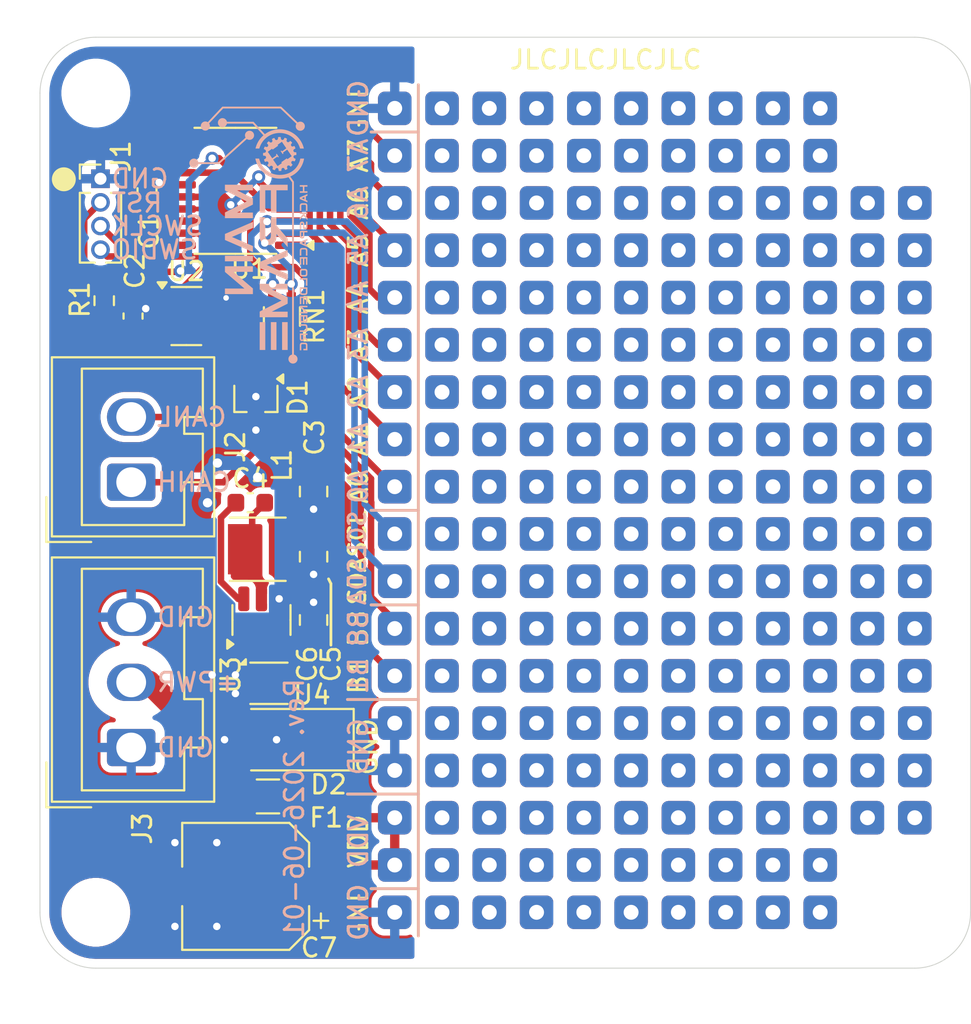
<source format=kicad_pcb>
(kicad_pcb (version 20241229) (generator "pcbnew") (generator_version "9.0")
  (title_block (title "CAN protoboard") (date "2024-06-12") (rev "1"))
  (layers (0 "F.Cu" signal) (2 "B.Cu" signal) (13 "F.Paste" user) (15 "B.Paste" user) (5 "F.SilkS" user "F.Silkscreen") (7 "B.SilkS" user "B.Silkscreen") (1 "F.Mask" user) (3 "B.Mask" user) (25 "Edge.Cuts" user))
  (net 0 "")
  (net 1 "VDD")
  (net 2 "/BST")
  (net 3 "/SW")
  (net 4 "/CAN-")
  (net 5 "/CAN+")
  (net 6 "/SWCLK")
  (net 7 "/~{RST}")
  (net 8 "/SWDIO")
  (net 9 "/CAN_TX")
  (net 10 "/CAN_RX")
  (net 11 "/SDA")
  (net 12 "/SCL")
  (net 13 "VIN_Fused")
  (net 204 "/PA7")
  (net 205 "/PA2")
  (net 206 "/PA4")
  (net 207 "/PA3")
  (net 208 "/PA5")
  (net 209 "/PB1")
  (net 210 "/PA0")
  (net 211 "/PA1")
  (net 212 "/PB8")
  (net 213 "/PA6")
  (net 214 "GND")
  (net 215 "/VIN")
  (footprint "PTH_Hole:PTH_Hole_0.8mm" (layer "F.Cu") (at 146.84 68.9)
    (property "Reference" "TP28" (hide yes))
    (property "Value" "TestPoint_Small" (hide yes))
  )
  (footprint "PTH_Hole:PTH_Hole_0.8mm" (layer "F.Cu") (at 151.92 84.14)
    (property "Reference" "TP102" (hide yes))
    (property "Value" "TestPoint_Small" (hide yes))
  )
  (footprint "PTH_Hole:PTH_Hole_0.8mm" (layer "F.Cu") (at 139.22 89.22)
    (property "Reference" "TP121" (hide yes))
    (property "Value" "TestPoint_Small" (hide yes))
  )
  (footprint "PTH_Hole:PTH_Hole_0.8mm" (layer "F.Cu") (at 149.38 86.68)
    (property "Reference" "TP113" (hide yes))
    (property "Value" "TestPoint_Small" (hide yes))
  )
  (footprint "PTH_Hole:PTH_Hole_0.8mm" (layer "F.Cu") (at 146.84 96.84)
    (property "Reference" "TP160" (hide yes))
    (property "Value" "TestPoint_Small" (hide yes))
  )
  (footprint "PTH_Hole:PTH_Hole_0.8mm" (layer "F.Cu") (at 154.46 91.76)
    (property "Reference" "TP139" (hide yes))
    (property "Value" "TestPoint_Small" (hide yes))
  )
  (footprint "PTH_Hole:PTH_Hole_0.8mm" (layer "F.Cu") (at 131.6 99.38)
    (property "Reference" "TP166" (hide yes))
    (property "Value" "TestPoint_Small" (hide yes))
  )
  (footprint "PTH_Hole:PTH_Hole_0.8mm" (layer "F.Cu") (at 129.06 73.98)
    (property "Reference" "TP45" (hide yes))
    (property "Value" "TestPoint_Small" (hide yes))
  )
  (footprint "PTH_Hole:PTH_Hole_0.8mm" (layer "F.Cu") (at 134.14 68.9)
    (property "Reference" "TP23" (hide yes))
    (property "Value" "TestPoint_Small" (hide yes))
  )
  (footprint "PTH_Hole:PTH_Hole_0.8mm" (layer "F.Cu") (at 139.22 104.46)
    (property "Reference" "TP193" (hide yes))
    (property "Value" "TestPoint_Small" (hide yes))
  )
  (footprint "PTH_Hole:PTH_Hole_0.8mm" (layer "F.Cu") (at 144.3 91.76)
    (property "Reference" "TP135" (hide yes))
    (property "Value" "TestPoint_Small" (hide yes))
  )
  (footprint "PTH_Hole:PTH_Hole_0.8mm" (layer "F.Cu") (at 134.14 89.22)
    (property "Reference" "TP119" (hide yes))
    (property "Value" "TestPoint_Small" (hide yes))
  )
  (footprint "PTH_Hole:PTH_Hole_0.8mm" (layer "F.Cu") (at 134.14 91.76)
    (property "Reference" "TP131" (hide yes))
    (property "Value" "TestPoint_Small" (hide yes))
  )
  (footprint "PTH_Hole:PTH_Hole_0.8mm" (layer "F.Cu") (at 134.14 76.52)
    (property "Reference" "TP59" (hide yes))
    (property "Value" "TestPoint_Small" (hide yes))
  )
  (footprint "PTH_Hole:PTH_Hole_0.8mm" (layer "F.Cu") (at 131.6 66.36)
    (property "Reference" "TP12" (hide yes))
    (property "Value" "TestPoint_Small" (hide yes))
  )
  (footprint "PTH_Hole:PTH_Hole_0.8mm" (layer "F.Cu") (at 134.14 63.82)
    (property "Reference" "TP3" (hide yes))
    (property "Value" "TestPoint_Small" (hide yes))
  )
  (footprint "PTH_Hole:PTH_Hole_0.8mm" (layer "F.Cu") (at 139.22 79.06)
    (property "Reference" "TP73" (hide yes))
    (property "Value" "TestPoint_Small" (hide yes))
  )
  (footprint "PTH_Hole:PTH_Hole_0.8mm" (layer "F.Cu") (at 136.68 101.92)
    (property "Reference" "TP180" (hide yes))
    (property "Value" "TestPoint_Small" (hide yes))
  )
  (footprint "Resistor_SMD:R_0603_1608Metric" (layer "F.Cu") (at 113.45 74.15 90)
    (property "Reference" "R1")
    (property "Value" "10k")
  )
  (footprint "PTH_Hole:PTH_Hole_0.8mm" (layer "F.Cu") (at 154.46 73.98)
    (property "Reference" "TP55" (hide yes))
    (property "Value" "TestPoint_Small" (hide yes))
  )
  (footprint "PTH_Hole:PTH_Hole_0.8mm" (layer "F.Cu") (at 134.14 86.68)
    (property "Reference" "TP107" (hide yes))
    (property "Value" "TestPoint_Small" (hide yes))
  )
  (footprint "PTH_Hole:PTH_Hole_0.8mm" (layer "F.Cu") (at 141.76 63.82)
    (property "Reference" "TP6" (hide yes))
    (property "Value" "TestPoint_Small" (hide yes))
  )
  (footprint "PTH_Hole:PTH_Hole_0.8mm" (layer "F.Cu") (at 131.6 96.84)
    (property "Reference" "TP154" (hide yes))
    (property "Value" "TestPoint_Small" (hide yes))
  )
  (footprint "PTH_Hole:PTH_Hole_0.8mm" (layer "F.Cu") (at 151.92 71.44)
    (property "Reference" "TP42" (hide yes))
    (property "Value" "TestPoint_Small" (hide yes))
  )
  (footprint "PTH_Hole:PTH_Hole_0.8mm" (layer "F.Cu") (at 136.68 63.82)
    (property "Reference" "TP4" (hide yes))
    (property "Value" "TestPoint_Small" (hide yes))
  )
  (footprint "PTH_Hole:PTH_Hole_0.8mm" (layer "F.Cu") (at 131.6 81.6)
    (property "Reference" "TP82" (hide yes))
    (property "Value" "TestPoint_Small" (hide yes))
  )
  (footprint "PTH_Hole:PTH_Hole_0.8mm" (layer "F.Cu") (at 154.46 79.06)
    (property "Reference" "TP79" (hide yes))
    (property "Value" "TestPoint_Small" (hide yes))
  )
  (footprint "PTH_Hole:PTH_Hole_0.8mm" (layer "F.Cu") (at 151.92 63.82)
    (property "Reference" "TP10" (hide yes))
    (property "Value" "TestPoint_Small" (hide yes))
  )
  (footprint "PTH_Hole:PTH_Hole_0.8mm" (layer "F.Cu") (at 151.92 107)
    (property "Reference" "TP208" (hide yes))
    (property "Value" "TestPoint_Small" (hide yes))
  )
  (footprint "PTH_Hole:PTH_Hole_0.8mm" (layer "F.Cu") (at 157 73.98)
    (property "Reference" "TP56" (hide yes))
    (property "Value" "TestPoint_Small" (hide yes))
  )
  (footprint "PTH_Hole:PTH_Hole_0.8mm" (layer "F.Cu") (at 141.76 101.92)
    (property "Reference" "TP182" (hide yes))
    (property "Value" "TestPoint_Small" (hide yes))
  )
  (footprint "PTH_Hole:PTH_Hole_0.8mm" (layer "F.Cu") (at 134.14 99.38)
    (property "Reference" "TP167" (hide yes))
    (property "Value" "TestPoint_Small" (hide yes))
  )
  (footprint "PTH_Hole:PTH_Hole_0.8mm" (layer "F.Cu") (at 149.38 84.14)
    (property "Reference" "TP101" (hide yes))
    (property "Value" "TestPoint_Small" (hide yes))
  )
  (footprint "PTH_Hole:PTH_Hole_0.8mm" (layer "F.Cu") (at 136.68 71.44)
    (property "Reference" "TP36" (hide yes))
    (property "Value" "TestPoint_Small" (hide yes))
  )
  (footprint "PTH_Hole:PTH_Hole_0.8mm" (layer "F.Cu") (at 131.6 79.06)
    (property "Reference" "TP70" (hide yes))
    (property "Value" "TestPoint_Small" (hide yes))
  )
  (footprint "PTH_Hole:PTH_Hole_0.8mm" (layer "F.Cu") (at 129.06 76.52)
    (property "Reference" "TP57" (hide yes))
    (property "Value" "TestPoint_Small" (hide yes))
  )
  (footprint "PTH_Hole:PTH_Hole_0.8mm" (layer "F.Cu") (at 136.68 73.98)
    (property "Reference" "TP48" (hide yes))
    (property "Value" "TestPoint_Small" (hide yes))
  )
  (footprint "PTH_Hole:PTH_Hole_0.8mm" (layer "F.Cu") (at 141.76 68.9)
    (property "Reference" "TP26" (hide yes))
    (property "Value" "TestPoint_Small" (hide yes))
  )
  (footprint "PTH_Hole:PTH_Hole_0.8mm" (layer "F.Cu") (at 144.3 84.14)
    (property "Reference" "TP99" (hide yes))
    (property "Value" "TestPoint_Small" (hide yes))
  )
  (footprint "PTH_Hole:PTH_Hole_0.8mm" (layer "F.Cu") (at 136.68 79.06)
    (property "Reference" "TP72" (hide yes))
    (property "Value" "TestPoint_Small" (hide yes))
  )
  (footprint "PTH_Hole:PTH_Hole_0.8mm" (layer "F.Cu") (at 151.92 91.76)
    (property "Reference" "TP138" (hide yes))
    (property "Value" "TestPoint_Small" (hide yes))
  )
  (footprint "PTH_Hole:PTH_Hole_0.8mm" (layer "F.Cu") (at 129.06 63.82)
    (property "Reference" "TP1" (hide yes))
    (property "Value" "TestPoint_Small" (hide yes))
  )
  (footprint "PTH_Hole:PTH_Hole_0.8mm" (layer "F.Cu") (at 129.06 79.06)
    (property "Reference" "TP69" (hide yes))
    (property "Value" "TestPoint_Small" (hide yes))
  )
  (footprint "PTH_Hole:PTH_Hole_0.8mm" (layer "F.Cu") (at 134.14 79.06)
    (property "Reference" "TP71" (hide yes))
    (property "Value" "TestPoint_Small" (hide yes))
  )
  (footprint "PTH_Hole:PTH_Hole_0.8mm" (layer "F.Cu") (at 149.38 91.76)
    (property "Reference" "TP137" (hide yes))
    (property "Value" "TestPoint_Small" (hide yes))
  )
  (footprint "PTH_Hole:PTH_Hole_0.8mm" (layer "F.Cu") (at 144.3 89.22)
    (property "Reference" "TP123" (hide yes))
    (property "Value" "TestPoint_Small" (hide yes))
  )
  (footprint "PTH_Hole:PTH_Hole_0.8mm" (layer "F.Cu") (at 131.6 76.52)
    (property "Reference" "TP58" (hide yes))
    (property "Value" "TestPoint_Small" (hide yes))
  )
  (footprint "PTH_Hole:PTH_Hole_0.8mm" (layer "F.Cu") (at 151.92 101.92)
    (property "Reference" "TP186" (hide yes))
    (property "Value" "TestPoint_Small" (hide yes))
  )
  (footprint "PTH_Hole:PTH_Hole_0.8mm" (layer "F.Cu") (at 131.6 91.76)
    (property "Reference" "TP130" (hide yes))
    (property "Value" "TestPoint_Small" (hide yes))
  )
  (footprint "PTH_Hole:PTH_Hole_0.8mm" (layer "F.Cu") (at 144.3 81.6)
    (property "Reference" "TP87" (hide yes))
    (property "Value" "TestPoint_Small" (hide yes))
  )
  (footprint "PTH_Hole:PTH_Hole_0.8mm" (layer "F.Cu") (at 136.68 104.46)
    (property "Reference" "TP192" (hide yes))
    (property "Value" "TestPoint_Small" (hide yes))
  )
  (footprint "PTH_Hole:PTH_Hole_0.8mm" (layer "F.Cu") (at 139.22 71.44)
    (property "Reference" "TP37" (hide yes))
    (property "Value" "TestPoint_Small" (hide yes))
  )
  (footprint "PTH_Hole:PTH_Hole_0.8mm" (layer "F.Cu") (at 154.46 81.6)
    (property "Reference" "TP91" (hide yes))
    (property "Value" "TestPoint_Small" (hide yes))
  )
  (footprint "MountingHole:MountingHole_3.2mm_M3_ISO14580" (layer "F.Cu") (at 157 63)
    (property "Reference" "H2" (hide yes))
    (property "Value" "MountingHole" (hide yes))
  )
  (footprint "PTH_Hole:PTH_Hole_0.8mm" (layer "F.Cu") (at 149.38 63.82)
    (property "Reference" "TP9" (hide yes))
    (property "Value" "TestPoint_Small" (hide yes))
  )
  (footprint "PTH_Hole:PTH_Hole_0.8mm" (layer "F.Cu") (at 157 68.9)
    (property "Reference" "TP32" (hide yes))
    (property "Value" "TestPoint_Small" (hide yes))
  )
  (footprint "PTH_Hole:PTH_Hole_0.8mm" (layer "F.Cu") (at 157 71.44)
    (property "Reference" "TP44" (hide yes))
    (property "Value" "TestPoint_Small" (hide yes))
  )
  (footprint "PTH_Hole:PTH_Hole_0.8mm" (layer "F.Cu") (at 144.3 63.82)
    (property "Reference" "TP7" (hide yes))
    (property "Value" "TestPoint_Small" (hide yes))
  )
  (footprint "PTH_Hole:PTH_Hole_0.8mm" (layer "F.Cu") (at 131.6 94.3)
    (property "Reference" "TP142" (hide yes))
    (property "Value" "TestPoint_Small" (hide yes))
  )
  (footprint "PTH_Hole:PTH_Hole_0.8mm" (layer "F.Cu") (at 157 99.38)
    (property "Reference" "TP176" (hide yes))
    (property "Value" "TestPoint_Small" (hide yes))
  )
  (footprint "PTH_Hole:PTH_Hole_0.8mm" (layer "F.Cu") (at 129.06 107)
    (property "Reference" "TP199" (hide yes))
    (property "Value" "TestPoint_Small" (hide yes))
  )
  (footprint "PTH_Hole:PTH_Hole_0.8mm" (layer "F.Cu") (at 129.06 96.84)
    (property "Reference" "TP153" (hide yes))
    (property "Value" "TestPoint_Small" (hide yes))
  )
  (footprint "PTH_Hole:PTH_Hole_0.8mm" (layer "F.Cu") (at 129.06 68.9)
    (property "Reference" "TP21" (hide yes))
    (property "Value" "TestPoint_Small" (hide yes))
  )
  (footprint "PTH_Hole:PTH_Hole_0.8mm" (layer "F.Cu") (at 134.14 101.92)
    (property "Reference" "TP179" (hide yes))
    (property "Value" "TestPoint_Small" (hide yes))
  )
  (footprint "PTH_Hole:PTH_Hole_0.8mm" (layer "F.Cu") (at 144.3 101.92)
    (property "Reference" "TP183" (hide yes))
    (property "Value" "TestPoint_Small" (hide yes))
  )
  (footprint "PTH_Hole:PTH_Hole_0.8mm" (layer "F.Cu") (at 146.84 79.06)
    (property "Reference" "TP76" (hide yes))
    (property "Value" "TestPoint_Small" (hide yes))
  )
  (footprint "PTH_Hole:PTH_Hole_0.8mm" (layer "F.Cu") (at 141.76 86.68)
    (property "Reference" "TP110" (hide yes))
    (property "Value" "TestPoint_Small" (hide yes))
  )
  (footprint "Capacitor_SMD:C_0805_2012Metric" (layer "F.Cu") (at 124.7 91.3 -90)
    (property "Reference" "C6")
    (property "Value" "10µ 25V")
  )
  (footprint "PTH_Hole:PTH_Hole_0.8mm" (layer "F.Cu") (at 131.6 89.22)
    (property "Reference" "TP118" (hide yes))
    (property "Value" "TestPoint_Small" (hide yes))
  )
  (footprint "PTH_Hole:PTH_Hole_0.8mm" (layer "F.Cu") (at 141.76 96.84)
    (property "Reference" "TP158" (hide yes))
    (property "Value" "TestPoint_Small" (hide yes))
  )
  (footprint "PTH_Hole:PTH_Hole_0.8mm" (layer "F.Cu") (at 149.38 107)
    (property "Reference" "TP207" (hide yes))
    (property "Value" "TestPoint_Small" (hide yes))
  )
  (footprint "PTH_Hole:PTH_Hole_0.8mm" (layer "F.Cu") (at 139.22 66.36)
    (property "Reference" "TP15" (hide yes))
    (property "Value" "TestPoint_Small" (hide yes))
  )
  (footprint "PTH_Hole:PTH_Hole_0.8mm" (layer "F.Cu") (at 151.92 89.22)
    (property "Reference" "TP126" (hide yes))
    (property "Value" "TestPoint_Small" (hide yes))
  )
  (footprint "PTH_Hole:PTH_Hole_0.8mm" (layer "F.Cu") (at 134.14 96.84)
    (property "Reference" "TP155" (hide yes))
    (property "Value" "TestPoint_Small" (hide yes))
  )
  (footprint "PTH_Hole:PTH_Hole_0.8mm" (layer "F.Cu") (at 149.38 101.92)
    (property "Reference" "TP185" (hide yes))
    (property "Value" "TestPoint_Small" (hide yes))
  )
  (footprint "PTH_Hole:PTH_Hole_0.8mm" (layer "F.Cu") (at 136.68 86.68)
    (property "Reference" "TP108" (hide yes))
    (property "Value" "TestPoint_Small" (hide yes))
  )
  (footprint "PTH_Hole:PTH_Hole_0.8mm" (layer "F.Cu") (at 129.06 104.46)
    (property "Reference" "TP189" (hide yes))
    (property "Value" "TestPoint_Small" (hide yes))
  )
  (footprint "PTH_Hole:PTH_Hole_0.8mm" (layer "F.Cu") (at 141.76 94.3)
    (property "Reference" "TP146" (hide yes))
    (property "Value" "TestPoint_Small" (hide yes))
  )
  (footprint "PTH_Hole:PTH_Hole_0.8mm" (layer "F.Cu") (at 146.84 86.68)
    (property "Reference" "TP112" (hide yes))
    (property "Value" "TestPoint_Small" (hide yes))
  )
  (footprint "PTH_Hole:PTH_Hole_0.8mm" (layer "F.Cu") (at 157 86.68)
    (property "Reference" "TP116" (hide yes))
    (property "Value" "TestPoint_Small" (hide yes))
  )
  (footprint "PTH_Hole:PTH_Hole_0.8mm" (layer "F.Cu") (at 151.92 86.68)
    (property "Reference" "TP114" (hide yes))
    (property "Value" "TestPoint_Small" (hide yes))
  )
  (footprint "PTH_Hole:PTH_Hole_0.8mm" (layer "F.Cu") (at 149.38 104.46)
    (property "Reference" "TP197" (hide yes))
    (property "Value" "TestPoint_Small" (hide yes))
  )
  (footprint "PTH_Hole:PTH_Hole_0.8mm" (layer "F.Cu") (at 131.6 63.82)
    (property "Reference" "TP2" (hide yes))
    (property "Value" "TestPoint_Small" (hide yes))
  )
  (footprint "Capacitor_SMD:CP_Elec_6.3x5.7" (layer "F.Cu") (at 121.05 105.608 180)
    (property "Reference" "C7")
    (property "Value" "C_Polarized")
  )
  (footprint "PTH_Hole:PTH_Hole_0.8mm" (layer "F.Cu") (at 154.46 96.84)
    (property "Reference" "TP163" (hide yes))
    (property "Value" "TestPoint_Small" (hide yes))
  )
  (footprint "PTH_Hole:PTH_Hole_0.8mm" (layer "F.Cu") (at 134.14 104.46)
    (property "Reference" "TP191" (hide yes))
    (property "Value" "TestPoint_Small" (hide yes))
  )
  (footprint "PTH_Hole:PTH_Hole_0.8mm" (layer "F.Cu") (at 129.06 101.92)
    (property "Reference" "TP177" (hide yes))
    (property "Value" "TestPoint_Small" (hide yes))
  )
  (footprint "Resistor_SMD:R_Array_Convex_2x0603" (layer "F.Cu") (at 123 75 -90)
    (property "Reference" "RN1")
    (property "Value" "5k1")
  )
  (footprint "PTH_Hole:PTH_Hole_0.8mm" (layer "F.Cu") (at 136.68 96.84)
    (property "Reference" "TP156" (hide yes))
    (property "Value" "TestPoint_Small" (hide yes))
  )
  (footprint "PTH_Hole:PTH_Hole_0.8mm" (layer "F.Cu") (at 149.38 99.38)
    (property "Reference" "TP173" (hide yes))
    (property "Value" "TestPoint_Small" (hide yes))
  )
  (footprint "PTH_Hole:PTH_Hole_0.8mm" (layer "F.Cu") (at 136.68 66.36)
    (property "Reference" "TP14" (hide yes))
    (property "Value" "TestPoint_Small" (hide yes))
  )
  (footprint "PTH_Hole:PTH_Hole_0.8mm" (layer "F.Cu") (at 129.06 66.36)
    (property "Reference" "TP11" (hide yes))
    (property "Value" "TestPoint_Small" (hide yes))
  )
  (footprint "Capacitor_SMD:C_0603_1608Metric" (layer "F.Cu") (at 115 74.975 -90)
    (property "Reference" "C2")
    (property "Value" "100n")
  )
  (footprint "Capacitor_SMD:C_0603_1608Metric" (layer "F.Cu") (at 121.3 85)
    (property "Reference" "C4")
    (property "Value" "100n")
  )
  (footprint "PTH_Hole:PTH_Hole_0.8mm" (layer "F.Cu") (at 141.76 73.98)
    (property "Reference" "TP50" (hide yes))
    (property "Value" "TestPoint_Small" (hide yes))
  )
  (footprint "PTH_Hole:PTH_Hole_0.8mm" (layer "F.Cu") (at 136.68 84.14)
    (property "Reference" "TP96" (hide yes))
    (property "Value" "TestPoint_Small" (hide yes))
  )
  (footprint "PTH_Hole:PTH_Hole_0.8mm" (layer "F.Cu") (at 131.6 84.14)
    (property "Reference" "TP94" (hide yes))
    (property "Value" "TestPoint_Small" (hide yes))
  )
  (footprint "PTH_Hole:PTH_Hole_0.8mm" (layer "F.Cu") (at 149.38 66.36)
    (property "Reference" "TP19" (hide yes))
    (property "Value" "TestPoint_Small" (hide yes))
  )
  (footprint "PTH_Hole:PTH_Hole_0.8mm" (layer "F.Cu") (at 141.76 84.14)
    (property "Reference" "TP98" (hide yes))
    (property "Value" "TestPoint_Small" (hide yes))
  )
  (footprint "PTH_Hole:PTH_Hole_0.8mm" (layer "F.Cu") (at 129.06 86.68)
    (property "Reference" "TP105" (hide yes))
    (property "Value" "TestPoint_Small" (hide yes))
  )
  (footprint "MountingHole:MountingHole_3.2mm_M3_ISO14580" (layer "F.Cu") (at 113 63)
    (property "Reference" "H1" (hide yes))
    (property "Value" "MountingHole")
  )
  (footprint "PTH_Hole:PTH_Hole_0.8mm" (layer "F.Cu") (at 144.3 86.68)
    (property "Reference" "TP111" (hide yes))
    (property "Value" "TestPoint_Small" (hide yes))
  )
  (footprint "PTH_Hole:PTH_Hole_0.8mm" (layer "F.Cu") (at 134.14 94.3)
    (property "Reference" "TP143" (hide yes))
    (property "Value" "TestPoint_Small" (hide yes))
  )
  (footprint "PTH_Hole:PTH_Hole_0.8mm" (layer "F.Cu") (at 151.92 104.46)
    (property "Reference" "TP198" (hide yes))
    (property "Value" "TestPoint_Small" (hide yes))
  )
  (footprint "PTH_Hole:PTH_Hole_0.8mm" (layer "F.Cu") (at 131.6 104.46)
    (property "Reference" "TP190" (hide yes))
    (property "Value" "TestPoint_Small" (hide yes))
  )
  (footprint "PTH_Hole:PTH_Hole_0.8mm" (layer "F.Cu") (at 139.22 94.3)
    (property "Reference" "TP145" (hide yes))
    (property "Value" "TestPoint_Small" (hide yes))
  )
  (footprint "PTH_Hole:PTH_Hole_0.8mm" (layer "F.Cu") (at 139.22 73.98)
    (property "Reference" "TP49" (hide yes))
    (property "Value" "TestPoint_Small" (hide yes))
  )
  (footprint "PTH_Hole:PTH_Hole_0.8mm" (layer "F.Cu") (at 144.3 73.98)
    (property "Reference" "TP51" (hide yes))
    (property "Value" "TestPoint_Small" (hide yes))
  )
  (footprint "Connector_Wago:Wago_734-133_1x03_P3.50mm_Vertical" (layer "F.Cu") (at 114.9 98.15 90)
    (property "Reference" "J3")
    (property "Value" "Conn_01x03_Pin")
  )
  (footprint "PTH_Hole:PTH_Hole_0.8mm" (layer "F.Cu") (at 157 89.22)
    (property "Reference" "TP128" (hide yes))
    (property "Value" "TestPoint_Small" (hide yes))
  )
  (footprint "PTH_Hole:PTH_Hole_0.8mm" (layer "F.Cu") (at 141.76 66.36)
    (property "Reference" "TP16" (hide yes))
    (property "Value" "TestPoint_Small" (hide yes))
  )
  (footprint "PTH_Hole:PTH_Hole_0.8mm" (layer "F.Cu") (at 139.22 91.76)
    (property "Reference" "TP133" (hide yes))
    (property "Value" "TestPoint_Small" (hide yes))
  )
  (footprint "PTH_Hole:PTH_Hole_0.8mm" (layer "F.Cu") (at 129.06 84.14)
    (property "Reference" "TP93" (hide yes))
    (property "Value" "TestPoint_Small" (hide yes))
  )
  (footprint "PTH_Hole:PTH_Hole_0.8mm" (layer "F.Cu") (at 134.14 71.44)
    (property "Reference" "TP35" (hide yes))
    (property "Value" "TestPoint_Small" (hide yes))
  )
  (footprint "PTH_Hole:PTH_Hole_0.8mm" (layer "F.Cu") (at 131.6 86.68)
    (property "Reference" "TP106" (hide yes))
    (property "Value" "TestPoint_Small" (hide yes))
  )
  (footprint "PTH_Hole:PTH_Hole_0.8mm" (layer "F.Cu") (at 139.22 99.38)
    (property "Reference" "TP169" (hide yes))
    (property "Value" "TestPoint_Small" (hide yes))
  )
  (footprint "PTH_Hole:PTH_Hole_0.8mm" (layer "F.Cu") (at 146.84 81.6)
    (property "Reference" "TP88" (hide yes))
    (property "Value" "TestPoint_Small" (hide yes))
  )
  (footprint "PTH_Hole:PTH_Hole_0.8mm" (layer "F.Cu") (at 149.38 71.44)
    (property "Reference" "TP41" (hide yes))
    (property "Value" "TestPoint_Small" (hide yes))
  )
  (footprint "PTH_Hole:PTH_Hole_0.8mm" (layer "F.Cu") (at 151.92 68.9)
    (property "Reference" "TP30" (hide yes))
    (property "Value" "TestPoint_Small" (hide yes))
  )
  (footprint "PTH_Hole:PTH_Hole_0.8mm" (layer "F.Cu") (at 146.84 107)
    (property "Reference" "TP206" (hide yes))
    (property "Value" "TestPoint_Small" (hide yes))
  )
  (footprint "PTH_Hole:PTH_Hole_0.8mm" (layer "F.Cu") (at 134.14 107)
    (property "Reference" "TP201" (hide yes))
    (property "Value" "TestPoint_Small" (hide yes))
  )
  (footprint "PTH_Hole:PTH_Hole_0.8mm" (layer "F.Cu") (at 129.06 81.6)
    (property "Reference" "TP81" (hide yes))
    (property "Value" "TestPoint_Small" (hide yes))
  )
  (footprint "PTH_Hole:PTH_Hole_0.8mm" (layer "F.Cu") (at 154.46 86.68)
    (property "Reference" "TP115" (hide yes))
    (property "Value" "TestPoint_Small" (hide yes))
  )
  (footprint "PTH_Hole:PTH_Hole_0.8mm" (layer "F.Cu") (at 139.22 63.82)
    (property "Reference" "TP5" (hide yes))
    (property "Value" "TestPoint_Small" (hide yes))
  )
  (footprint "PTH_Hole:PTH_Hole_0.8mm" (layer "F.Cu") (at 154.46 99.38)
    (property "Reference" "TP175" (hide yes))
    (property "Value" "TestPoint_Small" (hide yes))
  )
  (footprint "PTH_Hole:PTH_Hole_0.8mm" (layer "F.Cu") (at 154.46 76.52)
    (property "Reference" "TP67" (hide yes))
    (property "Value" "TestPoint_Small" (hide yes))
  )
  (footprint "PTH_Hole:PTH_Hole_0.8mm" (layer "F.Cu") (at 154.46 94.3)
    (property "Reference" "TP151" (hide yes))
    (property "Value" "TestPoint_Small" (hide yes))
  )
  (footprint "PTH_Hole:PTH_Hole_0.8mm" (layer "F.Cu") (at 136.68 68.9)
    (property "Reference" "TP24" (hide yes))
    (property "Value" "TestPoint_Small" (hide yes))
  )
  (footprint "PTH_Hole:PTH_Hole_0.8mm" (layer "F.Cu") (at 131.6 68.9)
    (property "Reference" "TP22" (hide yes))
    (property "Value" "TestPoint_Small" (hide yes))
  )
  (footprint "PTH_Hole:PTH_Hole_0.8mm" (layer "F.Cu") (at 131.6 101.92)
    (property "Reference" "TP178" (hide yes))
    (property "Value" "TestPoint_Small" (hide yes))
  )
  (footprint "PTH_Hole:PTH_Hole_0.8mm" (layer "F.Cu") (at 157 81.6)
    (property "Reference" "TP92" (hide yes))
    (property "Value" "TestPoint_Small" (hide yes))
  )
  (footprint "Fuse:Fuse_1206_3216Metric" (layer "F.Cu") (at 122.25 100.777)
    (property "Reference" "F1")
    (property "Value" "Fuse")
  )
  (footprint "PTH_Hole:PTH_Hole_0.8mm" (layer "F.Cu") (at 136.68 91.76)
    (property "Reference" "TP132" (hide yes))
    (property "Value" "TestPoint_Small" (hide yes))
  )
  (footprint "PTH_Hole:PTH_Hole_0.8mm" (layer "F.Cu") (at 151.92 76.52)
    (property "Reference" "TP66" (hide yes))
    (property "Value" "TestPoint_Small" (hide yes))
  )
  (footprint "PTH_Hole:PTH_Hole_0.8mm" (layer "F.Cu") (at 141.76 89.22)
    (property "Reference" "TP122" (hide yes))
    (property "Value" "TestPoint_Small" (hide yes))
  )
  (footprint "PTH_Hole:PTH_Hole_0.8mm" (layer "F.Cu") (at 157 91.76)
    (property "Reference" "TP140" (hide yes))
    (property "Value" "TestPoint_Small" (hide yes))
  )
  (footprint "PTH_Hole:PTH_Hole_0.8mm" (layer "F.Cu") (at 141.76 71.44)
    (property "Reference" "TP38" (hide yes))
    (property "Value" "TestPoint_Small" (hide yes))
  )
  (footprint "PTH_Hole:PTH_Hole_0.8mm" (layer "F.Cu") (at 136.68 81.6)
    (property "Reference" "TP84" (hide yes))
    (property "Value" "TestPoint_Small" (hide yes))
  )
  (footprint "PTH_Hole:PTH_Hole_0.8mm" (layer "F.Cu") (at 139.22 81.6)
    (property "Reference" "TP85" (hide yes))
    (property "Value" "TestPoint_Small" (hide yes))
  )
  (footprint "PTH_Hole:PTH_Hole_0.8mm" (layer "F.Cu") (at 154.46 89.22)
    (property "Reference" "TP127" (hide yes))
    (property "Value" "TestPoint_Small" (hide yes))
  )
  (footprint "PTH_Hole:PTH_Hole_0.8mm" (layer "F.Cu") (at 141.76 107)
    (property "Reference" "TP204" (hide yes))
    (property "Value" "TestPoint_Small" (hide yes))
  )
  (footprint "PTH_Hole:PTH_Hole_0.8mm" (layer "F.Cu") (at 144.3 104.46)
    (property "Reference" "TP195" (hide yes))
    (property "Value" "TestPoint_Small" (hide yes))
  )
  (footprint "PTH_Hole:PTH_Hole_0.8mm" (layer "F.Cu") (at 144.3 66.36)
    (property "Reference" "TP17" (hide yes))
    (property "Value" "TestPoint_Small" (hide yes))
  )
  (footprint "PTH_Hole:PTH_Hole_0.8mm" (layer "F.Cu") (at 136.68 94.3)
    (property "Reference" "TP144" (hide yes))
    (property "Value" "TestPoint_Small" (hide yes))
  )
  (footprint "PTH_Hole:PTH_Hole_0.8mm" (layer "F.Cu") (at 149.38 94.3)
    (property "Reference" "TP149" (hide yes))
    (property "Value" "TestPoint_Small" (hide yes))
  )
  (footprint "PTH_Hole:PTH_Hole_0.8mm" (layer "F.Cu") (at 131.6 73.98)
    (property "Reference" "TP46" (hide yes))
    (property "Value" "TestPoint_Small" (hide yes))
  )
  (footprint "PTH_Hole:PTH_Hole_0.8mm" (layer "F.Cu") (at 134.14 73.98)
    (property "Reference" "TP47" (hide yes))
    (property "Value" "TestPoint_Small" (hide yes))
  )
  (footprint "PTH_Hole:PTH_Hole_0.8mm" (layer "F.Cu") (at 151.92 94.3)
    (property "Reference" "TP150" (hide yes))
    (property "Value" "TestPoint_Small" (hide yes))
  )
  (footprint "PTH_Hole:PTH_Hole_0.8mm" (layer "F.Cu") (at 139.22 84.14)
    (property "Reference" "TP97" (hide yes))
    (property "Value" "TestPoint_Small" (hide yes))
  )
  (footprint "PTH_Hole:PTH_Hole_0.8mm" (layer "F.Cu") (at 144.3 96.84)
    (property "Reference" "TP159" (hide yes))
    (property "Value" "TestPoint_Small" (hide yes))
  )
  (footprint "PTH_Hole:PTH_Hole_0.8mm" (layer "F.Cu") (at 141.76 79.06)
    (property "Reference" "TP74" (hide yes))
    (property "Value" "TestPoint_Small" (hide yes))
  )
  (footprint "PTH_Hole:PTH_Hole_0.8mm" (layer "F.Cu") (at 151.92 81.6)
    (property "Reference" "TP90" (hide yes))
    (property "Value" "TestPoint_Small" (hide yes))
  )
  (footprint "PTH_Hole:PTH_Hole_0.8mm" (layer "F.Cu") (at 141.76 76.52)
    (property "Reference" "TP62" (hide yes))
    (property "Value" "TestPoint_Small" (hide yes))
  )
  (footprint "PTH_Hole:PTH_Hole_0.8mm" (layer "F.Cu") (at 151.92 79.06)
    (property "Reference" "TP78" (hide yes))
    (property "Value" "TestPoint_Small" (hide yes))
  )
  (footprint "PTH_Hole:PTH_Hole_0.8mm" (layer "F.Cu") (at 146.84 71.44)
    (property "Reference" "TP40" (hide yes))
    (property "Value" "TestPoint_Small" (hide yes))
  )
  (footprint "PTH_Hole:PTH_Hole_0.8mm" (layer "F.Cu") (at 134.14 66.36)
    (property "Reference" "TP13" (hide yes))
    (property "Value" "TestPoint_Small" (hide yes))
  )
  (footprint "PTH_Hole:PTH_Hole_0.8mm" (layer "F.Cu") (at 146.84 66.36)
    (property "Reference" "TP18" (hide yes))
    (property "Value" "TestPoint_Small" (hide yes))
  )
  (footprint "Capacitor_SMD:C_0805_2012Metric" (layer "F.Cu") (at 124.7 87.9 90)
    (property "Reference" "C5")
    (property "Value" "22µ")
  )
  (footprint "PTH_Hole:PTH_Hole_0.8mm" (layer "F.Cu") (at 154.46 71.44)
    (property "Reference" "TP43" (hide yes))
    (property "Value" "TestPoint_Small" (hide yes))
  )
  (footprint "PTH_Hole:PTH_Hole_0.8mm" (layer "F.Cu") (at 149.38 68.9)
    (property "Reference" "TP29" (hide yes))
    (property "Value" "TestPoint_Small" (hide yes))
  )
  (footprint "Package_SON:WSON-6-1EP_2x2mm_P0.65mm_EP1x1.6mm" (layer "F.Cu") (at 122.3 94.7)
    (property "Reference" "U4")
    (property "Value" "TVS2700DRV")
  )
  (footprint "PTH_Hole:PTH_Hole_0.8mm" (layer "F.Cu") (at 134.14 84.14)
    (property "Reference" "TP95" (hide yes))
    (property "Value" "TestPoint_Small" (hide yes))
  )
  (footprint "PTH_Hole:PTH_Hole_0.8mm" (layer "F.Cu") (at 144.3 79.06)
    (property "Reference" "TP75" (hide yes))
    (property "Value" "TestPoint_Small" (hide yes))
  )
  (footprint "PTH_Hole:PTH_Hole_0.8mm" (layer "F.Cu") (at 136.68 107)
    (property "Reference" "TP202" (hide yes))
    (property "Value" "TestPoint_Small" (hide yes))
  )
  (footprint "PTH_Hole:PTH_Hole_0.8mm" (layer "F.Cu") (at 144.3 68.9)
    (property "Reference" "TP27" (hide yes))
    (property "Value" "TestPoint_Small" (hide yes))
  )
  (footprint "PTH_Hole:PTH_Hole_0.8mm" (layer "F.Cu") (at 149.38 73.98)
    (property "Reference" "TP53" (hide yes))
    (property "Value" "TestPoint_Small" (hide yes))
  )
  (footprint "PTH_Hole:PTH_Hole_0.8mm" (layer "F.Cu") (at 157 94.3)
    (property "Reference" "TP152" (hide yes))
    (property "Value" "TestPoint_Small" (hide yes))
  )
  (footprint "PTH_Hole:PTH_Hole_0.8mm" (layer "F.Cu") (at 149.38 96.84)
    (property "Reference" "TP161" (hide yes))
    (property "Value" "TestPoint_Small" (hide yes))
  )
  (footprint "PTH_Hole:PTH_Hole_0.8mm" (layer "F.Cu") (at 146.84 101.92)
    (property "Reference" "TP184" (hide yes))
    (property "Value" "TestPoint_Small" (hide yes))
  )
  (footprint "Package_TO_SOT_SMD:TSOT-23-6" (layer "F.Cu") (at 121.9 91.3 90)
    (property "Reference" "U3")
    (property "Value" "AP63203WU")
  )
  (footprint "PTH_Hole:PTH_Hole_0.8mm" (layer "F.Cu") (at 129.06 94.3)
    (property "Reference" "TP141" (hide yes))
    (property "Value" "TestPoint_Small" (hide yes))
  )
  (footprint "Capacitor_SMD:C_0805_2012Metric" (layer "F.Cu") (at 124.7 84.4 90)
    (property "Reference" "C3")
    (property "Value" "22µ")
  )
  (footprint "PTH_Hole:PTH_Hole_0.8mm" (layer "F.Cu") (at 144.3 94.3)
    (property "Reference" "TP147" (hide yes))
    (property "Value" "TestPoint_Small" (hide yes))
  )
  (footprint "Connector_PinHeader_1.27mm:PinHeader_1x04_P1.27mm_Vertical" (layer "F.Cu") (at 113.25 67.6)
    (property "Reference" "J1")
    (property "Value" "SWD")
  )
  (footprint "Connector_Wago:Wago_734-132_1x02_P3.50mm_Vertical" (layer "F.Cu") (at 114.9 83.9 90)
    (property "Reference" "J2")
    (property "Value" "CAN")
  )
  (footprint "PTH_Hole:PTH_Hole_0.8mm" (layer "F.Cu") (at 154.46 101.92)
    (property "Reference" "TP187" (hide yes))
    (property "Value" "TestPoint_Small" (hide yes))
  )
  (footprint "Package_SO:TSSOP-20_4.4x6.5mm_P0.65mm" (layer "F.Cu") (at 120.5 68.25 180)
    (property "Reference" "U1")
    (property "Value" "STM32F042F6Px")
  )
  (footprint "PTH_Hole:PTH_Hole_0.8mm" (layer "F.Cu") (at 146.84 104.46)
    (property "Reference" "TP196" (hide yes))
    (property "Value" "TestPoint_Small" (hide yes))
  )
  (footprint "PTH_Hole:PTH_Hole_0.8mm" (layer "F.Cu") (at 129.06 91.76)
    (property "Reference" "TP129" (hide yes))
    (property "Value" "TestPoint_Small" (hide yes))
  )
  (footprint "PTH_Hole:PTH_Hole_0.8mm" (layer "F.Cu") (at 139.22 86.68)
    (property "Reference" "TP109" (hide yes))
    (property "Value" "TestPoint_Small" (hide yes))
  )
  (footprint "PTH_Hole:PTH_Hole_0.8mm" (layer "F.Cu") (at 136.68 89.22)
    (property "Reference" "TP120" (hide yes))
    (property "Value" "TestPoint_Small" (hide yes))
  )
  (footprint "Inductor_SMD:L_Neosid_SMS-ME3015" (layer "F.Cu") (at 121.7 87.5)
    (property "Reference" "L1")
    (property "Value" "4µ7 DJNR3015")
  )
  (footprint "PTH_Hole:PTH_Hole_0.8mm" (layer "F.Cu") (at 154.46 68.9)
    (property "Reference" "TP31" (hide yes))
    (property "Value" "TestPoint_Small" (hide yes))
  )
  (footprint "PTH_Hole:PTH_Hole_0.8mm" (layer "F.Cu") (at 149.38 79.06)
    (property "Reference" "TP77" (hide yes))
    (property "Value" "TestPoint_Small" (hide yes))
  )
  (footprint "Package_TO_SOT_SMD:SOT-323_SC-70" (layer "F.Cu") (at 121.6 79.4 -90)
    (property "Reference" "D1")
    (property "Value" "ESDCAN02")
  )
  (footprint "PTH_Hole:PTH_Hole_0.8mm" (layer "F.Cu") (at 151.92 66.36)
    (property "Reference" "TP20" (hide yes))
    (property "Value" "TestPoint_Small" (hide yes))
  )
  (footprint "PTH_Hole:PTH_Hole_0.8mm" (layer "F.Cu") (at 129.06 89.22)
    (property "Reference" "TP117" (hide yes))
    (property "Value" "TestPoint_Small" (hide yes))
  )
  (footprint "PTH_Hole:PTH_Hole_0.8mm" (layer "F.Cu") (at 149.38 81.6)
    (property "Reference" "TP89" (hide yes))
    (property "Value" "TestPoint_Small" (hide yes))
  )
  (footprint "PTH_Hole:PTH_Hole_0.8mm" (layer "F.Cu") (at 129.06 71.44)
    (property "Reference" "TP33" (hide yes))
    (property "Value" "TestPoint_Small" (hide yes))
  )
  (footprint "PTH_Hole:PTH_Hole_0.8mm" (layer "F.Cu") (at 149.38 89.22)
    (property "Reference" "TP125" (hide yes))
    (property "Value" "TestPoint_Small" (hide yes))
  )
  (footprint "PTH_Hole:PTH_Hole_0.8mm" (layer "F.Cu") (at 139.22 68.9)
    (property "Reference" "TP25" (hide yes))
    (property "Value" "TestPoint_Small" (hide yes))
  )
  (footprint "PTH_Hole:PTH_Hole_0.8mm" (layer "F.Cu") (at 144.3 107)
    (property "Reference" "TP205" (hide yes))
    (property "Value" "TestPoint_Small" (hide yes))
  )
  (footprint "PTH_Hole:PTH_Hole_0.8mm" (layer "F.Cu") (at 129.06 99.38)
    (property "Reference" "TP165" (hide yes))
    (property "Value" "TestPoint_Small" (hide yes))
  )
  (footprint "MountingHole:MountingHole_3.2mm_M3_ISO14580" (layer "F.Cu") (at 113 107)
    (property "Reference" "H3" (hide yes))
    (property "Value" "MountingHole" (hide yes))
  )
  (footprint "PTH_Hole:PTH_Hole_0.8mm" (layer "F.Cu") (at 134.14 81.6)
    (property "Reference" "TP83" (hide yes))
    (property "Value" "TestPoint_Small" (hide yes))
  )
  (footprint "PTH_Hole:PTH_Hole_0.8mm" (layer "F.Cu") (at 146.84 76.52)
    (property "Reference" "TP64" (hide yes))
    (property "Value" "TestPoint_Small" (hide yes))
  )
  (footprint "PTH_Hole:PTH_Hole_0.8mm" (layer "F.Cu") (at 157 101.92)
    (property "Reference" "TP188" (hide yes))
    (property "Value" "TestPoint_Small" (hide yes))
  )
  (footprint "PTH_Hole:PTH_Hole_0.8mm" (layer "F.Cu") (at 141.76 91.76)
    (property "Reference" "TP134" (hide yes))
    (property "Value" "TestPoint_Small" (hide yes))
  )
  (footprint "PTH_Hole:PTH_Hole_0.8mm" (layer "F.Cu") (at 131.6 71.44)
    (property "Reference" "TP34" (hide yes))
    (property "Value" "TestPoint_Small" (hide yes))
  )
  (footprint "Capacitor_SMD:C_0603_1608Metric" (layer "F.Cu") (at 115.75 68.25 -90)
    (property "Reference" "C1")
    (property "Value" "100n")
  )
  (footprint "PTH_Hole:PTH_Hole_0.8mm" (layer "F.Cu") (at 157 96.84)
    (property "Reference" "TP164" (hide yes))
    (property "Value" "TestPoint_Small" (hide yes))
  )
  (footprint "PTH_Hole:PTH_Hole_0.8mm" (layer "F.Cu") (at 146.84 84.14)
    (property "Reference" "TP100" (hide yes))
    (property "Value" "TestPoint_Small" (hide yes))
  )
  (footprint "PTH_Hole:PTH_Hole_0.8mm" (layer "F.Cu") (at 146.84 94.3)
    (property "Reference" "TP148" (hide yes))
    (property "Value" "TestPoint_Small" (hide yes))
  )
  (footprint "PTH_Hole:PTH_Hole_0.8mm" (layer "F.Cu") (at 141.76 81.6)
    (property "Reference" "TP86" (hide yes))
    (property "Value" "TestPoint_Small" (hide yes))
  )
  (footprint "MountingHole:MountingHole_3.2mm_M3_ISO14580" (layer "F.Cu") (at 157 107)
    (property "Reference" "H4" (hide yes))
    (property "Value" "MountingHole" (hide yes))
  )
  (footprint "PTH_Hole:PTH_Hole_0.8mm" (layer "F.Cu") (at 151.92 96.84)
    (property "Reference" "TP162" (hide yes))
    (property "Value" "TestPoint_Small" (hide yes))
  )
  (footprint "PTH_Hole:PTH_Hole_0.8mm" (layer "F.Cu") (at 151.92 99.38)
    (property "Reference" "TP174" (hide yes))
    (property "Value" "TestPoint_Small" (hide yes))
  )
  (footprint "PTH_Hole:PTH_Hole_0.8mm" (layer "F.Cu") (at 139.22 107)
    (property "Reference" "TP203" (hide yes))
    (property "Value" "TestPoint_Small" (hide yes))
  )
  (footprint "PTH_Hole:PTH_Hole_0.8mm" (layer "F.Cu") (at 149.38 76.52)
    (property "Reference" "TP65" (hide yes))
    (property "Value" "TestPoint_Small" (hide yes))
  )
  (footprint "PTH_Hole:PTH_Hole_0.8mm" (layer "F.Cu") (at 146.84 99.38)
    (property "Reference" "TP172" (hide yes))
    (property "Value" "TestPoint_Small" (hide yes))
  )
  (footprint "PTH_Hole:PTH_Hole_0.8mm" (layer "F.Cu") (at 146.84 63.82)
    (property "Reference" "TP8" (hide yes))
    (property "Value" "TestPoint_Small" (hide yes))
  )
  (footprint "Package_TO_SOT_SMD:TSOT-23-8" (layer "F.Cu") (at 117.8625 74.975)
    (property "Reference" "U2")
    (property "Value" "TCAN3413")
  )
  (footprint "PTH_Hole:PTH_Hole_0.8mm" (layer "F.Cu") (at 157 76.52)
    (property "Reference" "TP68" (hide yes))
    (property "Value" "TestPoint_Small" (hide yes))
  )
  (footprint "PTH_Hole:PTH_Hole_0.8mm" (layer "F.Cu") (at 139.22 76.52)
    (property "Reference" "TP61" (hide yes))
    (property "Value" "TestPoint_Small" (hide yes))
  )
  (footprint "PTH_Hole:PTH_Hole_0.8mm" (layer "F.Cu") (at 154.46 84.14)
    (property "Reference" "TP103" (hide yes))
    (property "Value" "TestPoint_Small" (hide yes))
  )
  (footprint "PTH_Hole:PTH_Hole_0.8mm" (layer "F.Cu") (at 157 79.06)
    (property "Reference" "TP80" (hide yes))
    (property "Value" "TestPoint_Small" (hide yes))
  )
  (footprint "PTH_Hole:PTH_Hole_0.8mm" (layer "F.Cu") (at 131.6 107)
    (property "Reference" "TP200" (hide yes))
    (property "Value" "TestPoint_Small" (hide yes))
  )
  (footprint "PTH_Hole:PTH_Hole_0.8mm" (layer "F.Cu") (at 136.68 76.52)
    (property "Reference" "TP60" (hide yes))
    (property "Value" "TestPoint_Small" (hide yes))
  )
  (footprint "PTH_Hole:PTH_Hole_0.8mm" (layer "F.Cu") (at 146.84 91.76)
    (property "Reference" "TP136" (hide yes))
    (property "Value" "TestPoint_Small" (hide yes))
  )
  (footprint "PTH_Hole:PTH_Hole_0.8mm" (layer "F.Cu") (at 136.68 99.38)
    (property "Reference" "TP168" (hide yes))
    (property "Value" "TestPoint_Small" (hide yes))
  )
  (footprint "PTH_Hole:PTH_Hole_0.8mm" (layer "F.Cu") (at 141.76 104.46)
    (property "Reference" "TP194" (hide yes))
    (property "Value" "TestPoint_Small" (hide yes))
  )
  (footprint "PTH_Hole:PTH_Hole_0.8mm" (layer "F.Cu") (at 146.84 89.22)
    (property "Reference" "TP124" (hide yes))
    (property "Value" "TestPoint_Small" (hide yes))
  )
  (footprint "PTH_Hole:PTH_Hole_0.8mm" (layer "F.Cu") (at 141.76 99.38)
    (property "Reference" "TP170" (hide yes))
    (property "Value" "TestPoint_Small" (hide yes))
  )
  (footprint "PTH_Hole:PTH_Hole_0.8mm" (layer "F.Cu") (at 139.22 96.84)
    (property "Reference" "TP157" (hide yes))
    (property "Value" "TestPoint_Small" (hide yes))
  )
  (footprint "PTH_Hole:PTH_Hole_0.8mm" (layer "F.Cu") (at 144.3 71.44)
    (property "Reference" "TP39" (hide yes))
    (property "Value" "TestPoint_Small" (hide yes))
  )
  (footprint "PTH_Hole:PTH_Hole_0.8mm" (layer "F.Cu") (at 144.3 76.52)
    (property "Reference" "TP63" (hide yes))
    (property "Value" "TestPoint_Small" (hide yes))
  )
  (footprint "PTH_Hole:PTH_Hole_0.8mm" (layer "F.Cu") (at 157 84.14)
    (property "Reference" "TP104" (hide yes))
    (property "Value" "TestPoint_Small" (hide yes))
  )
  (footprint "Diode_SMD:D_SMA" (layer "F.Cu") (at 123.345 97.729 180)
    (property "Reference" "D2")
    (property "Value" "SMA")
  )
  (footprint "PTH_Hole:PTH_Hole_0.8mm" (layer "F.Cu") (at 151.92 73.98)
    (property "Reference" "TP54" (hide yes))
    (property "Value" "TestPoint_Small" (hide yes))
  )
  (footprint "PTH_Hole:PTH_Hole_0.8mm" (layer "F.Cu") (at 146.84 73.98)
    (property "Reference" "TP52" (hide yes))
    (property "Value" "TestPoint_Small" (hide yes))
  )
  (footprint "PTH_Hole:PTH_Hole_0.8mm" (layer "F.Cu") (at 144.3 99.38)
    (property "Reference" "TP171" (hide yes))
    (property "Value" "TestPoint_Small" (hide yes))
  )
  (footprint "PTH_Hole:PTH_Hole_0.8mm" (layer "F.Cu") (at 139.22 101.92)
    (property "Reference" "TP181" (hide yes))
    (property "Value" "TestPoint_Small" (hide yes))
  )
  (gr_line (start 130.33 100.65) (end 126.52 100.65) (stroke (width 0.15)) (layer "F.SilkS"))
  (gr_line (start 125.631 92.649) (end 125.631 89.347) (stroke (width 0.15)) (layer "F.SilkS"))
  (gr_line (start 130.33 95.57) (end 126.52 95.57) (stroke (width 0.15)) (layer "F.SilkS"))
  (gr_line (start 130.33 85.41) (end 127.79 85.41) (stroke (width 0.15)) (layer "F.SilkS"))
  (gr_circle (center 111.28 67.63) (end 111.847961 67.63) (stroke (width 0.15)) (fill yes) (layer "F.SilkS"))
  (gr_line (start 130.33 90.49) (end 127.79 90.49) (stroke (width 0.15)) (layer "F.SilkS"))
  (gr_line (start 130.33 65.09) (end 127.79 65.09) (stroke (width 0.15)) (layer "F.SilkS"))
  (gr_line (start 130.33 105.73) (end 127.79 105.73) (stroke (width 0.15)) (layer "F.SilkS"))
  (gr_line (start 125.631 89.347) (end 125.504 89.093) (stroke (width 0.15)) (layer "F.SilkS"))
  (gr_line (start 130.33 62.55) (end 130.33 108.27) (stroke (width 0.15)) (layer "F.SilkS"))
  (gr_poly (pts (xy 121.440027 71.540171) (xy 121.44 71.214893) (xy 120.314463 70.728112) (xy 121.44 70.242258) (xy 121.44 69.916) (xy 119.936612 70.565499) (xy 119.936612 70.890699)) (stroke (width -0.000001)) (fill yes) (layer "B.SilkS"))
  (gr_poly (pts (xy 121.804481 70.69551) (xy 121.805803 70.725221) (xy 121.808006 70.753959) (xy 121.81109 70.781723) (xy 121.815055 70.808514) (xy 121.819901 70.834331) (xy 121.825628 70.859174) (xy 121.832236 70.883043) (xy 121.839724 70.905938) (xy 121.848094 70.92786) (xy 121.857345 70.948807) (xy 121.867476 70.968781) (xy 121.878488 70.987781) (xy 121.890381 71.005806) (xy 121.903155 71.022858) (xy 121.916809 71.038935) (xy 121.931344 71.054038) (xy 121.94676 71.068167) (xy 121.963056 71.081322) (xy 121.980233 71.093503) (xy 121.99829 71.104709) (xy 122.017228 71.114941) (xy 122.037046 71.124199) (xy 122.057744 71.132483) (xy 122.079323 71.139792) (xy 122.101783 71.146126) (xy 122.125122 71.151487) (xy 122.149342 71.155872) (xy 122.174442 71.159283) (xy 122.200422 71.16172) (xy 122.227283 71.163182) (xy 122.255023 71.163669) (xy 122.282773 71.163182) (xy 122.309642 71.16172) (xy 122.33563 71.159283) (xy 122.360737 71.155871) (xy 122.384963 71.151485) (xy 122.408308 71.146124) (xy 122.430772 71.139789) (xy 122.452355 71.132479) (xy 122.473057 71.124195) (xy 122.492878 71.114936) (xy 122.511817 71.104703) (xy 122.529876 71.093496) (xy 122.547054 71.081314) (xy 122.563352 71.068159) (xy 122.578768 71.054029) (xy 122.593303 71.038925) (xy 122.606957 71.022847) (xy 122.61973 71.005795) (xy 122.631622 70.987769) (xy 122.642634 70.968769) (xy 122.652764 70.948796) (xy 122.662014 70.927848) (xy 122.670382 70.905927) (xy 122.67787 70.883032) (xy 122.684477 70.859163) (xy 122.690202 70.834321) (xy 122.695047 70.808505) (xy 122.699011 70.781716) (xy 122.704297 70.725217) (xy 122.706058 70.664824) (xy 122.706058 70.572008) (xy 123.30743 71.274345) (xy 123.30743 70.81442) (xy 122.706084 70.11211) (xy 122.706084 69.667186) (xy 122.405438 69.667186) (xy 122.405438 70.614897) (xy 122.405291 70.630239) (xy 122.40485 70.645093) (xy 122.404116 70.659461) (xy 122.403088 70.673342) (xy 122.401766 70.686736) (xy 122.40015 70.699643) (xy 122.39824 70.712063) (xy 122.396037 70.723997) (xy 122.39354 70.735443) (xy 122.39075 70.746403) (xy 122.387665 70.756875) (xy 122.384287 70.766861) (xy 122.380615 70.77636) (xy 122.37665 70.785372) (xy 122.37239 70.793896) (xy 122.367837 70.801934) (xy 122.362991 70.809485) (xy 122.35785 70.816549) (xy 122.352416 70.823125) (xy 122.346688 70.829215) (xy 122.340667 70.834817) (xy 122.334352 70.839933) (xy 122.327743 70.844561) (xy 122.32084 70.848702) (xy 122.313644 70.852356) (xy 122.306154 70.855523) (xy 122.298371 70.858203) (xy 122.290294 70.860395) (xy 122.281923 70.862101) (xy 122.273259 70.863319) (xy 122.264301 70.86405) (xy 122.255049 70.864293) (xy 122.245802 70.86405) (xy 122.236849 70.863319) (xy 122.22819 70.862101) (xy 122.219824 70.860395) (xy 122.211752 70.858203) (xy 122.203973 70.855523) (xy 122.196488 70.852356) (xy 122.189296 70.848702) (xy 122.182399 70.844561) (xy 122.175794 70.839933) (xy 122.169483 70.834817) (xy 122.163466 70.829215) (xy 122.157743 70.823125) (xy 122.152313 70.816549) (xy 122.147176 70.809485) (xy 122.142333 70.801934) (xy 122.133528 70.785372) (xy 122.125897 70.766861) (xy 122.11944 70.746403) (xy 122.114157 70.723997) (xy 122.110049 70.699643) (xy 122.107114 70.673342) (xy 122.105353 70.645093) (xy 122.104766 70.614897) (xy 122.104766 69.667186) (xy 121.80404 69.667186) (xy 121.80404 70.664824)) (stroke (width -0.000001)) (fill yes) (layer "B.SilkS"))
  (gr_poly (pts (xy 121.440027 69.717616) (xy 121.440027 69.418293) (xy 120.588095 69.418293) (xy 121.438995 68.988319) (xy 121.440027 68.988319) (xy 121.440027 68.65116) (xy 120.589075 68.221185) (xy 121.440028 68.221185) (xy 121.440028 67.921889) (xy 119.936638 67.921889) (xy 119.936638 68.22817) (xy 121.106255 68.819752) (xy 119.936638 69.411308) (xy 119.936638 69.717616)) (stroke (width -0.000001)) (fill yes) (layer "B.SilkS"))
  (gr_poly (pts (xy 118.640366 64.77652) (xy 118.641002 64.788258) (xy 118.642197 64.799957) (xy 118.643952 64.811596) (xy 118.646265 64.823153) (xy 118.649135 64.834605) (xy 118.652563 64.845931) (xy 118.656547 64.857109) (xy 118.661087 64.868118) (xy 118.666182 64.878935) (xy 118.671831 64.88954) (xy 118.678034 64.899909) (xy 118.68479 64.910022) (xy 118.692099 64.919856) (xy 118.699959 64.92939) (xy 118.708371 64.938602) (xy 118.717333 64.94747) (xy 118.726735 64.955874) (xy 118.736445 64.963708) (xy 118.746443 64.970972) (xy 118.756707 64.977668) (xy 118.767214 64.983796) (xy 118.777944 64.989356) (xy 118.788873 64.99435) (xy 118.799982 64.998777) (xy 118.811247 65.002639) (xy 118.822647 65.005937) (xy 118.834161 65.00867) (xy 118.845767 65.01084) (xy 118.857442 65.012447) (xy 118.869165 65.013491) (xy 118.880915 65.013975) (xy 118.892669 65.013897) (xy 118.904406 65.013259) (xy 118.916104 65.012062) (xy 118.927742 65.010306) (xy 118.939297 65.007991) (xy 118.950749 65.005119) (xy 118.962074 65.00169) (xy 118.973252 64.997705) (xy 118.98426 64.993164) (xy 118.995077 64.988068) (xy 119.005682 64.982418) (xy 119.016051 64.976214) (xy 119.026165 64.969457) (xy 119.036 64.962148) (xy 119.045535 64.954287) (xy 119.054749 64.945875) (xy 119.06362 64.936913) (xy 119.070992 64.928728) (xy 119.07793 64.920304) (xy 119.084433 64.911657) (xy 119.090502 64.902801) (xy 119.096137 64.893751) (xy 119.101339 64.88452) (xy 119.106109 64.875123) (xy 119.110446 64.865576) (xy 119.114351 64.855891) (xy 119.117825 64.846085) (xy 119.123481 64.826164) (xy 119.127417 64.805927) (xy 119.129637 64.785492) (xy 119.130144 64.764974) (xy 119.128943 64.744488) (xy 119.126036 64.724151) (xy 119.121428 64.704079) (xy 119.115123 64.684387) (xy 119.107123 64.665191) (xy 119.102489 64.655816) (xy 119.097433 64.646608) (xy 119.091955 64.637582) (xy 119.086056 64.628753) (xy 119.840145 63.827277) (xy 122.917011 63.827277) (xy 123.777436 64.648941) (xy 123.772023 64.658071) (xy 123.767041 64.667375) (xy 123.762489 64.676839) (xy 123.758366 64.686447) (xy 123.754674 64.696186) (xy 123.751411 64.70604) (xy 123.748576 64.715996) (xy 123.746171 64.726038) (xy 123.744194 64.736153) (xy 123.742645 64.746326) (xy 123.741524 64.756542) (xy 123.74083 64.766787) (xy 123.740564 64.777046) (xy 123.740725 64.787306) (xy 123.741312 64.797551) (xy 123.742325 64.807767) (xy 123.743765 64.817939) (xy 123.74563 64.828054) (xy 123.747921 64.838096) (xy 123.750637 64.848051) (xy 123.753777 64.857904) (xy 123.757342 64.867642) (xy 123.761332 64.87725) (xy 123.765745 64.886712) (xy 123.770582 64.896015) (xy 123.775842 64.905145) (xy 123.781525 64.914086) (xy 123.787631 64.922824) (xy 123.79416 64.931345) (xy 123.80111 64.939635) (xy 123.808483 64.947678) (xy 123.816276 64.95546) (xy 123.816277 64.95546) (xy 123.825616 64.963935) (xy 123.835269 64.971841) (xy 123.845213 64.979181) (xy 123.855427 64.985953) (xy 123.86589 64.992159) (xy 123.876578 64.997799) (xy 123.887472 65.002874) (xy 123.898548 65.007384) (xy 123.909786 65.01133) (xy 123.921163 65.014712) (xy 123.932657 65.017531) (xy 123.944248 65.019786) (xy 123.955912 65.021479) (xy 123.967629 65.022611) (xy 123.979377 65.023181) (xy 123.991133 65.02319) (xy 124.002877 65.022639) (xy 124.014586 65.021528) (xy 124.026239 65.019858) (xy 124.037813 65.017629) (xy 124.049288 65.014841) (xy 124.060641 65.011496) (xy 124.07185 65.007593) (xy 124.082895 65.003134) (xy 124.093753 64.998118) (xy 124.104401 64.992546) (xy 124.11482 64.986419) (xy 124.124986 64.979737) (xy 124.134879 64.9725) (xy 124.144476 64.96471) (xy 124.153755 64.956366) (xy 124.162696 64.94747) (xy 124.171168 64.938133) (xy 124.179072 64.928483) (xy 124.186409 64.918541) (xy 124.193179 64.908328) (xy 124.199382 64.897868) (xy 124.20502 64.887181) (xy 124.210093 64.876289) (xy 124.214601 64.865214) (xy 124.218544 64.853978) (xy 124.221924 64.842603) (xy 124.22474 64.83111) (xy 124.226993 64.819521) (xy 124.228685 64.807857) (xy 124.229814 64.796142) (xy 124.230382 64.784395) (xy 124.23039 64.77264) (xy 124.229837 64.760898) (xy 124.228724 64.74919) (xy 124.227052 64.737538) (xy 124.224821 64.725965) (xy 124.222032 64.714492) (xy 124.218686 64.70314) (xy 124.214782 64.691932) (xy 124.210321 64.680889) (xy 124.205304 64.670033) (xy 124.199731 64.659386) (xy 124.193603 64.648969) (xy 124.186921 64.638804) (xy 124.179684 64.628914) (xy 124.171893 64.619319) (xy 124.163549 64.610042) (xy 124.154653 64.601104) (xy 124.146523 64.593673) (xy 124.138151 64.586676) (xy 124.129553 64.580111) (xy 124.120743 64.573979) (xy 124.111734 64.568278) (xy 124.102543 64.56301) (xy 124.093182 64.558173) (xy 124.083668 64.553766) (xy 124.074013 64.549791) (xy 124.064233 64.546245) (xy 124.044354 64.540444) (xy 124.024148 64.53636) (xy 124.003731 64.533989) (xy 123.983217 64.53333) (xy 123.962724 64.534379) (xy 123.942366 64.537134) (xy 123.922261 64.541591) (xy 123.902523 64.547749) (xy 123.88327 64.555603) (xy 123.87386 64.560166) (xy 123.864616 64.565152) (xy 123.85555 64.570561) (xy 123.846677 64.576392) (xy 122.957228 63.727) (xy 119.796833 63.727) (xy 119.013084 64.560067) (xy 119.003911 64.554717) (xy 118.994567 64.5498) (xy 118.985067 64.545315) (xy 118.975425 64.541261) (xy 118.965657 64.537638) (xy 118.955776 64.534446) (xy 118.945797 64.531684) (xy 118.935734 64.529352) (xy 118.925602 64.527449) (xy 118.915416 64.525975) (xy 118.90519 64.52493) (xy 118.894938 64.524312) (xy 118.884675 64.524123) (xy 118.874415 64.52436) (xy 118.864173 64.525024) (xy 118.853964 64.526115) (xy 118.843801 64.527631) (xy 118.8337 64.529573) (xy 118.823674 64.53194) (xy 118.813739 64.534731) (xy 118.803908 64.537946) (xy 118.794197 64.541585) (xy 118.784619 64.545648) (xy 118.77519 64.550133) (xy 118.765923 64.555041) (xy 118.756834 64.56037) (xy 118.747936 64.566121) (xy 118.739244 64.572293) (xy 118.730773 64.578886) (xy 118.722537 64.585899) (xy 118.714551 64.593332) (xy 118.706829 64.601184) (xy 118.698423 64.610583) (xy 118.690586 64.620292) (xy 118.683319 64.630288) (xy 118.676621 64.640551) (xy 118.670491 64.651057) (xy 118.664928 64.661787) (xy 118.659932 64.672716) (xy 118.655502 64.683825) (xy 118.651638 64.695091) (xy 118.648338 64.706492) (xy 118.645603 64.718006) (xy 118.643431 64.729612) (xy 118.641822 64.741289) (xy 118.640775 64.753013) (xy 118.64029 64.764764)) (stroke (width -0.000001)) (fill yes) (layer "B.SilkS"))
  (gr_poly (pts (xy 124.04067 74.338166) (xy 124.04067 74.008628) (xy 124.123062 74.008628) (xy 124.123062 74.338166) (xy 124.205426 74.338166) (xy 124.205426 74.008628) (xy 124.287818 74.008628) (xy 124.287816 74.008654) (xy 124.287816 74.338193) (xy 124.370208 74.338193) (xy 124.370208 73.926263) (xy 123.958278 73.926263) (xy 123.958278 74.338166)) (stroke (width -0.000001)) (fill yes) (layer "B.SilkS"))
  (gr_poly (pts (xy 123.958279 74.91959) (xy 123.958279 75.194253) (xy 123.958762 75.210877) (xy 123.960212 75.226429) (xy 123.961299 75.233802) (xy 123.962628 75.240908) (xy 123.964199 75.247746) (xy 123.96601 75.254315) (xy 123.968064 75.260616) (xy 123.970359 75.26665) (xy 123.972895 75.272415) (xy 123.975672 75.277912) (xy 123.978691 75.283141) (xy 123.981951 75.288102) (xy 123.985453 75.292795) (xy 123.989195 75.297219) (xy 123.993179 75.301376) (xy 123.997404 75.305264) (xy 124.001871 75.308885) (xy 124.006578 75.312237) (xy 124.011527 75.315321) (xy 124.016716 75.318136) (xy 124.022147 75.320684) (xy 124.027819 75.322964) (xy 124.033731 75.324975) (xy 124.039885 75.326718) (xy 124.04628 75.328193) (xy 124.052915 75.3294) (xy 124.059791 75.330339) (xy 124.066909 75.331009) (xy 124.074267 75.331411) (xy 124.081866 75.331546) (xy 124.090229 75.331384) (xy 124.098166 75.3309) (xy 124.105674 75.330092) (xy 124.112755 75.328963) (xy 124.119407 75.32751) (xy 124.125631 75.325736) (xy 124.131427 75.323639) (xy 124.136793 75.32122) (xy 124.141731 75.31848) (xy 124.146239 75.315417) (xy 124.150317 75.312034) (xy 124.153966 75.308328) (xy 124.157184 75.304302) (xy 124.159973 75.299955) (xy 124.16233 75.295286) (xy 124.164257 75.290297) (xy 124.165169 75.29283) (xy 124.166188 75.295282) (xy 124.167315 75.297654) (xy 124.168549 75.299947) (xy 124.169889 75.30216) (xy 124.171338 75.304292) (xy 124.172893 75.306345) (xy 124.174556 75.308317) (xy 124.176326 75.31021) (xy 124.178203 75.312022) (xy 124.180187 75.313754) (xy 124.182279 75.315406) (xy 124.184478 75.316977) (xy 124.186784 75.318469) (xy 124.189197 75.31988) (xy 124.191718 75.32121) (xy 124.194346 75.322461) (xy 124.197081 75.32363) (xy 124.199923 75.32472) (xy 124.202872 75.325729) (xy 124.205928 75.326657) (xy 124.209092 75.327505) (xy 124.212363 75.328272) (xy 124.215741 75.328959) (xy 124.219226 75.329565) (xy 124.222818 75.33009) (xy 124.226518 75.330535) (xy 124.230324 75.330899) (xy 124.234238 75.331182) (xy 124.238259 75.331384) (xy 124.242387 75.331505) (xy 124.246622 75.331546) (xy 124.254226 75.331411) (xy 124.261588 75.331009) (xy 124.268709 75.330339) (xy 124.275588 75.3294) (xy 124.282226 75.328193) (xy 124.288623 75.326718) (xy 124.294778 75.324975) (xy 124.300692 75.322964) (xy 124.306364 75.320684) (xy 124.311795 75.318136) (xy 124.316985 75.31532) (xy 124.321933 75.312236) (xy 124.32664 75.308884) (xy 124.331105 75.305264) (xy 124.33533 75.301376) (xy 124.339312 75.297219) (xy 124.343054 75.292794) (xy 124.346554 75.288102) (xy 124.349812 75.283141) (xy 124.35283 75.277912) (xy 124.355606 75.272415) (xy 124.35814 75.266649) (xy 124.360433 75.260616) (xy 124.362485 75.254315) (xy 124.364295 75.247745) (xy 124.365864 75.240908) (xy 124.367192 75.233802) (xy 124.368278 75.226428) (xy 124.369123 75.218787) (xy 124.369726 75.210877) (xy 124.370088 75.202699) (xy 124.370209 75.194253) (xy 124.370209 74.919589) (xy 124.287817 75.002006) (xy 124.287817 75.180494) (xy 124.287656 75.188804) (xy 124.287174 75.196578) (xy 124.286369 75.203816) (xy 124.285242 75.210518) (xy 124.283794 75.216684) (xy 124.282024 75.222314) (xy 124.279932 75.227408) (xy 124.277518 75.231966) (xy 124.276191 75.234044) (xy 124.274783 75.235988) (xy 124.273294 75.237798) (xy 124.271725 75.239474) (xy 124.270076 75.241015) (xy 124.268346 75.242423) (xy 124.266535 75.243697) (xy 124.264645 75.244837) (xy 124.262673 75.245842) (xy 124.260622 75.246714) (xy 124.258489 75.247451) (xy 124.256277 75.248055) (xy 124.253984 75.248524) (xy 124.25161 75.248859) (xy 124.249156 75.24906) (xy 124.246622 75.249128) (xy 124.24409 75.249074) (xy 124.241638 75.248914) (xy 124.239267 75.248647) (xy 124.236976 75.248273) (xy 124.234766 75.247792) (xy 124.232636 75.247204) (xy 124.230587 75.246509) (xy 124.228618 75.245707) (xy 124.226729 75.244797) (xy 124.224921 75.243781) (xy 124.223194 75.242658) (xy 124.221546 75.241427) (xy 124.21998 75.240089) (xy 124.218493 75.238644) (xy 124.217087 75.237092) (xy 124.215761 75.235432) (xy 124.214516 75.233665) (xy 124.213351 75.23179) (xy 124.212266 75.229809) (xy 124.211262 75.227719) (xy 124.210338 75.225522) (xy 124.209495 75.223218) (xy 124.208732 75.220806) (xy 124.208049 75.218286) (xy 124.207447 75.215659) (xy 124.206925 75.212924) (xy 124.206483 75.210082) (xy 124.206121 75.207132) (xy 124.20584 75.204073) (xy 124.20564 75.200908) (xy 124.205519 75.197634) (xy 124.205479 75.194252) (xy 124.205479 75.002006) (xy 124.287817 75.002006) (xy 124.370208 74.919589) (xy 124.123035 74.919589) (xy 124.123035 75.002006) (xy 124.123088 75.194252) (xy 124.122926 75.200908) (xy 124.122442 75.207132) (xy 124.121635 75.212924) (xy 124.120505 75.218286) (xy 124.119053 75.223218) (xy 124.118206 75.225522) (xy 124.117278 75.227719) (xy 124.11627 75.229809) (xy 124.115181 75.23179) (xy 124.114012 75.233665) (xy 124.112763 75.235432) (xy 124.111433 75.237092) (xy 124.110022 75.238644) (xy 124.108531 75.240089) (xy 124.10696 75.241427) (xy 124.105308 75.242658) (xy 124.103576 75.243781) (xy 124.101764 75.244797) (xy 124.099871 75.245707) (xy 124.097898 75.246509) (xy 124.095845 75.247204) (xy 124.093711 75.247792) (xy 124.091497 75.248273) (xy 124.089203 75.248647) (xy 124.086829 75.248914) (xy 124.084374 75.249074) (xy 124.08184 75.249128) (xy 124.07931 75.249061) (xy 124.07686 75.24886) (xy 124.07449 75.248525) (xy 124.0722 75.248057) (xy 124.069989 75.247455) (xy 124.067859 75.246718) (xy 124.065809 75.245848) (xy 124.063839 75.244844) (xy 124.061949 75.243706) (xy 124.060139 75.242434) (xy 124.058409 75.241028) (xy 124.056759 75.239488) (xy 124.05519 75.237813) (xy 124.0537 75.236005) (xy 124.052291 75.234062) (xy 124.050963 75.231986) (xy 124.049714 75.229775) (xy 124.048546 75.22743) (xy 124.047458 75.22495) (xy 124.046451 75.222337) (xy 124.045524 75.219589) (xy 124.044678 75.216707) (xy 124.043912 75.213691) (xy 124.043226 75.21054) (xy 124.042621 75.207255) (xy 124.042097 75.203835) (xy 124.041653 75.200281) (xy 124.04129 75.196593) (xy 124.041007 75.19277) (xy 124.040805 75.188813) (xy 124.040684 75.184721) (xy 124.040644 75.180494) (xy 124.040644 75.002006) (xy 124.123035 75.002006) (xy 124.123035 74.919589) (xy 123.958278 74.919589)) (stroke (width -0.000001)) (fill yes) (layer "B.SilkS"))
  (gr_poly (pts (xy 124.123062 68.026321) (xy 124.123062 68.273494) (xy 123.95857 68.273494) (xy 123.958252 68.355886) (xy 124.370182 68.355886) (xy 124.370182 68.273494) (xy 124.2054 68.273494) (xy 124.2054 68.026321) (xy 124.370182 68.026321) (xy 124.370182 67.943929) (xy 123.958252 67.943929) (xy 123.958252 68.026321)) (stroke (width -0.000001)) (fill yes) (layer "B.SilkS"))
  (gr_poly (pts (xy 124.370208 68.869043) (xy 124.370208 68.779508) (xy 124.287816 68.743789) (xy 124.287816 68.547442) (xy 124.370208 68.511776) (xy 124.370208 68.42195) (xy 124.246635 68.475589) (xy 124.246635 68.565333) (xy 124.205478 68.583215) (xy 124.205478 68.707833) (xy 124.061809 68.645524) (xy 124.205478 68.583214) (xy 124.246635 68.565333) (xy 124.246635 68.475589) (xy 123.958278 68.600756) (xy 123.958278 68.690238)) (stroke (width -0.000001)) (fill yes) (layer "B.SilkS"))
  (gr_poly (pts (xy 124.04075 76.815567) (xy 124.04075 76.552174) (xy 124.040814 76.548101) (xy 124.041007 76.544158) (xy 124.041329 76.540345) (xy 124.041779 76.536661) (xy 124.042358 76.533106) (xy 124.043066 76.529681) (xy 124.043902 76.526386) (xy 124.044868 76.52322) (xy 124.045961 76.520183) (xy 124.047184 76.517276) (xy 124.048535 76.514498) (xy 124.050015 76.51185) (xy 124.051624 76.509331) (xy 124.053362 76.506942) (xy 124.055228 76.504682) (xy 124.057223 76.502551) (xy 124.059347 76.500549) (xy 124.061599 76.498677) (xy 124.063981 76.496934) (xy 124.066491 76.49532) (xy 124.06913 76.493835) (xy 124.071897 76.49248) (xy 124.074794 76.491254) (xy 124.077819 76.490157) (xy 124.080973 76.489189) (xy 124.084256 76.48835) (xy 124.087667 76.487641) (xy 124.091208 76.48706) (xy 124.094877 76.486608) (xy 124.098675 76.486286) (xy 124.102602 76.486092) (xy 124.106657 76.486028) (xy 124.221751 76.486028) (xy 124.225819 76.486093) (xy 124.229758 76.486287) (xy 124.233568 76.486611) (xy 124.237249 76.487065) (xy 124.240801 76.487648) (xy 124.244224 76.488361) (xy 124.247518 76.489204) (xy 124.250682 76.490177) (xy 124.253718 76.491279) (xy 124.256625 76.492511) (xy 124.259402 76.493873) (xy 124.262051 76.495365) (xy 124.26457 76.496987) (xy 124.266961 76.498738) (xy 124.269222 76.500619) (xy 124.271354 76.50263) (xy 124.273357 76.504772) (xy 124.27523 76.507043) (xy 124.276975 76.509444) (xy 124.27859 76.511975) (xy 124.280077 76.514636) (xy 124.281434 76.517427) (xy 124.282662 76.520348) (xy 124.28376 76.523399) (xy 124.28473 76.52658) (xy 124.28557 76.529891) (xy 124.286281 76.533332) (xy 124.286863 76.536904) (xy 124.287315 76.540605) (xy 124.287638 76.544437) (xy 124.287832 76.548399) (xy 124.287897 76.552491) (xy 124.287897 76.733149) (xy 124.150632 76.733149) (xy 124.150632 76.815567) (xy 124.370235 76.815567) (xy 124.370235 76.540904) (xy 124.3701 76.532458) (xy 124.369698 76.52428) (xy 124.369028 76.51637) (xy 124.36809 76.508728) (xy 124.366884 76.501354) (xy 124.365409 76.494249) (xy 124.363667 76.487411) (xy 124.361656 76.480842) (xy 124.359377 76.47454) (xy 124.356831 76.468507) (xy 124.354016 76.462742) (xy 124.350932 76.457244) (xy 124.347581 76.452015) (xy 124.343962 76.447054) (xy 124.340074 76.442362) (xy 124.335918 76.437937) (xy 124.331494 76.43378) (xy 124.326802 76.429892) (xy 124.321841 76.426271) (xy 124.316612 76.422919) (xy 124.311115 76.419835) (xy 124.30535 76.417019) (xy 124.299317 76.414472) (xy 124.293015 76.412192) (xy 124.286445 76.410181) (xy 124.279607 76.408437) (xy 124.2725 76.406962) (xy 124.265125 76.405755) (xy 124.257482 76.404817) (xy 124.249571 76.404146) (xy 124.241391 76.403744) (xy 124.232942 76.40361) (xy 124.095677 76.40361) (xy 124.087229 76.403744) (xy 124.079049 76.404146) (xy 124.071137 76.404817) (xy 124.063493 76.405755) (xy 124.056117 76.406962) (xy 124.04901 76.408437) (xy 124.042171 76.41018) (xy 124.0356 76.412192) (xy 124.029297 76.414471) (xy 124.023263 76.417019) (xy 124.017496 76.419835) (xy 124.011998 76.422919) (xy 124.006768 76.426271) (xy 124.001807 76.429891) (xy 123.997113 76.43378) (xy 123.992688 76.437936) (xy 123.988531 76.442361) (xy 123.984642 76.447054) (xy 123.981021 76.452015) (xy 123.977669 76.457244) (xy 123.974584 76.462741) (xy 123.971768 76.468506) (xy 123.96922 76.47454) (xy 123.966941 76.480841) (xy 123.964929 76.487411) (xy 123.963186 76.494248) (xy 123.961711 76.501354) (xy 123.960504 76.508728) (xy 123.959565 76.51637) (xy 123.958895 76.52428) (xy 123.958492 76.532458) (xy 123.958358 76.540904) (xy 123.958358 76.815567)) (stroke (width -0.000001)) (fill yes) (layer "B.SilkS"))
  (gr_line (start 130.33 90.49) (end 127.79 90.49) (stroke (width 0.15)) (layer "B.SilkS"))
  (gr_poly (pts (xy 118.024311 66.775066) (xy 118.025257 66.787508) (xy 118.026816 66.79977) (xy 118.028971 66.811834) (xy 118.031707 66.823688) (xy 118.035009 66.835314) (xy 118.038862 66.846698) (xy 118.04325 66.857824) (xy 118.048157 66.868676) (xy 118.053569 66.87924) (xy 118.059469 66.8895) (xy 118.065843 66.899441) (xy 118.072675 66.909047) (xy 118.079949 66.918302) (xy 118.08765 66.927192) (xy 118.095763 66.935701) (xy 118.104273 66.943814) (xy 118.113163 66.951514) (xy 118.122419 66.958788) (xy 118.132025 66.965619) (xy 118.141966 66.971992) (xy 118.152226 66.977891) (xy 118.16279 66.983302) (xy 118.173642 66.988208) (xy 118.184768 66.992595) (xy 118.196151 66.996447) (xy 118.207776 66.999749) (xy 118.219628 67.002485) (xy 118.231691 67.00464) (xy 118.243951 67.006198) (xy 118.256391 67.007144) (xy 118.268996 67.007463) (xy 118.268997 67.007463) (xy 118.280008 67.00722) (xy 118.290895 67.006497) (xy 118.301647 67.005304) (xy 118.312254 67.003652) (xy 118.322705 67.001551) (xy 118.332991 66.999012) (xy 118.343101 66.996043) (xy 118.353025 66.992657) (xy 118.362753 66.988863) (xy 118.372274 66.984671) (xy 118.381579 66.980091) (xy 118.390656 66.975135) (xy 118.399497 66.969811) (xy 118.40809 66.964131) (xy 118.416425 66.958104) (xy 118.424492 66.951742) (xy 118.432282 66.945053) (xy 118.439783 66.938049) (xy 118.446985 66.930739) (xy 118.453879 66.923135) (xy 118.460453 66.915245) (xy 118.466698 66.907081) (xy 118.472604 66.898653) (xy 118.47816 66.889971) (xy 118.483356 66.881044) (xy 118.488182 66.871885) (xy 118.492627 66.862502) (xy 118.496682 66.852906) (xy 118.500335 66.843107) (xy 118.503578 66.833116) (xy 118.506399 66.822943) (xy 118.508789 66.812597) (xy 119.62742 66.812597) (xy 121.114061 65.465656) (xy 121.122783 65.471721) (xy 121.131708 65.477368) (xy 121.140822 65.482597) (xy 121.150111 65.487407) (xy 121.15956 65.491798) (xy 121.169156 65.495768) (xy 121.178883 65.499317) (xy 121.188727 65.502444) (xy 121.208709 65.507431) (xy 121.228986 65.510721) (xy 121.249442 65.512309) (xy 121.269963 65.51219) (xy 121.290433 65.510358) (xy 121.300613 65.508797) (xy 121.310737 65.506806) (xy 121.32079 65.504384) (xy 121.330758 65.501529) (xy 121.340626 65.498242) (xy 121.350381 65.494522) (xy 121.360008 65.490367) (xy 121.369492 65.485777) (xy 121.378819 65.480752) (xy 121.387974 65.475291) (xy 121.396944 65.469392) (xy 121.405713 65.463056) (xy 121.414267 65.456281) (xy 121.422592 65.449067) (xy 121.431723 65.440367) (xy 121.440311 65.431314) (xy 121.448354 65.421928) (xy 121.455851 65.412232) (xy 121.4628 65.402247) (xy 121.469201 65.391996) (xy 121.475053 65.381499) (xy 121.480355 65.370779) (xy 121.485105 65.359857) (xy 121.489302 65.348755) (xy 121.492946 65.337496) (xy 121.496035 65.326099) (xy 121.498568 65.314588) (xy 121.500545 65.302984) (xy 121.501963 65.291309) (xy 121.502823 65.279585) (xy 121.503123 65.267833) (xy 121.502861 65.256075) (xy 121.502037 65.244333) (xy 121.500651 65.232628) (xy 121.498699 65.220983) (xy 121.496183 65.209418) (xy 121.4931 65.197957) (xy 121.489449 65.18662) (xy 121.48523 65.175429) (xy 121.480441 65.164407) (xy 121.475081 65.153574) (xy 121.469149 65.142953) (xy 121.462645 65.132565) (xy 121.455567 65.122432) (xy 121.447913 65.112576) (xy 121.439684 65.103019) (xy 121.430986 65.093889) (xy 121.421935 65.085304) (xy 121.412551 65.077264) (xy 121.402856 65.06977) (xy 121.392873 65.062822) (xy 121.382622 65.056424) (xy 121.372126 65.050574) (xy 121.361407 65.045275) (xy 121.350486 65.040527) (xy 121.339384 65.036332) (xy 121.328125 65.03269) (xy 121.316729 65.029602) (xy 121.305218 65.027071) (xy 121.293614 65.025096) (xy 121.281939 65.023679) (xy 121.270215 65.02282) (xy 121.258462 65.022522) (xy 121.246704 65.022784) (xy 121.234962 65.023609) (xy 121.223258 65.024997) (xy 121.211613 65.026948) (xy 121.200049 65.029465) (xy 121.188588 65.032548) (xy 121.177251 65.036199) (xy 121.166061 65.040418) (xy 121.15504 65.045206) (xy 121.144208 65.050565) (xy 121.133588 65.056495) (xy 121.123202 65.062998) (xy 121.113071 65.070075) (xy 121.103217 65.077726) (xy 121.093662 65.085953) (xy 121.085663 65.093528) (xy 121.07808 65.101374) (xy 121.070911 65.109478) (xy 121.064159 65.117824) (xy 121.057823 65.126399) (xy 121.051905 65.135188) (xy 121.046404 65.144176) (xy 121.041323 65.153349) (xy 121.032419 65.172192) (xy 121.025198 65.191601) (xy 121.019666 65.211461) (xy 121.015828 65.231656) (xy 121.01369 65.25207) (xy 121.013257 65.272588) (xy 121.014534 65.293093) (xy 121.017529 65.313471) (xy 121.022244 65.333605) (xy 121.028687 65.353379) (xy 121.036863 65.372679) (xy 121.041603 65.382115) (xy 121.046777 65.391388) (xy 119.588817 66.712347) (xy 118.508788 66.712347) (xy 118.506398 66.701999) (xy 118.503577 66.691823) (xy 118.500335 66.68183) (xy 118.496681 66.672029) (xy 118.492626 66.662432) (xy 118.488181 66.653047) (xy 118.483355 66.643886) (xy 118.478159 66.634958) (xy 118.466697 66.617845) (xy 118.453878 66.601789) (xy 118.439782 66.586873) (xy 118.424492 66.573179) (xy 118.408089 66.560789) (xy 118.399496 66.555108) (xy 118.390656 66.549784) (xy 118.381578 66.544827) (xy 118.372273 66.540248) (xy 118.362752 66.536055) (xy 118.353024 66.532261) (xy 118.3431 66.528875) (xy 118.33299 66.525906) (xy 118.322704 66.523367) (xy 118.312253 66.521266) (xy 118.301646 66.519614) (xy 118.290894 66.518421) (xy 118.280007 66.517698) (xy 118.268996 66.517455) (xy 118.256388 66.517773) (xy 118.243946 66.51872) (xy 118.231685 66.520278) (xy 118.21962 66.522432) (xy 118.207767 66.525168) (xy 118.196141 66.52847) (xy 118.184757 66.532322) (xy 118.173631 66.536709) (xy 118.162778 66.541615) (xy 118.152214 66.547026) (xy 118.141954 66.552926) (xy 118.132014 66.559299) (xy 118.122408 66.56613) (xy 118.113152 66.573403) (xy 118.104262 66.581104) (xy 118.095754 66.589216) (xy 118.087641 66.597725) (xy 118.07994 66.606615) (xy 118.072667 66.615871) (xy 118.065836 66.625476) (xy 118.059463 66.635417) (xy 118.053563 66.645677) (xy 118.048153 66.656241) (xy 118.043246 66.667094) (xy 118.038859 66.67822) (xy 118.035007 66.689604) (xy 118.031706 66.70123) (xy 118.02897 66.713083) (xy 118.026815 66.725148) (xy 118.025257 66.737409) (xy 118.024311 66.749851) (xy 118.023992 66.762459)) (stroke (width -0.000001)) (fill yes) (layer "B.SilkS"))
  (gr_line (start 127.79 105.73) (end 130.33 105.73) (stroke (width 0.15)) (layer "B.SilkS"))
  (gr_line (start 130.33 65.09) (end 127.79 65.09) (stroke (width 0.15)) (layer "B.SilkS"))
  (gr_poly (pts (xy 123.30743 73.046418) (xy 123.30743 72.721193) (xy 122.181866 72.234306) (xy 123.30743 71.748451) (xy 123.30743 71.42222) (xy 121.804015 72.071746) (xy 121.804015 72.396946)) (stroke (width -0.000001)) (fill yes) (layer "B.SilkS"))
  (gr_poly (pts (xy 122.973658 74.141212) (xy 121.804015 74.732794) (xy 121.804015 75.03897) (xy 123.30743 75.03897) (xy 123.30743 74.739699) (xy 122.455471 74.739699) (xy 123.306371 74.309751) (xy 123.30743 74.309751) (xy 123.30743 73.972513) (xy 122.456503 73.542565) (xy 123.30743 73.542565) (xy 123.30743 73.243348) (xy 121.804015 73.243348) (xy 121.804015 73.549578)) (stroke (width -0.000001)) (fill yes) (layer "B.SilkS"))
  (gr_line (start 130.33 100.65) (end 126.52 100.65) (stroke (width 0.15)) (layer "B.SilkS"))
  (gr_poly (pts (xy 124.144174 69.492324) (xy 123.958278 69.698831) (xy 123.958278 69.821862) (xy 124.164257 69.593394) (xy 124.370208 69.821862) (xy 124.370208 69.698831) (xy 124.184312 69.492324) (xy 124.370208 69.492324) (xy 124.370208 69.409932) (xy 123.958278 69.409932) (xy 123.958278 69.492324)) (stroke (width -0.000001)) (fill yes) (layer "B.SilkS"))
  (gr_poly (pts (xy 123.30743 76.79694) (xy 123.30743 75.300431) (xy 123.006705 75.300431) (xy 123.006705 76.79694)) (stroke (width -0.000001)) (fill yes) (layer "B.SilkS"))
  (gr_poly (pts (xy 122.706058 76.796966) (xy 122.706058 75.300457) (xy 122.405412 75.300457) (xy 122.405412 76.796966)) (stroke (width -0.000001)) (fill yes) (layer "B.SilkS"))
  (gr_poly (pts (xy 120.983965 73.497374) (xy 119.936638 73.497374) (xy 119.936638 73.796724) (xy 121.440027 73.796724) (xy 121.440027 73.4924) (xy 120.392674 72.599538) (xy 121.440027 72.599538) (xy 121.440027 72.300188) (xy 119.936638 72.300188) (xy 119.936638 72.605491)) (stroke (width -0.000001)) (fill yes) (layer "B.SilkS"))
  (gr_poly (pts (xy 121.44 72.036054) (xy 121.44 71.736731) (xy 119.936612 71.736731) (xy 119.936612 72.036054)) (stroke (width -0.000001)) (fill yes) (layer "B.SilkS"))
  (gr_poly (pts (xy 124.04067 72.2224) (xy 124.04067 71.892862) (xy 124.123062 71.892862) (xy 124.123062 72.2224) (xy 124.205426 72.2224) (xy 124.205426 71.892862) (xy 124.287816 71.892862) (xy 124.287816 72.2224) (xy 124.370208 72.2224) (xy 124.370208 71.810497) (xy 123.958278 71.810497) (xy 123.958278 72.2224)) (stroke (width -0.000001)) (fill yes) (layer "B.SilkS"))
  (gr_poly (pts (xy 124.245299 74.751604) (xy 123.958306 74.751604) (xy 123.958306 74.833969) (xy 124.370235 74.833969) (xy 124.370235 74.750149) (xy 124.083267 74.504431) (xy 124.370235 74.504431) (xy 124.370235 74.422066) (xy 123.958305 74.422066) (xy 123.958305 74.506098)) (stroke (width -0.000001)) (fill yes) (layer "B.SilkS"))
  (gr_poly (pts (xy 121.582411 66.573161) (xy 121.597052 66.629264) (xy 121.614066 66.684385) (xy 121.633396 66.738464) (xy 121.654983 66.791444) (xy 121.678769 66.843266) (xy 121.704697 66.893873) (xy 121.732707 66.943206) (xy 121.762743 66.991208) (xy 121.794745 67.037819) (xy 121.828655 67.082984) (xy 121.864417 67.126642) (xy 121.941257 67.209209) (xy 122.024802 67.285057) (xy 122.068944 67.320315) (xy 122.114586 67.35372) (xy 122.161673 67.385213) (xy 122.210144 67.414735) (xy 122.259943 67.44223) (xy 122.311011 67.467637) (xy 122.36329 67.490901) (xy 122.416721 67.511962) (xy 122.471248 67.530763) (xy 122.52681 67.547246) (xy 122.583352 67.561352) (xy 122.640813 67.573023) (xy 122.699137 67.582202) (xy 122.758264 67.58883) (xy 122.818138 67.59285) (xy 122.878699 67.594202) (xy 122.910077 67.593892) (xy 122.941213 67.592964) (xy 122.972104 67.591424) (xy 123.002742 67.589278) (xy 123.033125 67.586531) (xy 123.063245 67.58319) (xy 123.093099 67.579259) (xy 123.122681 67.574746) (xy 123.151986 67.569655) (xy 123.181009 67.563991) (xy 123.209745 67.557762) (xy 123.238189 67.550972) (xy 123.266336 67.543627) (xy 123.294181 67.535733) (xy 123.321718 67.527296) (xy 123.348943 67.51832) (xy 123.543014 67.790523) (xy 123.543014 77.043373) (xy 123.532667 77.045762) (xy 123.522491 77.048583) (xy 123.512498 77.051825) (xy 123.502697 77.055477) (xy 123.4931 77.059531) (xy 123.483715 77.063975) (xy 123.474554 77.068799) (xy 123.465626 77.073994) (xy 123.448513 77.085452) (xy 123.432457 77.098268) (xy 123.417541 77.112361) (xy 123.403847 77.127648) (xy 123.391457 77.144049) (xy 123.385776 77.152641) (xy 123.380452 77.161481) (xy 123.375495 77.170558) (xy 123.370916 77.179862) (xy 123.366723 77.189384) (xy 123.362929 77.199112) (xy 123.359543 77.209038) (xy 123.356574 77.219149) (xy 123.354035 77.229437) (xy 123.351934 77.239891) (xy 123.350282 77.250501) (xy 123.349089 77.261256) (xy 123.348366 77.272147) (xy 123.348123 77.283163) (xy 123.348123 77.283165) (xy 123.348442 77.295772) (xy 123.349388 77.308214) (xy 123.350946 77.320475) (xy 123.353101 77.33254) (xy 123.355838 77.344394) (xy 123.35914 77.35602) (xy 123.362993 77.367403) (xy 123.367381 77.378529) (xy 123.372288 77.389381) (xy 123.377699 77.399945) (xy 123.3836 77.410205) (xy 123.389974 77.420145) (xy 123.396805 77.42975) (xy 123.40408 77.439004) (xy 123.411781 77.447893) (xy 123.419894 77.456401) (xy 123.428404 77.464512) (xy 123.437294 77.472211) (xy 123.44655 77.479483) (xy 123.456156 77.486312) (xy 123.466097 77.492683) (xy 123.476357 77.49858) (xy 123.486921 77.503988) (xy 123.497773 77.508892) (xy 123.508898 77.513276) (xy 123.520281 77.517125) (xy 123.531907 77.520423) (xy 123.543759 77.523155) (xy 123.555822 77.525306) (xy 123.568082 77.52686) (xy 123.580522 77.527801) (xy 123.593127 77.528115) (xy 123.605734 77.527797) (xy 123.618177 77.52685) (xy 123.630438 77.525292) (xy 123.642503 77.523137) (xy 123.654356 77.5204) (xy 123.665982 77.517098) (xy 123.677366 77.513246) (xy 123.688492 77.508858) (xy 123.699345 77.503952) (xy 123.709909 77.49854) (xy 123.720169 77.492641) (xy 123.73011 77.486268) (xy 123.739715 77.479437) (xy 123.748971 77.472163) (xy 123.757861 77.464463) (xy 123.76637 77.456351) (xy 123.774482 77.447843) (xy 123.782183 77.438954) (xy 123.789456 77.4297) (xy 123.796287 77.420096) (xy 123.80266 77.410157) (xy 123.80856 77.399899) (xy 123.81397 77.389338) (xy 123.818877 77.378488) (xy 123.823264 77.367366) (xy 123.827116 77.355986) (xy 123.830418 77.344364) (xy 123.833153 77.332515) (xy 123.835308 77.320456) (xy 123.836866 77.308201) (xy 123.837812 77.295765) (xy 123.838131 77.283165) (xy 123.837888 77.272151) (xy 123.837165 77.261262) (xy 123.835973 77.250508) (xy 123.834323 77.239899) (xy 123.832223 77.229445) (xy 123.829685 77.219158) (xy 123.826718 77.209046) (xy 123.823334 77.199121) (xy 123.819542 77.189392) (xy 123.815352 77.179869) (xy 123.810775 77.170563) (xy 123.805821 77.161485) (xy 123.8005 77.152643) (xy 123.794823 77.14405) (xy 123.788799 77.135714) (xy 123.78244 77.127646) (xy 123.775754 77.119856) (xy 123.768753 77.112354) (xy 123.761447 77.105152) (xy 123.753846 77.098258) (xy 123.74596 77.091683) (xy 123.737799 77.085438) (xy 123.729374 77.079532) (xy 123.720695 77.073976) (xy 123.711772 77.06878) (xy 123.702615 77.063954) (xy 123.693236 77.059508) (xy 123.683643 77.055454) (xy 123.673847 77.0518) (xy 123.663859 77.048558) (xy 123.653688 77.045736) (xy 123.643345 77.043347) (xy 123.643345 67.758429) (xy 123.445463 67.480961) (xy 123.517889 67.447025) (xy 123.587437 67.409007) (xy 123.653985 67.367028) (xy 123.71741 67.32121) (xy 123.777589 67.271673) (xy 123.834399 67.218541) (xy 123.887716 67.161933) (xy 123.937419 67.101972) (xy 123.983384 67.038779) (xy 124.025489 66.972475) (xy 124.06361 66.903182) (xy 124.097624 66.831021) (xy 124.127409 66.756114) (xy 124.152842 66.678583) (xy 124.1738 66.598548) (xy 124.190159 66.516131) (xy 123.986959 66.516131) (xy 123.976504 66.565087) (xy 123.964172 66.612973) (xy 123.949992 66.659757) (xy 123.933999 66.705407) (xy 123.916222 66.749892) (xy 123.896695 66.79318) (xy 123.875449 66.835239) (xy 123.852515 66.876037) (xy 123.827926 66.915543) (xy 123.801714 66.953725) (xy 123.77391 66.990552) (xy 123.744546 67.02599) (xy 123.713654 67.06001) (xy 123.681266 67.092578) (xy 123.647413 67.123664) (xy 123.612128 67.153235) (xy 123.575442 67.181259) (xy 123.537387 67.207706) (xy 123.497995 67.232543) (xy 123.457297 67.255739) (xy 123.415326 67.277261) (xy 123.372114 67.297078) (xy 123.327691 67.315159) (xy 123.282091 67.331471) (xy 123.235345 67.345983) (xy 123.187484 67.358663) (xy 123.13854 67.36948) (xy 123.088546 67.3784) (xy 123.037533 67.385394) (xy 122.985533 67.390429) (xy 122.932578 67.393473) (xy 122.878699 67.394495) (xy 122.828487 67.3934) (xy 122.77883 67.390147) (xy 122.729775 67.38478) (xy 122.681368 67.377347) (xy 122.633654 67.367892) (xy 122.586679 67.356462) (xy 122.540489 67.343102) (xy 122.495131 67.327858) (xy 122.450649 67.310777) (xy 122.407091 67.291904) (xy 122.364501 67.271284) (xy 122.322925 67.248965) (xy 122.28241 67.224991) (xy 122.243002 67.199408) (xy 122.204746 67.172263) (xy 122.167688 67.143601) (xy 122.131874 67.113467) (xy 122.09735 67.081909) (xy 122.064161 67.048971) (xy 122.032355 67.0147) (xy 122.001976 66.979142) (xy 121.97307 66.942341) (xy 121.945684 66.904345) (xy 121.919863 66.865199) (xy 121.895653 66.824949) (xy 121.8731 66.78364) (xy 121.85225 66.741319) (xy 121.833149 66.698031) (xy 121.815842 66.653823) (xy 121.800376 66.608739) (xy 121.786796 66.562827) (xy 121.775149 66.516131) (xy 121.570202 66.516131)) (stroke (width -0.000001)) (fill yes) (layer "B.SilkS"))
  (gr_poly (pts (xy 124.370208 71.26953) (xy 124.370208 71.179969) (xy 124.287816 71.144249) (xy 124.287816 70.947956) (xy 124.370208 70.912237) (xy 124.370208 70.822411) (xy 124.205478 70.893915) (xy 124.205478 70.983728) (xy 124.205478 71.10832) (xy 124.061809 71.04601) (xy 124.205478 70.983728) (xy 124.205478 70.893915) (xy 123.958278 71.001216) (xy 123.958278 71.090725)) (stroke (width -0.000001)) (fill yes) (layer "B.SilkS"))
  (gr_poly (pts (xy 123.958278 73.705575) (xy 123.958412 73.714021) (xy 123.958815 73.722199) (xy 123.959485 73.730108) (xy 123.960424 73.737749) (xy 123.961631 73.745122) (xy 123.963106 73.752227) (xy 123.964849 73.759064) (xy 123.966861 73.765632) (xy 123.96914 73.771933) (xy 123.971688 73.777965) (xy 123.974504 73.783729) (xy 123.977589 73.789225) (xy 123.980941 73.794453) (xy 123.984562 73.799412) (xy 123.988451 73.804104) (xy 123.992608 73.808527) (xy 123.997033 73.812683) (xy 124.001727 73.81657) (xy 124.006689 73.820189) (xy 124.011918 73.82354) (xy 124.017417 73.826622) (xy 124.023183 73.829437) (xy 124.029217 73.831984) (xy 124.03552 73.834262) (xy 124.042091 73.836273) (xy 124.04893 73.838015) (xy 124.056037 73.83949) (xy 124.063413 73.840696) (xy 124.071057 73.841634) (xy 124.078969 73.842304) (xy 124.087149 73.842706) (xy 124.095597 73.84284) (xy 124.232863 73.84284) (xy 124.241311 73.842706) (xy 124.249491 73.842304) (xy 124.257402 73.841634) (xy 124.265046 73.840696) (xy 124.27242 73.839489) (xy 124.279527 73.838015) (xy 124.286365 73.836273) (xy 124.292935 73.834262) (xy 124.299237 73.831984) (xy 124.305271 73.829437) (xy 124.311036 73.826622) (xy 124.316533 73.823539) (xy 124.321761 73.820189) (xy 124.326722 73.816569) (xy 124.331414 73.812682) (xy 124.335838 73.808527) (xy 124.339994 73.804104) (xy 124.343882 73.799412) (xy 124.347501 73.794452) (xy 124.350853 73.789225) (xy 124.353936 73.783729) (xy 124.356751 73.777965) (xy 124.359298 73.771932) (xy 124.361576 73.765632) (xy 124.363587 73.759064) (xy 124.36533 73.752227) (xy 124.366804 73.745122) (xy 124.36801 73.737749) (xy 124.368949 73.730108) (xy 124.369619 73.722198) (xy 124.370021 73.714021) (xy 124.370155 73.705575) (xy 124.370155 73.430964) (xy 123.958225 73.430964) (xy 124.04067 73.513329) (xy 124.287817 73.513329) (xy 124.287817 73.693986) (xy 124.287563 73.701964) (xy 124.287246 73.70576) (xy 124.286801 73.709427) (xy 124.28623 73.712966) (xy 124.285531 73.716375) (xy 124.284706 73.719657) (xy 124.283753 73.722809) (xy 124.282674 73.725833) (xy 124.281467 73.728728) (xy 124.280133 73.731495) (xy 124.278673 73.734133) (xy 124.277085 73.736642) (xy 124.27537 73.739022) (xy 124.273528 73.741274) (xy 124.271559 73.743397) (xy 124.269462 73.745392) (xy 124.267239 73.747257) (xy 124.264888 73.748994) (xy 124.26241 73.750603) (xy 124.259805 73.752083) (xy 124.257073 73.753434) (xy 124.254214 73.754656) (xy 124.251228 73.75575) (xy 124.248114 73.756715) (xy 124.244873 73.757551) (xy 124.241505 73.758259) (xy 124.23801 73.758838) (xy 124.234387 73.759288) (xy 124.230637 73.75961) (xy 124.22676 73.759803) (xy 124.222756 73.759867) (xy 124.105492 73.759867) (xy 124.101505 73.759808) (xy 124.097644 73.759621) (xy 124.09391 73.759305) (xy 124.090302 73.75886) (xy 124.086821 73.758288) (xy 124.083466 73.757587) (xy 124.080238 73.756757) (xy 124.077136 73.7558) (xy 124.074161 73.754714) (xy 124.071312 73.753499) (xy 124.06859 73.752156) (xy 124.065995 73.750685) (xy 124.063526 73.749085) (xy 124.061183 73.747357) (xy 124.058967 73.745501) (xy 124.056878 73.743516) (xy 124.054916 73.741403) (xy 124.05308 73.739162) (xy 124.05137 73.736792) (xy 124.049787 73.734294) (xy 124.048331 73.731667) (xy 124.047001 73.728912) (xy 124.045798 73.726029) (xy 124.044722 73.723018) (xy 124.043772 73.719878) (xy 124.042949 73.716609) (xy 124.042252 73.713212) (xy 124.041682 73.709687) (xy 124.041239 73.706034) (xy 124.040922 73.702252) (xy 124.040732 73.698342) (xy 124.040669 73.694303) (xy 124.040669 73.513329) (xy 123.958225 73.430964)) (stroke (width -0.000001)) (fill yes) (layer "B.SilkS"))
  (gr_poly (pts (xy 122.10474 69.418293) (xy 122.10474 68.221159) (xy 122.405412 68.221159) (xy 122.405412 69.418293) (xy 122.706058 69.418293) (xy 122.706058 68.221159) (xy 123.30743 68.221159) (xy 123.30743 67.921862) (xy 121.804015 67.921862) (xy 121.804015 69.418293)) (stroke (width -0.000001)) (fill yes) (layer "B.SilkS"))
  (gr_poly (pts (xy 124.04067 70.315416) (xy 124.04067 70.054484) (xy 124.040831 70.04617) (xy 124.041316 70.038394) (xy 124.042123 70.031155) (xy 124.043252 70.024454) (xy 124.044704 70.018289) (xy 124.046477 70.012661) (xy 124.048572 70.00757) (xy 124.050989 70.003016) (xy 124.052317 70.00094) (xy 124.053726 69.998998) (xy 124.055216 69.99719) (xy 124.056785 69.995516) (xy 124.058435 69.993976) (xy 124.060165 69.992571) (xy 124.061975 69.991299) (xy 124.063865 69.990161) (xy 124.065835 69.989157) (xy 124.067885 69.988287) (xy 124.070015 69.987551) (xy 124.072225 69.986948) (xy 124.074516 69.98648) (xy 124.076886 69.986146) (xy 124.079336 69.985945) (xy 124.081866 69.985878) (xy 124.0844 69.985945) (xy 124.086855 69.986146) (xy 124.089229 69.98648) (xy 124.091523 69.986948) (xy 124.093737 69.987551) (xy 124.09587 69.988287) (xy 124.097924 69.989157) (xy 124.099897 69.990161) (xy 124.10179 69.991299) (xy 124.103602 69.992571) (xy 124.105334 69.993977) (xy 124.106986 69.995516) (xy 124.108557 69.99719) (xy 124.110048 69.998998) (xy 124.111458 70.00094) (xy 124.112789 70.003016) (xy 124.114038 70.005227) (xy 124.115207 70.007571) (xy 124.116296 70.010049) (xy 124.117304 70.012662) (xy 124.118232 70.015409) (xy 124.119079 70.01829) (xy 124.119845 70.021305) (xy 124.120531 70.024454) (xy 124.121136 70.027738) (xy 124.121661 70.031156) (xy 124.122105 70.034708) (xy 124.122468 70.038394) (xy 124.12275 70.042215) (xy 124.122952 70.046171) (xy 124.123073 70.05026) (xy 124.123114 70.054484) (xy 124.123114 70.178097) (xy 124.123597 70.194721) (xy 124.125045 70.210274) (xy 124.126131 70.217648) (xy 124.127459 70.224754) (xy 124.129027 70.231593) (xy 124.130838 70.238163) (xy 124.132889 70.244466) (xy 124.135182 70.2505) (xy 124.137716 70.256266) (xy 124.140492 70.261764) (xy 124.143509 70.266995) (xy 124.146767 70.271957) (xy 124.150267 70.276651) (xy 124.154007 70.281077) (xy 124.157989 70.285234) (xy 124.162213 70.289124) (xy 124.166678 70.292746) (xy 124.171384 70.296099) (xy 124.176331 70.299184) (xy 124.181519 70.302001) (xy 124.186949 70.30455) (xy 124.19262 70.30683) (xy 124.198533 70.308842) (xy 124.204686 70.310586) (xy 124.211081 70.312062) (xy 124.217718 70.31327) (xy 124.224595 70.314209) (xy 124.231714 70.31488) (xy 124.239073 70.315282) (xy 124.246675 70.315416) (xy 124.254278 70.315282) (xy 124.26164 70.31488) (xy 124.268761 70.314209) (xy 124.27564 70.313271) (xy 124.282278 70.312064) (xy 124.288675 70.310589) (xy 124.29483 70.308845) (xy 124.300744 70.306834) (xy 124.306416 70.304554) (xy 124.311848 70.302006) (xy 124.317037 70.29919) (xy 124.321985 70.296106) (xy 124.326692 70.292753) (xy 124.331158 70.289132) (xy 124.335382 70.285244) (xy 124.339365 70.281086) (xy 124.343106 70.276661) (xy 124.346606 70.271968) (xy 124.349865 70.267006) (xy 124.352882 70.261776) (xy 124.355658 70.256278) (xy 124.358192 70.250511) (xy 124.360485 70.244477) (xy 124.362537 70.238174) (xy 124.364347 70.231603) (xy 124.365916 70.224764) (xy 124.367244 70.217657) (xy 124.36833 70.210281) (xy 124.369175 70.202637) (xy 124.369778 70.194726) (xy 124.370141 70.186545) (xy 124.370261 70.178097) (xy 124.370261 69.903486) (xy 124.287869 69.903486) (xy 124.287869 70.164312) (xy 124.287709 70.172627) (xy 124.287226 70.180406) (xy 124.286421 70.187648) (xy 124.285295 70.194355) (xy 124.283846 70.200526) (xy 124.282076 70.20616) (xy 124.279984 70.211259) (xy 124.27757 70.215821) (xy 124.276243 70.2179) (xy 124.274835 70.219846) (xy 124.273346 70.221658) (xy 124.271777 70.223335) (xy 124.270128 70.224879) (xy 124.268398 70.226288) (xy 124.266588 70.227563) (xy 124.264697 70.228704) (xy 124.262726 70.22971) (xy 124.260674 70.230583) (xy 124.258542 70.231321) (xy 124.256329 70.231925) (xy 124.254036 70.232395) (xy 124.251662 70.23273) (xy 124.249208 70.232932) (xy 124.246674 70.232999) (xy 124.244142 70.232932) (xy 124.24169 70.23273) (xy 124.239318 70.232395) (xy 124.237026 70.231925) (xy 124.234815 70.231321) (xy 124.232684 70.230583) (xy 124.230633 70.22971) (xy 124.228662 70.228704) (xy 124.226772 70.227563) (xy 124.224961 70.226288) (xy 124.223232 70.224879) (xy 124.221582 70.223335) (xy 124.220013 70.221658) (xy 124.218524 70.219846) (xy 124.217115 70.2179) (xy 124.215787 70.215821) (xy 124.214539 70.213607) (xy 124.213372 70.211259) (xy 124.212285 70.208777) (xy 124.211278 70.20616) (xy 124.210352 70.20341) (xy 124.209507 70.200526) (xy 124.208741 70.197508) (xy 124.208057 70.194355) (xy 124.207452 70.191069) (xy 124.206929 70.187648) (xy 124.206486 70.184094) (xy 124.206123 70.180406) (xy 124.205841 70.176583) (xy 124.205639 70.172627) (xy 124.205518 70.168537) (xy 124.205478 70.164312) (xy 124.205478 70.040805) (xy 124.204995 70.024177) (xy 124.203546 70.008622) (xy 124.202459 70.001247) (xy 124.201131 69.994141) (xy 124.199561 69.987302) (xy 124.19775 69.980732) (xy 124.195697 69.974431) (xy 124.193403 69.968397) (xy 124.190867 69.962632) (xy 124.18809 69.957135) (xy 124.185072 69.951906) (xy 124.181812 69.946946) (xy 124.178311 69.942253) (xy 124.174568 69.937829) (xy 124.170584 69.933674) (xy 124.166359 69.929786) (xy 124.161892 69.926166) (xy 124.157184 69.922815) (xy 124.152234 69.919732) (xy 124.147044 69.916917) (xy 124.141611 69.91437) (xy 124.135938 69.912091) (xy 124.130023 69.910081) (xy 124.123867 69.908338) (xy 124.11747 69.906864) (xy 124.110832 69.905657) (xy 124.103952 69.904719) (xy 124.096831 69.904049) (xy 124.089468 69.903647) (xy 124.081865 69.903513) (xy 124.074266 69.903647) (xy 124.066908 69.904049) (xy 124.059791 69.904719) (xy 124.052914 69.905657) (xy 124.046279 69.906864) (xy 124.039884 69.908338) (xy 124.033731 69.910081) (xy 124.027818 69.912091) (xy 124.022146 69.91437) (xy 124.016716 69.916917) (xy 124.011526 69.919732) (xy 124.006577 69.922815) (xy 124.00187 69.926166) (xy 123.997404 69.929786) (xy 123.993178 69.933674) (xy 123.989195 69.937829) (xy 123.985452 69.942253) (xy 123.98195 69.946946) (xy 123.97869 69.951906) (xy 123.975671 69.957135) (xy 123.972894 69.962632) (xy 123.970358 69.968397) (xy 123.968063 69.974431) (xy 123.96601 69.980732) (xy 123.964198 69.987302) (xy 123.962627 69.994141) (xy 123.961299 70.001247) (xy 123.960211 70.008622) (xy 123.959366 70.016265) (xy 123.958761 70.024177) (xy 123.958399 70.032357) (xy 123.958278 70.040805) (xy 123.958278 70.315416)) (stroke (width -0.000001)) (fill yes) (layer "B.SilkS"))
  (gr_poly (pts (xy 123.958332 75.910031) (xy 123.958332 76.184694) (xy 123.958815 76.201318) (xy 123.960265 76.216868) (xy 123.961352 76.224241) (xy 123.962681 76.231346) (xy 123.964251 76.238183) (xy 123.966063 76.244752) (xy 123.968116 76.251052) (xy 123.970411 76.257084) (xy 123.972947 76.262848) (xy 123.975725 76.268344) (xy 123.978744 76.273572) (xy 123.982004 76.278532) (xy 123.985505 76.283223) (xy 123.989248 76.287647) (xy 123.993232 76.291802) (xy 123.997457 76.295689) (xy 124.001923 76.299308) (xy 124.006631 76.302659) (xy 124.011579 76.305742) (xy 124.016769 76.308557) (xy 124.0222 76.311104) (xy 124.027871 76.313382) (xy 124.033784 76.315393) (xy 124.039938 76.317135) (xy 124.046332 76.318609) (xy 124.052968 76.319816) (xy 124.059844 76.320754) (xy 124.066961 76.321424) (xy 124.074319 76.321826) (xy 124.081918 76.32196) (xy 124.089522 76.321826) (xy 124.096884 76.321424) (xy 124.104005 76.320754) (xy 124.110885 76.319816) (xy 124.117524 76.318609) (xy 124.123921 76.317135) (xy 124.130077 76.315393) (xy 124.135992 76.313382) (xy 124.141665 76.311104) (xy 124.147097 76.308557) (xy 124.152288 76.305742) (xy 124.157237 76.302659) (xy 124.161945 76.299308) (xy 124.166412 76.295689) (xy 124.170638 76.291802) (xy 124.174622 76.287647) (xy 124.178364 76.283223) (xy 124.181865 76.278532) (xy 124.185125 76.273572) (xy 124.188144 76.268344) (xy 124.190921 76.262848) (xy 124.193456 76.257084) (xy 124.195751 76.251052) (xy 124.197803 76.244752) (xy 124.199614 76.238183) (xy 124.201184 76.231346) (xy 124.202513 76.224241) (xy 124.203599 76.216868) (xy 124.204445 76.209227) (xy 124.205048 76.201318) (xy 124.205411 76.19314) (xy 124.205532 76.184694) (xy 124.205532 76.15911) (xy 124.370314 76.352441) (xy 124.370314 76.22589) (xy 124.205478 76.032559) (xy 124.205478 75.992395) (xy 124.37026 75.992395) (xy 124.37026 75.910031) (xy 124.123033 75.910031) (xy 124.123033 75.992448) (xy 124.123086 76.170935) (xy 124.122925 76.17925) (xy 124.12244 76.187028) (xy 124.121633 76.194271) (xy 124.120503 76.200978) (xy 124.119051 76.207148) (xy 124.117277 76.212783) (xy 124.11518 76.217881) (xy 124.112761 76.222443) (xy 124.111431 76.224523) (xy 124.11002 76.226469) (xy 124.10853 76.22828) (xy 124.106958 76.229958) (xy 124.105307 76.231501) (xy 124.103574 76.23291) (xy 124.101762 76.234185) (xy 124.099869 76.235326) (xy 124.097896 76.236333) (xy 124.095843 76.237205) (xy 124.093709 76.237943) (xy 124.091495 76.238547) (xy 124.089201 76.239017) (xy 124.086827 76.239353) (xy 124.084373 76.239554) (xy 124.081838 76.239621) (xy 124.079308 76.239554) (xy 124.076858 76.239353) (xy 124.074488 76.239018) (xy 124.072198 76.238548) (xy 124.069988 76.237945) (xy 124.067858 76.237207) (xy 124.065807 76.236336) (xy 124.063837 76.23533) (xy 124.061947 76.23419) (xy 124.060137 76.232916) (xy 124.058407 76.231507) (xy 124.056758 76.229965) (xy 124.055188 76.228288) (xy 124.053699 76.226477) (xy 124.05229 76.224532) (xy 124.050961 76.222453) (xy 124.049713 76.22024) (xy 124.048545 76.217893) (xy 124.047457 76.215411) (xy 124.046449 76.212795) (xy 124.045523 76.210045) (xy 124.044676 76.207161) (xy 124.04391 76.204142) (xy 124.043225 76.200989) (xy 124.04262 76.197703) (xy 124.042095 76.194281) (xy 124.041651 76.190726) (xy 124.041288 76.187036) (xy 124.041006 76.183212) (xy 124.040804 76.179254) (xy 124.040683 76.175162) (xy 124.040642 76.170935) (xy 124.040642 75.992448) (xy 124.123033 75.992448) (xy 124.123033 75.910031) (xy 123.958331 75.910031)) (stroke (width -0.000001)) (fill yes) (layer "B.SilkS"))
  (gr_poly (pts (xy 123.958466 72.725194) (xy 123.958868 72.733371) (xy 123.959538 72.741281) (xy 123.960477 72.748923) (xy 123.961684 72.756297) (xy 123.963159 72.763402) (xy 123.964902 72.77024) (xy 123.966914 72.77681) (xy 123.969194 72.783111) (xy 123.971742 72.789144) (xy 123.974558 72.794909) (xy 123.977642 72.800407) (xy 123.980995 72.805636) (xy 123.984615 72.810596) (xy 123.988504 72.815289) (xy 123.992661 72.819714) (xy 123.997087 72.82387) (xy 124.00178 72.827759) (xy 124.006742 72.831379) (xy 124.011972 72.834731) (xy 124.01747 72.837815) (xy 124.023236 72.840631) (xy 124.029271 72.843179) (xy 124.035574 72.845458) (xy 124.042144 72.847469) (xy 124.048984 72.849213) (xy 124.056091 72.850688) (xy 124.063466 72.851895) (xy 124.07111 72.852833) (xy 124.079022 72.853504) (xy 124.087202 72.853906) (xy 124.09565 72.85404) (xy 124.145258 72.85404) (xy 124.232916 72.85404) (xy 124.241347 72.853906) (xy 124.249512 72.853504) (xy 124.257409 72.852833) (xy 124.265039 72.851895) (xy 124.272402 72.850688) (xy 124.279498 72.849213) (xy 124.286327 72.847469) (xy 124.292888 72.845458) (xy 124.299183 72.843178) (xy 124.30521 72.840631) (xy 124.31097 72.837815) (xy 124.316463 72.834731) (xy 124.321689 72.831379) (xy 124.326647 72.827759) (xy 124.331339 72.82387) (xy 124.335763 72.819714) (xy 124.33992 72.815289) (xy 124.34381 72.810596) (xy 124.347432 72.805635) (xy 124.350788 72.800406) (xy 124.353876 72.794909) (xy 124.356697 72.789144) (xy 124.35925 72.783111) (xy 124.361537 72.776809) (xy 124.363556 72.77024) (xy 124.365308 72.763402) (xy 124.366793 72.756297) (xy 124.36801 72.748923) (xy 124.368961 72.741281) (xy 124.369644 72.733371) (xy 124.370059 72.725194) (xy 124.370208 72.716748) (xy 124.370473 72.579402) (xy 124.370208 72.579402) (xy 124.370074 72.570957) (xy 124.369672 72.562779) (xy 124.369002 72.554869) (xy 124.368063 72.547228) (xy 124.366857 72.539855) (xy 124.365383 72.53275) (xy 124.36364 72.525913) (xy 124.36163 72.519345) (xy 124.359351 72.513044) (xy 124.356804 72.507012) (xy 124.353989 72.501248) (xy 124.350906 72.495752) (xy 124.347554 72.490524) (xy 124.343935 72.485565) (xy 124.340047 72.480873) (xy 124.335891 72.47645) (xy 124.331467 72.472294) (xy 124.326775 72.468407) (xy 124.321815 72.464788) (xy 124.316586 72.461437) (xy 124.311089 72.458354) (xy 124.305324 72.45554) (xy 124.29929 72.452993) (xy 124.292989 72.450715) (xy 124.286419 72.448704) (xy 124.27958 72.446962) (xy 124.272474 72.445487) (xy 124.265099 72.444281) (xy 124.257455 72.443343) (xy 124.249544 72.442673) (xy 124.241364 72.442271) (xy 124.232916 72.442137) (xy 124.109329 72.442137) (xy 124.109329 72.524501) (xy 124.219184 72.524501) (xy 124.223406 72.524568) (xy 124.227494 72.524769) (xy 124.231448 72.525104) (xy 124.235268 72.525572) (xy 124.238954 72.526174) (xy 124.242506 72.52691) (xy 124.245924 72.527781) (xy 124.249208 72.528785) (xy 124.252358 72.529923) (xy 124.255374 72.531195) (xy 124.258256 72.532601) (xy 124.261004 72.534141) (xy 124.263618 72.535815) (xy 124.266098 72.537624) (xy 124.268444 72.539566) (xy 124.270656 72.541643) (xy 124.272734 72.543854) (xy 124.274678 72.546199) (xy 124.276488 72.548678) (xy 124.278163 72.551292) (xy 124.279705 72.554039) (xy 124.281113 72.556921) (xy 124.282387 72.559938) (xy 124.283526 72.563088) (xy 124.284532 72.566374) (xy 124.285404 72.569793) (xy 124.286141 72.573347) (xy 124.286744 72.577035) (xy 124.287214 72.580858) (xy 124.287549 72.584816) (xy 124.28775 72.588907) (xy 124.287817 72.593134) (xy 124.287817 72.702936) (xy 124.28775 72.70716) (xy 124.287549 72.711251) (xy 124.287214 72.715208) (xy 124.286746 72.719031) (xy 124.286143 72.722721) (xy 124.285406 72.726277) (xy 124.284535 72.729699) (xy 124.28353 72.732987) (xy 124.282391 72.736141) (xy 124.281118 72.739161) (xy 124.279711 72.742048) (xy 124.27817 72.7448) (xy 124.276495 72.747419) (xy 124.274686 72.749903) (xy 124.272743 72.752254) (xy 124.270665 72.75447) (xy 124.268454 72.756552) (xy 124.266109 72.758501) (xy 124.263629 72.760315) (xy 124.261015 72.761994) (xy 124.258267 72.76354) (xy 124.255385 72.764951) (xy 124.252369 72.766228) (xy 124.249219 72.767371) (xy 124.245934 72.768379) (xy 124.242515 72.769254) (xy 124.238962 72.769993) (xy 124.235275 72.770598) (xy 124.231454 72.771069) (xy 124.227498 72.771406) (xy 124.223408 72.771607) (xy 124.219184 72.771675) (xy 124.149959 72.771675) (xy 124.109329 72.771675) (xy 124.105107 72.771608) (xy 124.101019 72.771407) (xy 124.097065 72.771072) (xy 124.093245 72.770602) (xy 124.089558 72.769999) (xy 124.086006 72.769261) (xy 124.082587 72.768389) (xy 124.079302 72.767383) (xy 124.076151 72.766243) (xy 124.073134 72.764968) (xy 124.070251 72.763559) (xy 124.067502 72.762016) (xy 124.064886 72.760339) (xy 124.062405 72.758527) (xy 124.060058 72.756581) (xy 124.057845 72.754501) (xy 124.055765 72.752286) (xy 124.05382 72.749937) (xy 124.052009 72.747454) (xy 124.050332 72.744836) (xy 124.048789 72.742084) (xy 124.04738 72.739197) (xy 124.046105 72.736176) (xy 124.044965 72.733021) (xy 124.043958 72.729731) (xy 124.043086 72.726307) (xy 124.042348 72.722748) (xy 124.041744 72.719055) (xy 124.041274 72.715227) (xy 124.040938 72.711265) (xy 124.040737 72.707168) (xy 124.04067 72.702937) (xy 124.04067 72.579376) (xy 124.040737 72.575999) (xy 124.040938 72.572729) (xy 124.041273 72.569567) (xy 124.041743 72.566512) (xy 124.042346 72.563564) (xy 124.043084 72.560724) (xy 124.043955 72.557991) (xy 124.044961 72.555365) (xy 124.046101 72.552846) (xy 124.047375 72.550434) (xy 124.048783 72.54813) (xy 124.050325 72.545933) (xy 124.052001 72.543843) (xy 124.053812 72.54186) (xy 124.055756 72.539985) (xy 124.057835 72.538217) (xy 124.060047 72.536556) (xy 124.062394 72.535002) (xy 124.064875 72.533555) (xy 124.06749 72.532216) (xy 124.070239 72.530984) (xy 124.073122 72.529859) (xy 124.076139 72.528841) (xy 124.079291 72.52793) (xy 124.082576 72.527126) (xy 124.085996 72.52643) (xy 124.089549 72.525841) (xy 124.093237 72.525358) (xy 124.097059 72.524983) (xy 124.101015 72.524716) (xy 124.105105 72.524555) (xy 124.109329 72.524501) (xy 124.109329 72.442137) (xy 124.09565 72.442137) (xy 124.087202 72.442271) (xy 124.079022 72.442673) (xy 124.07111 72.443343) (xy 124.063466 72.444281) (xy 124.056091 72.445487) (xy 124.048984 72.446962) (xy 124.042144 72.448704) (xy 124.035574 72.450715) (xy 124.029271 72.452993) (xy 124.023236 72.45554) (xy 124.01747 72.458355) (xy 124.011972 72.461437) (xy 124.006742 72.464788) (xy 124.00178 72.468407) (xy 123.997087 72.472295) (xy 123.992661 72.47645) (xy 123.988504 72.480873) (xy 123.984615 72.485565) (xy 123.980995 72.490525) (xy 123.977642 72.495752) (xy 123.974558 72.501248) (xy 123.971742 72.507012) (xy 123.969194 72.513045) (xy 123.966914 72.519345) (xy 123.964902 72.525914) (xy 123.963159 72.53275) (xy 123.961684 72.539855) (xy 123.960477 72.547228) (xy 123.959538 72.55487) (xy 123.958868 72.562779) (xy 123.958466 72.570957) (xy 123.958332 72.579402) (xy 123.958332 72.716748)) (stroke (width -0.000001)) (fill yes) (layer "B.SilkS"))
  (gr_poly (pts (xy 124.287816 73.019775) (xy 124.287816 73.349314) (xy 124.370208 73.349314) (xy 124.370208 72.93741) (xy 123.958278 72.93741) (xy 123.958278 73.019775)) (stroke (width -0.000001)) (fill yes) (layer "B.SilkS"))
  (gr_poly (pts (xy 121.988038 66.346002) (xy 121.996795 66.358887) (xy 122.014628 66.363174) (xy 122.034207 66.361903) (xy 122.053601 66.362909) (xy 122.072704 66.36566) (xy 122.091251 66.370079) (xy 122.11128 66.38143) (xy 122.127022 66.396088) (xy 122.13906 66.413789) (xy 122.145569 66.433288) (xy 122.1475 66.453608) (xy 122.14414 66.474617) (xy 122.135409 66.494884) (xy 122.121809 66.513378) (xy 122.10657 66.525655) (xy 122.090562 66.535948) (xy 122.073153 66.544996) (xy 122.055055 66.552431) (xy 122.040451 66.563861) (xy 122.037699 66.579445) (xy 122.058151 66.634796) (xy 122.084371 66.688374) (xy 122.097203 66.696867) (xy 122.11546 66.693719) (xy 122.13316 66.685067) (xy 122.15094 66.678373) (xy 122.169646 66.673346) (xy 122.188802 66.670859) (xy 122.211768 66.673002) (xy 122.231612 66.680251) (xy 122.249233 66.691813) (xy 122.262515 66.70753) (xy 122.272331 66.725733) (xy 122.276776 66.746609) (xy 122.276512 66.768093) (xy 122.270532 66.790926) (xy 122.261244 66.807913) (xy 122.250317 66.824317) (xy 122.238041 66.839107) (xy 122.22378 66.852892) (xy 122.214546 66.869375) (xy 122.2178 66.88443) (xy 122.257514 66.927822) (xy 122.301567 66.967139) (xy 122.31686 66.969916) (xy 122.332418 66.959968) (xy 122.345383 66.94494) (xy 122.36004 66.93179) (xy 122.375016 66.920043) (xy 122.391737 66.909989) (xy 122.41338 66.903321) (xy 122.435076 66.902051) (xy 122.455554 66.906179) (xy 122.473626 66.91528) (xy 122.489289 66.928271) (xy 122.501037 66.945521) (xy 122.509239 66.965948) (xy 122.512652 66.989099) (xy 122.510244 67.00836) (xy 122.50617 67.027702) (xy 122.500296 67.046566) (xy 122.492333 67.064822) (xy 122.490031 67.083343) (xy 122.498815 67.096228) (xy 122.551916 67.120808) (xy 122.607373 67.140097) (xy 122.622216 67.136551) (xy 122.632879 67.120967) (xy 122.639362 67.102102) (xy 122.647669 67.084322) (xy 122.657565 67.067336) (xy 122.668836 67.051752) (xy 122.686669 67.036988) (xy 122.706036 67.027622) (xy 122.72633 67.023679) (xy 122.746729 67.024606) (xy 122.766176 67.031008) (xy 122.783823 67.041936) (xy 122.798746 67.057573) (xy 122.810334 67.077787) (xy 122.815546 67.096387) (xy 122.819038 67.115834) (xy 122.820705 67.135467) (xy 122.820176 67.15531) (xy 122.82478 67.173963) (xy 122.837559 67.182457) (xy 122.896138 67.184123) (xy 122.954346 67.17997) (xy 122.966994 67.171027) (xy 122.971227 67.152876) (xy 122.969984 67.132927) (xy 122.971015 67.113163) (xy 122.973846 67.093583) (xy 122.978026 67.074771) (xy 122.989324 67.054213) (xy 123.003929 67.037756) (xy 123.020889 67.025824) (xy 123.040071 67.019368) (xy 123.060153 67.017304) (xy 123.080606 67.020797) (xy 123.100634 67.029581) (xy 123.118626 67.043524) (xy 123.130796 67.058923) (xy 123.140877 67.075274) (xy 123.150058 67.092842) (xy 123.156779 67.111469) (xy 123.168235 67.126365) (xy 123.183581 67.129196) (xy 123.238138 67.108135) (xy 123.29042 67.081518) (xy 123.298622 67.068553) (xy 123.2955 67.049927) (xy 123.287033 67.031856) (xy 123.280524 67.013546) (xy 123.275973 66.994364) (xy 123.273116 66.975155) (xy 123.275365 66.951607) (xy 123.282508 66.931446) (xy 123.293858 66.913428) (xy 123.309284 66.899855) (xy 123.327169 66.88988) (xy 123.347542 66.885409) (xy 123.368708 66.885594) (xy 123.39096 66.891732) (xy 123.408052 66.90086) (xy 123.42361 66.912184) (xy 123.438161 66.924858) (xy 123.451814 66.939225) (xy 123.467821 66.94875) (xy 123.48277 66.945337) (xy 123.525633 66.904538) (xy 123.564209 66.859691) (xy 123.566669 66.844292) (xy 123.556801 66.828285) (xy 123.542487 66.815056) (xy 123.529285 66.800345) (xy 123.517828 66.785052) (xy 123.507773 66.768066) (xy 123.501265 66.746026) (xy 123.500154 66.723827) (xy 123.504202 66.702925) (xy 123.51304 66.68459) (xy 123.526084 66.668186) (xy 123.54307 66.656174) (xy 123.562781 66.648316) (xy 123.585642 66.644665) (xy 123.604507 66.647125) (xy 123.623372 66.651332) (xy 123.641919 66.657312) (xy 123.659778 66.665487) (xy 123.677929 66.667816) (xy 123.690576 66.658846) (xy 123.714865 66.604607) (xy 123.733703 66.548144) (xy 123.730342 66.532957) (xy 123.714865 66.52203) (xy 123.696846 66.515257) (xy 123.67941 66.506843) (xy 123.662477 66.496921) (xy 123.647051 66.485518) (xy 123.632552 66.467341) (xy 123.62353 66.44755) (xy 123.619508 66.426939) (xy 123.620434 66.406169) (xy 123.626731 66.386273) (xy 123.637579 66.368201) (xy 123.652793 66.353067) (xy 123.672584 66.341267) (xy 123.690999 66.335817) (xy 123.710076 66.332245) (xy 123.729178 66.330657) (xy 123.748837 66.331081) (xy 123.767014 66.326239) (xy 123.775295 66.313407) (xy 123.776962 66.253717) (xy 123.773072 66.194238) (xy 123.764315 66.18138) (xy 123.746376 66.177199) (xy 123.726823 66.178469) (xy 123.707402 66.177438) (xy 123.688352 66.174474) (xy 123.669778 66.170029) (xy 123.649723 66.158679) (xy 123.633636 66.143835) (xy 123.621889 66.126558) (xy 123.615592 66.106979) (xy 123.613396 66.086579) (xy 123.616756 66.065571) (xy 123.625487 66.045278) (xy 123.639166 66.026942) (xy 123.654274 66.014534) (xy 123.67044 66.004162) (xy 123.687638 65.994769) (xy 123.705841 65.987758) (xy 123.720578 65.976222) (xy 123.72333 65.960612) (xy 123.702454 65.904943) (xy 123.676895 65.851524) (xy 123.677054 65.851392) (xy 123.663904 65.843348) (xy 123.645727 65.846285) (xy 123.62837 65.854831) (xy 123.610087 65.86171) (xy 123.591328 65.866367) (xy 123.572331 65.869383) (xy 123.549392 65.866975) (xy 123.529442 65.859831) (xy 123.511927 65.848163) (xy 123.498513 65.832526) (xy 123.488829 65.81427) (xy 123.484225 65.793421) (xy 123.484648 65.771884) (xy 123.490549 65.749288) (xy 123.499676 65.731746) (xy 123.510657 65.715713) (xy 123.523463 65.70079) (xy 123.537301 65.687111) (xy 123.546456 65.670866) (xy 123.543546 65.655388) (xy 123.503065 65.611837) (xy 123.459514 65.572838) (xy 123.444195 65.57006) (xy 123.428478 65.580114) (xy 123.415434 65.594719) (xy 123.401014 65.60816) (xy 123.38588 65.620013) (xy 123.369211 65.630252) (xy 123.347463 65.636735) (xy 123.32582 65.638005) (xy 123.305342 65.633851) (xy 123.287509 65.624802) (xy 123.271687 65.611944) (xy 123.259648 65.594243) (xy 123.251817 65.574028) (xy 123.248377 65.550851) (xy 123.250759 65.531615) (xy 123.254807 65.512486) (xy 123.260654 65.493595) (xy 123.268672 65.475365) (xy 123.271053 65.456738) (xy 123.262295 65.44388) (xy 123.208929 65.419194) (xy 123.153552 65.400091) (xy 123.138762 65.403398) (xy 123.128046 65.419194) (xy 123.121299 65.437689) (xy 123.113124 65.455337) (xy 123.103387 65.472614) (xy 123.091957 65.488277) (xy 123.07415 65.50312) (xy 123.054968 65.512354) (xy 123.034515 65.516402) (xy 123.014222 65.515609) (xy 122.996549 65.509822) (xy 122.996549 65.615434) (xy 123.235547 65.966483) (xy 123.005916 66.12907) (xy 122.974034 66.082238) (xy 122.928129 66.114756) (xy 122.960011 66.16156) (xy 123.007848 66.231754) (xy 123.039677 66.278586) (xy 123.085609 66.246068) (xy 123.0537 66.199237) (xy 123.283385 66.036703) (xy 123.522383 66.387726) (xy 123.292831 66.550312) (xy 123.260974 66.503455) (xy 122.962392 66.714857) (xy 122.994274 66.761636) (xy 122.764615 66.924222) (xy 122.525591 66.573199) (xy 122.755249 66.410587) (xy 122.787052 66.457391) (xy 122.83301 66.424874) (xy 122.721462 66.261071) (xy 122.67553 66.293588) (xy 122.707439 66.340367) (xy 122.477807 66.502953) (xy 122.23873 66.151878) (xy 122.216033 66.147779) (xy 122.23873 66.151877) (xy 122.468389 65.989317) (xy 122.500271 66.036122) (xy 122.7988 65.824799) (xy 122.766918 65.777967) (xy 122.996549 65.615434) (xy 122.996549 65.509822) (xy 122.994749 65.509232) (xy 122.97718 65.498067) (xy 122.962099 65.48251) (xy 122.95051 65.462348) (xy 122.945431 65.443616) (xy 122.942256 65.423958) (xy 122.940668 65.404458) (xy 122.940642 65.384747) (xy 122.936038 65.36612) (xy 122.923206 65.357627) (xy 122.864786 65.355881) (xy 122.806471 65.360167) (xy 122.793798 65.369084) (xy 122.78967 65.387366) (xy 122.790861 65.407157) (xy 122.789908 65.42708) (xy 122.787156 65.446395) (xy 122.782765 65.465313) (xy 122.77152 65.485897) (xy 122.757338 65.501957) (xy 122.740431 65.513969) (xy 122.720772 65.520716) (xy 122.700902 65.522859) (xy 122.680291 65.519419) (xy 122.660263 65.510635) (xy 122.642165 65.496559) (xy 122.630258 65.481161) (xy 122.620098 65.464677) (xy 122.611182 65.44695) (xy 122.604012 65.428615) (xy 122.592714 65.413613) (xy 122.577712 65.410596) (xy 122.523076 65.431922) (xy 122.470371 65.458169) (xy 122.462221 65.47153) (xy 122.465317 65.490131) (xy 122.473598 65.50791) (xy 122.480345 65.526537) (xy 122.485293 65.545349) (xy 122.487728 65.564901) (xy 122.485585 65.588264) (xy 122.478441 65.608743) (xy 122.467143 65.626497) (xy 122.451798 65.640175) (xy 122.433859 65.650071) (xy 122.41346 65.654754) (xy 122.392319 65.65433) (xy 122.369935 65.648324) (xy 122.353266 65.638852) (xy 122.337312 65.627872) (xy 122.322495 65.614881) (xy 122.309028 65.600805) (xy 122.293047 65.591307) (xy 122.278071 65.594297) (xy 122.235632 65.635387) (xy 122.197109 65.680048) (xy 122.194331 65.695659) (xy 122.204014 65.711772) (xy 122.218804 65.72471) (xy 122.231716 65.739606) (xy 122.243305 65.755031) (xy 122.253121 65.771991) (xy 122.259735 65.794137) (xy 122.26082 65.816361) (xy 122.256904 65.837131) (xy 122.247854 65.855467) (xy 122.235208 65.87158) (xy 122.2183 65.883565) (xy 122.198113 65.891741) (xy 122.175252 65.895392) (xy 122.15652 65.892826) (xy 122.137655 65.888884) (xy 122.119028 65.882746) (xy 122.101221 65.874755) (xy 122.082938 65.872294) (xy 122.070291 65.881237) (xy 122.046135 65.935424) (xy 122.027191 65.991939) (xy 122.030525 66.007126) (xy 122.046056 66.01808) (xy 122.064577 66.024695) (xy 122.081907 66.032949) (xy 122.098576 66.043083) (xy 122.113842 66.054592) (xy 122.128315 66.072769) (xy 122.137522 66.092507) (xy 122.141464 66.11333) (xy 122.140565 66.134153) (xy 122.140569 66.134153) (xy 122.134167 66.153836) (xy 122.123477 66.171801) (xy 122.108079 66.187067) (xy 122.088262 66.19892) (xy 122.070005 66.204265) (xy 122.050744 66.207493) (xy 122.031482 66.209212) (xy 122.012167 66.209239) (xy 121.994017 66.213843) (xy 121.985656 66.22694) (xy 121.983884 66.286471)) (stroke (width -0.000001)) (fill yes) (layer "B.SilkS"))
  (gr_line (start 127.79 85.41) (end 130.33 85.41) (stroke (width 0.15)) (layer "B.SilkS"))
  (gr_poly (pts (xy 124.040723 69.328335) (xy 124.040723 69.064968) (xy 124.040788 69.060898) (xy 124.040981 69.056957) (xy 124.041302 69.053144) (xy 124.041753 69.049461) (xy 124.042332 69.045906) (xy 124.04304 69.042481) (xy 124.043876 69.039185) (xy 124.044841 69.036018) (xy 124.045935 69.03298) (xy 124.047158 69.030071) (xy 124.048509 69.027291) (xy 124.049989 69.02464) (xy 124.051598 69.022119) (xy 124.053335 69.019726) (xy 124.055202 69.017463) (xy 124.057197 69.015329) (xy 124.05932 69.013324) (xy 124.061573 69.011449) (xy 124.063954 69.009703) (xy 124.066464 69.008086) (xy 124.069103 69.006598) (xy 124.071871 69.005239) (xy 124.074767 69.00401) (xy 124.077792 69.002911) (xy 124.080946 69.00194) (xy 124.084229 69.001099) (xy 124.087641 69.000387) (xy 124.091181 68.999805) (xy 124.09485 68.999352) (xy 124.098648 68.999028) (xy 124.102575 68.998834) (xy 124.106631 68.998769) (xy 124.221725 68.998769) (xy 124.225792 68.998834) (xy 124.229731 68.999029) (xy 124.233541 68.999355) (xy 124.237222 68.99981) (xy 124.240774 69.000395) (xy 124.244197 69.00111) (xy 124.247491 69.001955) (xy 124.250656 69.00293) (xy 124.253692 69.004035) (xy 124.256598 69.005269) (xy 124.259376 69.006634) (xy 124.262024 69.008129) (xy 124.264544 69.009753) (xy 124.266934 69.011507) (xy 124.269195 69.013391) (xy 124.271327 69.015405) (xy 124.27333 69.017548) (xy 124.275204 69.019822) (xy 124.276949 69.022225) (xy 124.278564 69.024757) (xy 124.28005 69.02742) (xy 124.281407 69.030212) (xy 124.282635 69.033133) (xy 124.283734 69.036185) (xy 124.284703 69.039365) (xy 124.285544 69.042676) (xy 124.286255 69.046116) (xy 124.286836 69.049686) (xy 124.287289 69.053385) (xy 124.287612 69.057213) (xy 124.287806 69.061172) (xy 124.287871 69.065259) (xy 124.287816 69.328335) (xy 124.370208 69.328335) (xy 124.370208 69.053698) (xy 124.370074 69.045251) (xy 124.369672 69.037073) (xy 124.369002 69.029163) (xy 124.368063 69.021521) (xy 124.366857 69.014147) (xy 124.365383 69.00704) (xy 124.36364 69.000202) (xy 124.36163 68.993632) (xy 124.359351 68.987329) (xy 124.356804 68.981295) (xy 124.353989 68.975529) (xy 124.350906 68.97003) (xy 124.347554 68.9648) (xy 124.343935 68.959838) (xy 124.340047 68.955144) (xy 124.335891 68.950718) (xy 124.331467 68.94656) (xy 124.326775 68.942671) (xy 124.321815 68.939049) (xy 124.316586 68.935696) (xy 124.311089 68.932611) (xy 124.305324 68.929794) (xy 124.29929 68.927245) (xy 124.292989 68.924965) (xy 124.286419 68.922953) (xy 124.27958 68.921209) (xy 124.272474 68.919733) (xy 124.265099 68.918525) (xy 124.257455 68.917586) (xy 124.249544 68.916915) (xy 124.241364 68.916513) (xy 124.232916 68.916379) (xy 124.09565 68.916379) (xy 124.087202 68.916513) (xy 124.079022 68.916915) (xy 124.07111 68.917586) (xy 124.063466 68.918524) (xy 124.056091 68.919731) (xy 124.048984 68.921206) (xy 124.042144 68.92295) (xy 124.035574 68.924961) (xy 124.029271 68.927241) (xy 124.023236 68.929789) (xy 124.01747 68.932605) (xy 124.011972 68.935689) (xy 124.006742 68.939042) (xy 124.00178 68.942662) (xy 123.997087 68.946551) (xy 123.992661 68.950708) (xy 123.988504 68.955134) (xy 123.984615 68.959827) (xy 123.980995 68.964789) (xy 123.977642 68.970019) (xy 123.974558 68.975517) (xy 123.971742 68.981283) (xy 123.969194 68.987318) (xy 123.966914 68.993621) (xy 123.964902 69.000191) (xy 123.963159 69.007031) (xy 123.961684 69.014138) (xy 123.960477 69.021513) (xy 123.959538 69.029157) (xy 123.958868 69.037069) (xy 123.958466 69.045249) (xy 123.958332 69.053698) (xy 123.958332 69.328335)) (stroke (width -0.000001)) (fill yes) (layer "B.SilkS"))
  (gr_poly (pts (xy 123.958761 70.688274) (xy 123.960211 70.703826) (xy 123.961299 70.711199) (xy 123.962627 70.718305) (xy 123.964198 70.725142) (xy 123.96601 70.731712) (xy 123.968063 70.738013) (xy 123.970358 70.744046) (xy 123.972894 70.749812) (xy 123.975671 70.755309) (xy 123.97869 70.760538) (xy 123.98195 70.765498) (xy 123.985452 70.770191) (xy 123.989195 70.774616) (xy 123.993178 70.778772) (xy 123.997404 70.782661) (xy 124.00187 70.786281) (xy 124.006577 70.789633) (xy 124.011526 70.792717) (xy 124.016716 70.795533) (xy 124.022146 70.798081) (xy 124.027818 70.80036) (xy 124.033731 70.802371) (xy 124.039884 70.804115) (xy 124.046279 70.80559) (xy 124.052914 70.806796) (xy 124.059791 70.807735) (xy 124.066908 70.808406) (xy 124.074266 70.808808) (xy 124.081865 70.808942) (xy 124.089468 70.808808) (xy 124.09683 70.808406) (xy 124.103951 70.807735) (xy 124.110831 70.806796) (xy 124.117469 70.80559) (xy 124.123865 70.804115) (xy 124.13002 70.802371) (xy 124.135934 70.80036) (xy 124.141607 70.79808) (xy 124.147038 70.795533) (xy 124.152227 70.792717) (xy 124.157176 70.789633) (xy 124.161883 70.786281) (xy 124.166348 70.78266) (xy 124.170572 70.778772) (xy 124.174555 70.774616) (xy 124.178296 70.770191) (xy 124.181796 70.765498) (xy 124.185055 70.760537) (xy 124.188072 70.755308) (xy 124.190848 70.749811) (xy 124.193383 70.744046) (xy 124.195676 70.738013) (xy 124.197727 70.731711) (xy 124.199538 70.725142) (xy 124.201107 70.718305) (xy 124.202434 70.711199) (xy 124.20352 70.703825) (xy 124.204365 70.696184) (xy 124.204969 70.688274) (xy 124.205331 70.680096) (xy 124.205451 70.67165) (xy 124.205451 70.479404) (xy 124.205452 70.479404) (xy 124.370208 70.479404) (xy 124.370208 70.397039) (xy 124.123034 70.397039) (xy 124.123034 70.479457) (xy 124.123087 70.657892) (xy 124.122926 70.666207) (xy 124.122441 70.673985) (xy 124.121634 70.681228) (xy 124.120504 70.687935) (xy 124.119052 70.694106) (xy 124.117277 70.69974) (xy 124.115181 70.704838) (xy 124.112762 70.7094) (xy 124.111432 70.71148) (xy 124.110021 70.713426) (xy 124.10853 70.715237) (xy 124.106959 70.716915) (xy 124.105307 70.718458) (xy 124.103575 70.719867) (xy 124.101763 70.721142) (xy 124.09987 70.722283) (xy 124.097897 70.723289) (xy 124.095844 70.724162) (xy 124.09371 70.7249) (xy 124.091496 70.725504) (xy 124.089202 70.725974) (xy 124.086828 70.72631) (xy 124.084373 70.726511) (xy 124.081839 70.726578) (xy 124.079309 70.726511) (xy 124.076859 70.72631) (xy 124.074489 70.725976) (xy 124.072199 70.725507) (xy 124.069989 70.724905) (xy 124.067858 70.724169) (xy 124.065808 70.723298) (xy 124.063838 70.722294) (xy 124.061948 70.721155) (xy 124.060138 70.719883) (xy 124.058408 70.718476) (xy 124.056758 70.716935) (xy 124.055189 70.71526) (xy 124.0537 70.713451) (xy 124.052291 70.711507) (xy 124.050962 70.70943) (xy 124.049713 70.707217) (xy 124.048545 70.704871) (xy 124.047458 70.70239) (xy 124.04645 70.699775) (xy 124.045523 70.697025) (xy 124.044677 70.69414) (xy 124.043911 70.691122) (xy 124.043225 70.687968) (xy 124.04262 70.68468) (xy 124.042096 70.681257) (xy 124.041652 70.6777) (xy 124.041289 70.674008) (xy 124.041006 70.670181) (xy 124.040805 70.66622) (xy 124.040684 70.662123) (xy 124.040643 70.657892) (xy 124.040643 70.479457) (xy 124.123034 70.479457) (xy 124.123034 70.397039) (xy 123.958278 70.397039) (xy 123.958278 70.67165)) (stroke (width -0.000001)) (fill yes) (layer "B.SilkS"))
  (gr_line (start 130.33 108.27) (end 130.33 62.55) (stroke (width 0.15)) (layer "B.SilkS"))
  (gr_poly (pts (xy 119.558947 64.602861) (xy 119.559893 64.615301) (xy 119.561452 64.62756) (xy 119.563607 64.639623) (xy 119.566343 64.651474) (xy 119.569646 64.663099) (xy 119.573498 64.674481) (xy 119.577886 64.685605) (xy 119.582793 64.696457) (xy 119.588205 64.70702) (xy 119.594105 64.717279) (xy 119.600479 64.727218) (xy 119.607311 64.736823) (xy 119.614585 64.746078) (xy 119.622286 64.754967) (xy 119.630399 64.763475) (xy 119.638909 64.771587) (xy 119.647799 64.779287) (xy 119.657055 64.78656) (xy 119.666661 64.793391) (xy 119.676602 64.799764) (xy 119.686862 64.805663) (xy 119.697426 64.811073) (xy 119.708278 64.81598) (xy 119.719404 64.820367) (xy 119.730787 64.824218) (xy 119.742412 64.82752) (xy 119.754264 64.830256) (xy 119.766327 64.83241) (xy 119.778587 64.833969) (xy 119.791027 64.834915) (xy 119.803632 64.835234) (xy 119.814644 64.83499) (xy 119.82553 64.834267) (xy 119.836282 64.833075) (xy 119.846889 64.831424) (xy 119.85734 64.829323) (xy 119.867626 64.826784) (xy 119.877736 64.823817) (xy 119.88766 64.820431) (xy 119.897388 64.816638) (xy 119.90691 64.812447) (xy 119.916214 64.807868) (xy 119.925292 64.802912) (xy 119.934132 64.79759) (xy 119.942725 64.79191) (xy 119.95106 64.785884) (xy 119.959128 64.779522) (xy 119.966917 64.772834) (xy 119.974418 64.765831) (xy 119.98162 64.758521) (xy 119.988514 64.750917) (xy 119.995088 64.743028) (xy 120.001334 64.734864) (xy 120.007239 64.726435) (xy 120.012795 64.717752) (xy 120.017991 64.708826) (xy 120.022817 64.699665) (xy 120.027262 64.690281) (xy 120.031317 64.680684) (xy 120.034971 64.670884) (xy 120.038213 64.660891) (xy 120.041034 64.650716) (xy 120.043424 64.640368) (xy 121.430132 64.640368) (xy 122.004568 65.268832) (xy 121.965811 65.303831) (xy 121.928457 65.340297) (xy 121.892555 65.378183) (xy 121.858148 65.417445) (xy 121.825285 65.458036) (xy 121.794012 65.499911) (xy 121.764373 65.543023) (xy 121.736417 65.587328) (xy 121.710188 65.632779) (xy 121.685733 65.67933) (xy 121.663099 65.726936) (xy 121.642332 65.775551) (xy 121.623477 65.82513) (xy 121.606582 65.875625) (xy 121.591692 65.926993) (xy 121.578854 65.979186) (xy 121.785176 65.979186) (xy 121.798134 65.934429) (xy 121.812883 65.89045) (xy 121.847588 65.804994) (xy 121.888951 65.723157) (xy 121.936636 65.645276) (xy 121.990303 65.571686) (xy 122.049615 65.502727) (xy 122.114232 65.438735) (xy 122.183817 65.380047) (xy 122.258031 65.327) (xy 122.336536 65.279933) (xy 122.418994 65.239181) (xy 122.505065 65.205082) (xy 122.549351 65.190634) (xy 122.594412 65.177974) (xy 122.640209 65.167147) (xy 122.686697 65.158194) (xy 122.733835 65.151157) (xy 122.781581 65.146078) (xy 122.829892 65.143) (xy 122.878725 65.141965) (xy 122.927556 65.143) (xy 122.975864 65.146079) (xy 123.023607 65.151158) (xy 123.070742 65.158195) (xy 123.117227 65.167149) (xy 123.163019 65.177977) (xy 123.208077 65.190636) (xy 123.252359 65.205086) (xy 123.295821 65.221283) (xy 123.338423 65.239186) (xy 123.38012 65.258752) (xy 123.420872 65.27994) (xy 123.460636 65.302706) (xy 123.49937 65.327009) (xy 123.537031 65.352807) (xy 123.573577 65.380057) (xy 123.608967 65.408717) (xy 123.643157 65.438746) (xy 123.676105 65.4701) (xy 123.70777 65.502739) (xy 123.738108 65.536619) (xy 123.767078 65.571698) (xy 123.794638 65.607935) (xy 123.820744 65.645287) (xy 123.845356 65.683711) (xy 123.86843 65.723167) (xy 123.889924 65.763611) (xy 123.909796 65.805002) (xy 123.928005 65.847297) (xy 123.944507 65.890454) (xy 123.95926 65.934431) (xy 123.972222 65.979186) (xy 124.178544 65.979186) (xy 124.164924 65.924076) (xy 124.149019 65.86989) (xy 124.130883 65.81668) (xy 124.110571 65.764501) (xy 124.088136 65.713407) (xy 124.063634 65.663452) (xy 124.008643 65.567179) (xy 123.946034 65.476115) (xy 123.876239 65.390692) (xy 123.799694 65.311347) (xy 123.716833 65.238511) (xy 123.628091 65.17262) (xy 123.533902 65.114106) (xy 123.434701 65.063405) (xy 123.383357 65.041119) (xy 123.330923 65.020948) (xy 123.277453 65.002948) (xy 123.223002 64.987172) (xy 123.167623 64.973674) (xy 123.111372 64.962509) (xy 123.054302 64.95373) (xy 122.996468 64.947392) (xy 122.937925 64.94355) (xy 122.878725 64.942257) (xy 122.823083 64.943399) (xy 122.768018 64.946796) (xy 122.713573 64.952402) (xy 122.659793 64.960171) (xy 122.606725 64.97006) (xy 122.554413 64.982022) (xy 122.502902 64.996013) (xy 122.452237 65.011988) (xy 122.402463 65.029901) (xy 122.353625 65.049708) (xy 122.305768 65.071363) (xy 122.258938 65.094821) (xy 122.213179 65.120037) (xy 122.168536 65.146966) (xy 122.125054 65.175563) (xy 122.082779 65.205782) (xy 121.474291 64.540117) (xy 120.043424 64.540117) (xy 120.041034 64.529772) (xy 120.038213 64.519599) (xy 120.034971 64.509608) (xy 120.031317 64.49981) (xy 120.027262 64.490214) (xy 120.022817 64.480832) (xy 120.017991 64.471673) (xy 120.012795 64.462748) (xy 120.001334 64.445639) (xy 119.988514 64.429588) (xy 119.974418 64.414676) (xy 119.959128 64.400986) (xy 119.942725 64.388599) (xy 119.934132 64.38292) (xy 119.925292 64.377598) (xy 119.916214 64.372642) (xy 119.90691 64.368064) (xy 119.897388 64.363873) (xy 119.88766 64.36008) (xy 119.877736 64.356694) (xy 119.867626 64.353727) (xy 119.85734 64.351188) (xy 119.846889 64.349088) (xy 119.836282 64.347436) (xy 119.82553 64.346244) (xy 119.814644 64.345521) (xy 119.803632 64.345278) (xy 119.791025 64.345597) (xy 119.778583 64.346543) (xy 119.766321 64.348101) (xy 119.754257 64.350256) (xy 119.742403 64.352992) (xy 119.730777 64.356293) (xy 119.719393 64.360145) (xy 119.708267 64.364532) (xy 119.697415 64.369438) (xy 119.686851 64.374849) (xy 119.676591 64.380748) (xy 119.66665 64.387121) (xy 119.657044 64.393951) (xy 119.647789 64.401224) (xy 119.638899 64.408924) (xy 119.63039 64.417036) (xy 119.622277 64.425545) (xy 119.614576 64.434434) (xy 119.607303 64.443689) (xy 119.600472 64.453293) (xy 119.594099 64.463233) (xy 119.5882 64.473492) (xy 119.582789 64.484055) (xy 119.577882 64.494906) (xy 119.573495 64.506031) (xy 119.569643 64.517413) (xy 119.566342 64.529037) (xy 119.563606 64.540889) (xy 119.561451 64.552952) (xy 119.559893 64.565211) (xy 119.558947 64.577651) (xy 119.558628 64.590256)) (stroke (width -0.000001)) (fill yes) (layer "B.SilkS"))
  (gr_poly (pts (xy 124.22167 75.495586) (xy 124.225738 75.49565) (xy 124.229677 75.495843) (xy 124.233487 75.496165) (xy 124.237168 75.496615) (xy 124.24072 75.497194) (xy 124.244143 75.497902) (xy 124.247437 75.498738) (xy 124.250602 75.499704) (xy 124.253637 75.500797) (xy 124.256544 75.50202) (xy 124.259322 75.503371) (xy 124.26197 75.50485) (xy 124.26449 75.506459) (xy 124.26688 75.508196) (xy 124.269141 75.510062) (xy 124.271273 75.512056) (xy 124.273276 75.514179) (xy 124.27515 75.516431) (xy 124.276894 75.518812) (xy 124.27851 75.521321) (xy 124.279996 75.523958) (xy 124.281353 75.526725) (xy 124.282581 75.52962) (xy 124.28368 75.532644) (xy 124.284649 75.535796) (xy 124.285489 75.539078) (xy 124.2862 75.542487) (xy 124.286782 75.546026) (xy 124.287235 75.549693) (xy 124.287558 75.553489) (xy 124.287752 75.557413) (xy 124.287816 75.561467) (xy 124.287816 75.67656) (xy 124.287752 75.680633) (xy 124.287557 75.684576) (xy 124.287233 75.68839) (xy 124.286779 75.692075) (xy 124.286196 75.695631) (xy 124.285483 75.699057) (xy 124.28464 75.702354) (xy 124.283668 75.705522) (xy 124.282566 75.708561) (xy 124.281334 75.71147) (xy 124.279972 75.71425) (xy 124.278481 75.7169) (xy 124.27686 75.719421) (xy 124.275109 75.721813) (xy 124.273228 75.724076) (xy 124.271217 75.726209) (xy 124.269077 75.728213) (xy 124.266806 75.730088) (xy 124.264406 75.731834) (xy 124.261876 75.73345) (xy 124.259216 75.734937) (xy 124.256426 75.736294) (xy 124.253507 75.737523) (xy 124.250457 75.738622) (xy 124.247277 75.739592) (xy 124.243968 75.740432) (xy 124.240528 75.741143) (xy 124.236958 75.741725) (xy 124.233259 75.742177) (xy 124.229429 75.742501) (xy 124.225469 75.742695) (xy 124.22138 75.742759) (xy 123.958278 75.742759) (xy 123.958278 75.825125) (xy 124.232916 75.825125) (xy 124.241364 75.824991) (xy 124.249544 75.824588) (xy 124.257455 75.823918) (xy 124.265099 75.822979) (xy 124.272474 75.821772) (xy 124.27958 75.820297) (xy 124.286419 75.818554) (xy 124.292989 75.816542) (xy 124.29929 75.814262) (xy 124.305324 75.811714) (xy 124.311089 75.808898) (xy 124.316586 75.805813) (xy 124.321815 75.80246) (xy 124.326775 75.798839) (xy 124.331467 75.79495) (xy 124.335891 75.790792) (xy 124.340047 75.786366) (xy 124.343935 75.781672) (xy 124.347554 75.776709) (xy 124.350906 75.771478) (xy 124.353989 75.765979) (xy 124.356804 75.760212) (xy 124.359351 75.754176) (xy 124.36163 75.747872) (xy 124.36364 75.7413) (xy 124.365383 75.734459) (xy 124.366857 75.72735) (xy 124.368063 75.719973) (xy 124.369002 75.712327) (xy 124.369672 75.704413) (xy 124.370074 75.696231) (xy 124.370208 75.68778) (xy 124.370208 75.550487) (xy 124.370074 75.542041) (xy 124.369672 75.533864) (xy 124.369002 75.525954) (xy 124.368063 75.518313) (xy 124.366857 75.51094) (xy 124.365383 75.503835) (xy 124.36364 75.496998) (xy 124.36163 75.49043) (xy 124.359351 75.484129) (xy 124.356804 75.478097) (xy 124.353989 75.472333) (xy 124.350906 75.466837) (xy 124.347554 75.461609) (xy 124.343935 75.456649) (xy 124.340047 75.451958) (xy 124.335891 75.447535) (xy 124.331467 75.443379) (xy 124.326775 75.439492) (xy 124.321815 75.435873) (xy 124.316586 75.432522) (xy 124.311089 75.429439) (xy 124.305324 75.426624) (xy 124.29929 75.424078) (xy 124.292989 75.421799) (xy 124.286419 75.419789) (xy 124.27958 75.418046) (xy 124.272474 75.416572) (xy 124.265099 75.415366) (xy 124.257455 75.414428) (xy 124.249544 75.413757) (xy 124.241364 75.413355) (xy 124.232916 75.413221) (xy 123.958278 75.413221) (xy 123.958278 75.495586)) (stroke (width -0.000001)) (fill yes) (layer "B.SilkS"))
  (gr_line (start 130.33 95.57) (end 126.52 95.57) (stroke (width 0.15)) (layer "B.SilkS"))
  (gr_poly (pts (xy 122.10474 76.796966) (xy 122.10474 75.300457) (xy 121.804015 75.300457) (xy 121.804015 76.796966)) (stroke (width -0.000001)) (fill yes) (layer "B.SilkS"))
  (gr_poly (pts (xy 124.040723 71.728846) (xy 124.040723 71.465454) (xy 124.040788 71.461386) (xy 124.040981 71.457447) (xy 124.041302 71.453638) (xy 124.041753 71.449957) (xy 124.042332 71.446405) (xy 124.04304 71.442982) (xy 124.043876 71.439688) (xy 124.044841 71.436523) (xy 124.045935 71.433487) (xy 124.047158 71.430581) (xy 124.048509 71.427803) (xy 124.049989 71.425154) (xy 124.051598 71.422635) (xy 124.053335 71.420245) (xy 124.055202 71.417984) (xy 124.057197 71.415852) (xy 124.05932 71.413849) (xy 124.061573 71.411975) (xy 124.063954 71.41023) (xy 124.066464 71.408615) (xy 124.069103 71.407129) (xy 124.071871 71.405772) (xy 124.074767 71.404544) (xy 124.077792 71.403445) (xy 124.080946 71.402476) (xy 124.084229 71.401635) (xy 124.087641 71.400924) (xy 124.091181 71.400343) (xy 124.09485 71.39989) (xy 124.098648 71.399567) (xy 124.102575 71.399373) (xy 124.106631 71.399308) (xy 124.221725 71.399308) (xy 124.225792 71.399373) (xy 124.229731 71.399568) (xy 124.233541 71.399893) (xy 124.237222 71.400348) (xy 124.240774 71.400932) (xy 124.244197 71.401646) (xy 124.247491 71.402491) (xy 124.250656 71.403465) (xy 124.253692 71.404569) (xy 124.256598 71.405803) (xy 124.259376 71.407166) (xy 124.262024 71.408659) (xy 124.264544 71.410283) (xy 124.266934 71.412036) (xy 124.269195 71.413918) (xy 124.271327 71.415931) (xy 124.27333 71.418073) (xy 124.275204 71.420345) (xy 124.276949 71.422747) (xy 124.278564 71.425278) (xy 124.28005 71.42794) (xy 124.281407 71.43073) (xy 124.282635 71.433651) (xy 124.283734 71.436701) (xy 124.284703 71.439881) (xy 124.285544 71.443191) (xy 124.286255 71.44663) (xy 124.286836 71.450199) (xy 124.287289 71.453898) (xy 124.287612 71.457726) (xy 124.287806 71.461684) (xy 124.287871 71.465771) (xy 124.287816 71.728846) (xy 124.370208 71.728846) (xy 124.370208 71.454235) (xy 124.370074 71.445789) (xy 124.369672 71.437612) (xy 124.369002 71.429702) (xy 124.368063 71.42206) (xy 124.366857 71.414686) (xy 124.365383 71.407581) (xy 124.36364 71.400743) (xy 124.36163 71.394173) (xy 124.359351 71.387872) (xy 124.356804 71.381839) (xy 124.353989 71.376074) (xy 124.350906 71.370576) (xy 124.347554 71.365348) (xy 124.343935 71.360387) (xy 124.340047 71.355694) (xy 124.335891 71.351269) (xy 124.331467 71.347113) (xy 124.326775 71.343224) (xy 124.321815 71.339604) (xy 124.316586 71.336252) (xy 124.311089 71.333168) (xy 124.305324 71.330352) (xy 124.29929 71.327804) (xy 124.292989 71.325525) (xy 124.286419 71.323514) (xy 124.27958 71.32177) (xy 124.272474 71.320295) (xy 124.265099 71.319088) (xy 124.257455 71.31815) (xy 124.249544 71.317479) (xy 124.241364 71.317077) (xy 124.232916 71.316943) (xy 124.09565 71.316943) (xy 124.087202 71.317077) (xy 124.079022 71.317479) (xy 124.07111 71.31815) (xy 124.063466 71.319089) (xy 124.056091 71.320295) (xy 124.048984 71.32177) (xy 124.042144 71.323514) (xy 124.035574 71.325525) (xy 124.029271 71.327805) (xy 124.023236 71.330352) (xy 124.01747 71.333168) (xy 124.011972 71.336252) (xy 124.006742 71.339604) (xy 124.00178 71.343225) (xy 123.997087 71.347113) (xy 123.992661 71.351269) (xy 123.988504 71.355694) (xy 123.984615 71.360387) (xy 123.980995 71.365348) (xy 123.977642 71.370577) (xy 123.974558 71.376074) (xy 123.971742 71.381839) (xy 123.969194 71.387872) (xy 123.966914 71.394174) (xy 123.964902 71.400743) (xy 123.963159 71.407581) (xy 123.961684 71.414686) (xy 123.960477 71.42206) (xy 123.959538 71.429702) (xy 123.958868 71.437612) (xy 123.958466 71.44579) (xy 123.958332 71.454235) (xy 123.958332 71.728846)) (stroke (width -0.000001)) (fill yes) (layer "B.SilkS"))
  (gr_arc (start 157 60) (mid 159.12132 60.87868) (end 160 63) (stroke (width 0.05)) (layer "Edge.Cuts"))
  (gr_line (start 110 63) (end 110 107) (stroke (width 0.05)) (layer "Edge.Cuts"))
  (gr_arc (start 113 110) (mid 110.87868 109.12132) (end 110 107) (stroke (width 0.05)) (layer "Edge.Cuts"))
  (gr_arc (start 110 63) (mid 110.87868 60.87868) (end 113 60) (stroke (width 0.05)) (layer "Edge.Cuts"))
  (gr_line (start 157 60) (end 113 60) (stroke (width 0.05)) (layer "Edge.Cuts"))
  (gr_line (start 113 110) (end 157 110) (stroke (width 0.05)) (layer "Edge.Cuts"))
  (gr_arc (start 160 107) (mid 159.12132 109.12132) (end 157 110) (stroke (width 0.05)) (layer "Edge.Cuts"))
  (gr_line (start 160 107) (end 160 63) (stroke (width 0.05)) (layer "Edge.Cuts"))
  (gr_text "A5" (at 126.52 71.44 90) (layer "F.SilkS") (effects (font (size 1 1)) (justify top)))
  (gr_text "GND" (at 127.028 98.11 90) (layer "F.SilkS") (effects (font (size 1 1)) (justify top)))
  (gr_text "GND" (at 126.52 107 90) (layer "F.SilkS") (effects (font (size 1 1)) (justify top)))
  (gr_text "B1" (at 126.52 94.3 90) (layer "F.SilkS") (effects (font (size 1 1)) (justify top)))
  (gr_text "A0" (at 126.52 84.14 90) (layer "F.SilkS") (effects (font (size 1 1)) (justify top)))
  (gr_text "B8" (at 126.52 91.76 90) (layer "F.SilkS") (effects (font (size 1 1)) (justify top)))
  (gr_text "SCL" (at 126.52 86.68 90) (layer "F.SilkS") (effects (font (size 0.9 0.9)) (justify top)))
  (gr_text "GND" (at 126.52 63.82 90) (layer "F.SilkS") (effects (font (size 1 1)) (justify top)))
  (gr_text "A7" (at 126.52 66.36 90) (layer "F.SilkS") (effects (font (size 1 1)) (justify top)))
  (gr_text "VDD" (at 126.52 103.19 90) (layer "F.SilkS") (effects (font (size 1 1)) (justify top)))
  (gr_text "A6" (at 126.52 68.9 90) (layer "F.SilkS") (effects (font (size 1 1)) (justify top)))
  (gr_text "A1" (at 126.52 81.6 90) (layer "F.SilkS") (effects (font (size 1 1)) (justify top)))
  (gr_text "SDA" (at 126.52 89.22 90) (layer "F.SilkS") (effects (font (size 0.9 0.9)) (justify top)))
  (gr_text "A3" (at 126.52 76.52 90) (layer "F.SilkS") (effects (font (size 1 1)) (justify top)))
  (gr_text "JLCJLCJLCJLC" (at 135.156 61.788 0) (layer "F.SilkS") (effects (font (size 1 1)) (justify left bottom)))
  (gr_text "A2" (at 126.52 79.06 90) (layer "F.SilkS") (effects (font (size 1 1)) (justify top)))
  (gr_text "A4" (at 126.52 73.98 90) (layer "F.SilkS") (effects (font (size 1 1)) (justify top)))
  (gr_text "Rev. ${CURRENT_DATE}" (at 124.25 108.5 90) (layer "B.SilkS") (effects (font (size 1 1)) (justify right bottom mirror)))
  (gr_text "GND" (at 126.52 63.82 90) (layer "B.SilkS") (effects (font (size 1 1)) (justify top mirror)))
  (gr_text "+PWR" (at 116.2 94.65 0) (layer "B.SilkS") (effects (font (size 1 1)) (justify right mirror)))
  (gr_text "SWCLK" (at 113.75 70.14 0) (layer "B.SilkS") (effects (font (size 1 1)) (justify right mirror)))
  (gr_text "SWDIO" (at 113.75 71.41 0) (layer "B.SilkS") (effects (font (size 1 1)) (justify right mirror)))
  (gr_text "GND" (at 126.52 98.11 90) (layer "B.SilkS") (effects (font (size 1 1)) (justify top mirror)))
  (gr_text "B8" (at 126.52 91.76 90) (layer "B.SilkS") (effects (font (size 1 1)) (justify top mirror)))
  (gr_text "GND" (at 113.75 67.6 0) (layer "B.SilkS") (effects (font (size 1 1)) (justify right mirror)))
  (gr_text "A0" (at 126.52 84.14 90) (layer "B.SilkS") (effects (font (size 1 1)) (justify top mirror)))
  (gr_text "CANL" (at 116.2 80.4 0) (layer "B.SilkS") (effects (font (size 1 1)) (justify right mirror)))
  (gr_text "A2" (at 126.52 79.06 90) (layer "B.SilkS") (effects (font (size 1 1)) (justify top mirror)))
  (gr_text "GND" (at 116.2 98.15 0) (layer "B.SilkS") (effects (font (size 1 1)) (justify right mirror)))
  (gr_text "VDD" (at 126.52 103.19 90) (layer "B.SilkS") (effects (font (size 1 1)) (justify top mirror)))
  (gr_text "GND" (at 116.2 91.15 0) (layer "B.SilkS") (effects (font (size 1 1)) (justify right mirror)))
  (gr_text "A6" (at 126.52 68.9 90) (layer "B.SilkS") (effects (font (size 1 1)) (justify top mirror)))
  (gr_text "A5" (at 126.52 71.44 90) (layer "B.SilkS") (effects (font (size 1 1)) (justify top mirror)))
  (gr_text "SCL" (at 126.52 86.68 90) (layer "B.SilkS") (effects (font (size 0.9 0.9)) (justify top mirror)))
  (gr_text "SDA" (at 126.52 89.22 90) (layer "B.SilkS") (effects (font (size 0.9 0.9)) (justify top mirror)))
  (gr_text "RST" (at 113.75 68.9 0) (layer "B.SilkS") (effects (font (size 1 1)) (justify right mirror)))
  (gr_text "CANH" (at 116.2 83.9 0) (layer "B.SilkS") (effects (font (size 1 1)) (justify right mirror)))
  (gr_text "A1" (at 126.52 81.6 90) (layer "B.SilkS") (effects (font (size 1 1)) (justify top mirror)))
  (gr_text "B1" (at 126.52 94.3 90) (layer "B.SilkS") (effects (font (size 1 1)) (justify top mirror)))
  (gr_text "A7" (at 126.52 66.36 90) (layer "B.SilkS") (effects (font (size 1 1)) (justify top mirror)))
  (gr_text "GND" (at 126.52 107 90) (layer "B.SilkS") (effects (font (size 1 1)) (justify top mirror)))
  (gr_text "A3" (at 126.52 76.52 90) (layer "B.SilkS") (effects (font (size 1 1)) (justify top mirror)))
  (gr_text "A4" (at 126.52 73.98 90) (layer "B.SilkS") (effects (font (size 1 1)) (justify top mirror)))
  (segment (start 123.3625 68.575) (end 122.600478 68.575) (width 0.35) (layer "F.Cu") (net 1))
  (segment (start 121.75 67.724522) (end 121.75 67.5) (width 0.35) (layer "F.Cu") (net 1))
  (segment (start 117.6375 68.575) (end 118.925 68.575) (width 0.35) (layer "F.Cu") (net 1))
  (segment (start 115 75.75) (end 114.225 75.75) (width 0.35) (layer "F.Cu") (net 1))
  (segment (start 118.05 75.95) (end 117.475 76.525) (width 0.25) (layer "F.Cu") (net 1))
  (segment (start 119 75.95) (end 118.05 75.95) (width 0.25) (layer "F.Cu") (net 1))
  (segment (start 117.6375 68.575) (end 116.2 68.575) (width 0.35) (layer "F.Cu") (net 1))
  (segment (start 122.600478 68.575) (end 121.75 67.724522) (width 0.35) (layer "F.Cu") (net 1))
  (segment (start 119 68.5) (end 118.925 68.575) (width 0.35) (layer "F.Cu") (net 1))
  (segment (start 116.725 75.3) (end 115.45 75.3) (width 0.35) (layer "F.Cu") (net 1))
  (segment (start 115.45 75.3) (end 115 75.75) (width 0.35) (layer "F.Cu") (net 1))
  (segment (start 115.775 76.525) (end 115 75.75) (width 0.25) (layer "F.Cu") (net 1))
  (segment (start 116.2 68.575) (end 115.75 69.025) (width 0.35) (layer "F.Cu") (net 1))
  (segment (start 114.225 75.75) (end 113.45 74.975) (width 0.35) (layer "F.Cu") (net 1))
  (segment (start 117.475 76.525) (end 115.775 76.525) (width 0.25) (layer "F.Cu") (net 1))
  (via (at 120.25 69) (size 0.7) (drill 0.4) (layers "F.Cu" "B.Cu") (net 1))
  (via (at 121.694002 83.632) (size 1) (drill 0.5) (layers "F.Cu" "B.Cu") (net 1))
  (via (at 121.75 67.5) (size 0.7) (drill 0.4) (layers "F.Cu" "B.Cu") (net 1))
  (via (at 119.0016 85.0036) (size 1) (drill 0.5) (layers "F.Cu" "B.Cu") (net 1))
  (via (at 119.535 82.87) (size 1) (drill 0.5) (layers "F.Cu" "B.Cu") (net 1))
  (segment (start 119.535 82.87) (end 119.0016 83.4034) (width 0.75) (layer "B.Cu") (net 1))
  (segment (start 120.932002 82.87) (end 121.694002 83.632) (width 0.75) (layer "B.Cu") (net 1))
  (segment (start 119.0016 83.4034) (end 119.0016 85.0036) (width 0.75) (layer "B.Cu") (net 1))
  (segment (start 121.75 67.5) (end 120.25 69) (width 0.35) (layer "B.Cu") (net 1))
  (segment (start 119.535 82.87) (end 120.932002 82.87) (width 0.75) (layer "B.Cu") (net 1))
  (segment (start 119.725 85.8) (end 119.725 89.237499) (width 0.35) (layer "F.Cu") (net 2))
  (segment (start 119.725 89.237499) (end 120.650001 90.1625) (width 0.35) (layer "F.Cu") (net 2))
  (segment (start 120.650001 90.1625) (end 120.95 90.1625) (width 0.35) (layer "F.Cu") (net 2))
  (segment (start 120.525 85) (end 119.725 85.8) (width 0.35) (layer "F.Cu") (net 2))
  (segment (start 121.4 85.7) (end 121.4 87.3) (width 0.35) (layer "F.Cu") (net 3))
  (segment (start 121.4 87.3) (end 121.2 87.5) (width 0.35) (layer "F.Cu") (net 3))
  (segment (start 122.075 85.025) (end 121.4 85.7) (width 0.35) (layer "F.Cu") (net 3))
  (segment (start 122.075 85) (end 122.075 85.025) (width 0.35) (layer "F.Cu") (net 3))
  (segment (start 121.2 87.5) (end 120.6 87.5) (width 0.35) (layer "F.Cu") (net 3))
  (segment (start 114.9 80.4) (end 115.2 80.4) (width 0.35) (layer "F.Cu") (net 4))
  (segment (start 116.850001 80.4) (end 117.776707 81.326706) (width 0.35) (layer "F.Cu") (net 4))
  (segment (start 119.772182 75.3) (end 119 75.3) (width 0.35) (layer "F.Cu") (net 4))
  (segment (start 114.9 80.4) (end 116.850001 80.4) (width 0.35) (layer "F.Cu") (net 4))
  (segment (start 117.776707 81.326706) (end 120.8812 81.326706) (width 0.35) (layer "F.Cu") (net 4))
  (segment (start 120.8812 81.326706) (end 120.8812 76.409018) (width 0.35) (layer "F.Cu") (net 4))
  (segment (start 120.8812 76.409018) (end 119.772182 75.3) (width 0.35) (layer "F.Cu") (net 4))
  (segment (start 122.329 81.434852) (end 122.329 77.079) (width 0.35) (layer "F.Cu") (net 5))
  (segment (start 119.9 74.65) (end 119 74.65) (width 0.35) (layer "F.Cu") (net 5))
  (segment (start 114.9 83.9) (end 119.863852 83.9) (width 0.35) (layer "F.Cu") (net 5))
  (segment (start 119.863852 83.9) (end 122.329 81.434852) (width 0.35) (layer "F.Cu") (net 5))
  (segment (start 122.329 77.079) (end 119.9 74.65) (width 0.35) (layer "F.Cu") (net 5))
  (segment (start 114.285 71.175) (end 113.25 70.14) (width 0.35) (layer "F.Cu") (net 6))
  (segment (start 117.6375 71.175) (end 114.285 71.175) (width 0.35) (layer "F.Cu") (net 6))
  (segment (start 112.375 69.745) (end 112.375 72.25) (width 0.35) (layer "F.Cu") (net 7))
  (segment (start 123.3125 69.175) (end 122.298834 69.175) (width 0.35) (layer "F.Cu") (net 7))
  (segment (start 122.298834 69.175) (end 119.623834 66.5) (width 0.35) (layer "F.Cu") (net 7))
  (segment (start 113.45 73.325) (end 113.475 73.325) (width 0.35) (layer "F.Cu") (net 7))
  (segment (start 113.25 68.87) (end 112.375 69.745) (width 0.35) (layer "F.Cu") (net 7))
  (segment (start 113.475 73.325) (end 114.2 72.6) (width 0.35) (layer "F.Cu") (net 7))
  (segment (start 117.5 72.6) (end 117.55 72.55) (width 0.35) (layer "F.Cu") (net 7))
  (segment (start 112.375 72.25) (end 113.45 73.325) (width 0.35) (layer "F.Cu") (net 7))
  (segment (start 119.623834 66.5) (end 119.25 66.5) (width 0.35) (layer "F.Cu") (net 7))
  (segment (start 114.2 72.6) (end 117.5 72.6) (width 0.35) (layer "F.Cu") (net 7))
  (segment (start 123.3625 69.225) (end 123.3125 69.175) (width 0.35) (layer "F.Cu") (net 7))
  (via (at 117.55 72.55) (size 0.7) (drill 0.4) (layers "F.Cu" "B.Cu") (net 7))
  (via (at 119.25 66.5) (size 0.7) (drill 0.4) (layers "F.Cu" "B.Cu") (net 7))
  (segment (start 118 72.35) (end 118.2 72.55) (width 0.35) (layer "B.Cu") (net 7))
  (segment (start 118 67.75) (end 118 72.35) (width 0.35) (layer "B.Cu") (net 7))
  (segment (start 118.2 72.55) (end 117.55 72.55) (width 0.35) (layer "B.Cu") (net 7))
  (segment (start 119.25 66.5) (end 118 67.75) (width 0.35) (layer "B.Cu") (net 7))
  (segment (start 113.615 71.775) (end 113.25 71.41) (width 0.35) (layer "F.Cu") (net 8))
  (segment (start 118.579137 71.775) (end 113.615 71.775) (width 0.35) (layer "F.Cu") (net 8))
  (segment (start 118.8 70.793502) (end 118.8 71.554137) (width 0.35) (layer "F.Cu") (net 8))
  (segment (start 118.531498 70.525) (end 118.8 70.793502) (width 0.35) (layer "F.Cu") (net 8))
  (segment (start 117.6375 70.525) (end 118.531498 70.525) (width 0.35) (layer "F.Cu") (net 8))
  (segment (start 118.8 71.554137) (end 118.579137 71.775) (width 0.35) (layer "F.Cu") (net 8))
  (segment (start 116.725 74) (end 117.226256 73.498744) (width 0.25) (layer "F.Cu") (net 9))
  (segment (start 117.226256 73.498744) (end 117.5625 73.498744) (width 0.25) (layer "F.Cu") (net 9))
  (segment (start 119.3 71.761244) (end 119.3 70.586396) (width 0.25) (layer "F.Cu") (net 9))
  (segment (start 117.5625 73.498744) (end 119.3 71.761244) (width 0.25) (layer "F.Cu") (net 9))
  (segment (start 119.3 70.586396) (end 118.588604 69.875) (width 0.25) (layer "F.Cu") (net 9))
  (segment (start 118.588604 69.875) (end 117.6375 69.875) (width 0.25) (layer "F.Cu") (net 9))
  (segment (start 119.75 71.94764) (end 119.75 70.4) (width 0.25) (layer "F.Cu") (net 10))
  (segment (start 118.0125 75.324999) (end 118.0125 73.68514) (width 0.25) (layer "F.Cu") (net 10))
  (segment (start 119.75 70.4) (end 118.575 69.225) (width 0.25) (layer "F.Cu") (net 10))
  (segment (start 116.725 75.95) (end 117.387499 75.95) (width 0.25) (layer "F.Cu") (net 10))
  (segment (start 118.0125 73.68514) (end 119.75 71.94764) (width 0.25) (layer "F.Cu") (net 10))
  (segment (start 117.387499 75.95) (end 118.0125 75.324999) (width 0.25) (layer "F.Cu") (net 10))
  (segment (start 118.575 69.225) (end 117.6375 69.225) (width 0.25) (layer "F.Cu") (net 10))
  (segment (start 123.5 74.1) (end 123.5 73.25) (width 0.35) (layer "F.Cu") (net 11))
  (segment (start 122.599513 70.525) (end 122.075228 71.049285) (width 0.35) (layer "F.Cu") (net 11))
  (segment (start 123.3625 70.525) (end 122.599513 70.525) (width 0.35) (layer "F.Cu") (net 11))
  (via (at 122.075228 71.049285) (size 0.7) (drill 0.4) (layers "F.Cu" "B.Cu") (net 11))
  (via (at 123.5 73.25) (size 0.7) (drill 0.4) (layers "F.Cu" "B.Cu") (net 11))
  (segment (start 122.65 70.5) (end 122.100715 71.049285) (width 0.35) (layer "B.Cu") (net 11))
  (segment (start 126.9 71.1) (end 126.3 70.5) (width 0.35) (layer "B.Cu") (net 11))
  (segment (start 126.3 70.5) (end 122.65 70.5) (width 0.35) (layer "B.Cu") (net 11))
  (segment (start 123.5 72.474057) (end 122.075228 71.049285) (width 0.35) (layer "B.Cu") (net 11))
  (segment (start 129.06 89.22) (end 126.9 87.06) (width 0.35) (layer "B.Cu") (net 11))
  (segment (start 122.100715 71.049285) (end 122.075228 71.049285) (width 0.35) (layer "B.Cu") (net 11))
  (segment (start 123.5 73.25) (end 123.5 72.474057) (width 0.35) (layer "B.Cu") (net 11))
  (segment (start 126.9 87.06) (end 126.9 71.1) (width 0.35) (layer "B.Cu") (net 11))
  (segment (start 122.5 74.1) (end 122.5 73.25) (width 0.35) (layer "F.Cu") (net 12))
  (segment (start 122.225006 69.875) (end 123.3625 69.875) (width 0.35) (layer "F.Cu") (net 12))
  (segment (start 122.200006 69.9) (end 122.225006 69.875) (width 0.35) (layer "F.Cu") (net 12))
  (via (at 122.200006 69.9) (size 0.7) (drill 0.4) (layers "F.Cu" "B.Cu") (net 12))
  (via (at 122.5 73.25) (size 0.7) (drill 0.4) (layers "F.Cu" "B.Cu") (net 12))
  (segment (start 122.5 73.25) (end 122.5 72.5) (width 0.35) (layer "B.Cu") (net 12))
  (segment (start 121.350228 71.350228) (end 121.350228 70.649772) (width 0.35) (layer "B.Cu") (net 12))
  (segment (start 121.350228 70.649772) (end 122.1 69.9) (width 0.35) (layer "B.Cu") (net 12))
  (segment (start 127.45 85.07) (end 127.45 70.872182) (width 0.35) (layer "B.Cu") (net 12))
  (segment (start 129.06 86.68) (end 127.45 85.07) (width 0.35) (layer "B.Cu") (net 12))
  (segment (start 122.1 69.9) (end 122.200006 69.9) (width 0.35) (layer "B.Cu") (net 12))
  (segment (start 122.5 72.5) (end 121.350228 71.350228) (width 0.35) (layer "B.Cu") (net 12))
  (segment (start 127.45 70.872182) (end 126.477818 69.9) (width 0.35) (layer "B.Cu") (net 12))
  (segment (start 126.477818 69.9) (end 122.200006 69.9) (width 0.35) (layer "B.Cu") (net 12))
  (segment (start 126.2 63.5) (end 129.06 66.36) (width 0.35) (layer "F.Cu") (net 204))
  (segment (start 115.95 64.55) (end 117 63.5) (width 0.35) (layer "F.Cu") (net 204))
  (segment (start 117 63.5) (end 126.2 63.5) (width 0.35) (layer "F.Cu") (net 204))
  (segment (start 117.6375 66.625) (end 116.747661 66.625) (width 0.35) (layer "F.Cu") (net 204))
  (segment (start 115.95 65.827339) (end 115.95 64.55) (width 0.35) (layer "F.Cu") (net 204))
  (segment (start 116.747661 66.625) (end 115.95 65.827339) (width 0.35) (layer "F.Cu") (net 204))
  (segment (start 123.3625 66.625) (end 124.491546 66.625) (width 0.35) (layer "F.Cu") (net 205))
  (segment (start 125.585 67.718454) (end 125.585 70.029364) (width 0.35) (layer "F.Cu") (net 205))
  (segment (start 126.6 71.044364) (end 126.6 76.6) (width 0.35) (layer "F.Cu") (net 205))
  (segment (start 126.6 76.6) (end 129.06 79.06) (width 0.35) (layer "F.Cu") (net 205))
  (segment (start 125.585 70.029364) (end 126.6 71.044364) (width 0.35) (layer "F.Cu") (net 205))
  (segment (start 124.491546 66.625) (end 125.585 67.718454) (width 0.35) (layer "F.Cu") (net 205))
  (segment (start 127.7 73.519999) (end 128.160001 73.98) (width 0.35) (layer "F.Cu") (net 206))
  (segment (start 126.685 69.573728) (end 127.7 70.588728) (width 0.35) (layer "F.Cu") (net 206))
  (segment (start 128.160001 73.98) (end 129.06 73.98) (width 0.35) (layer "F.Cu") (net 206))
  (segment (start 126.685 67.262818) (end 126.685 69.573728) (width 0.35) (layer "F.Cu") (net 206))
  (segment (start 127.7 70.588728) (end 127.7 73.519999) (width 0.35) (layer "F.Cu") (net 206))
  (segment (start 123.3625 65.325) (end 124.747182 65.325) (width 0.35) (layer "F.Cu") (net 206))
  (segment (start 124.747182 65.325) (end 126.685 67.262818) (width 0.35) (layer "F.Cu") (net 206))
  (segment (start 124.619364 65.975) (end 126.135 67.490636) (width 0.35) (layer "F.Cu") (net 207))
  (segment (start 123.3625 65.975) (end 124.619364 65.975) (width 0.35) (layer "F.Cu") (net 207))
  (segment (start 127.15 70.816546) (end 127.15 75.509999) (width 0.35) (layer "F.Cu") (net 207))
  (segment (start 127.15 75.509999) (end 128.160001 76.52) (width 0.35) (layer "F.Cu") (net 207))
  (segment (start 128.160001 76.52) (end 129.06 76.52) (width 0.35) (layer "F.Cu") (net 207))
  (segment (start 126.135 69.801546) (end 127.15 70.816546) (width 0.35) (layer "F.Cu") (net 207))
  (segment (start 126.135 67.490636) (end 126.135 69.801546) (width 0.35) (layer "F.Cu") (net 207))
  (segment (start 129.06 71.17091) (end 129.06 71.44) (width 0.35) (layer "F.Cu") (net 208))
  (segment (start 117.6375 65.325) (end 118.2125 64.75) (width 0.35) (layer "F.Cu") (net 208))
  (segment (start 127.235 67.035) (end 127.235 69.34591) (width 0.35) (layer "F.Cu") (net 208))
  (segment (start 124.95 64.75) (end 127.235 67.035) (width 0.35) (layer "F.Cu") (net 208))
  (segment (start 118.2125 64.75) (end 124.95 64.75) (width 0.35) (layer "F.Cu") (net 208))
  (segment (start 127.235 69.34591) (end 129.06 71.17091) (width 0.35) (layer "F.Cu") (net 208))
  (segment (start 127.25 88.132735) (end 127.235 88.147734) (width 0.35) (layer "F.Cu") (net 209))
  (segment (start 121.3 68.953984) (end 121.3 71.85) (width 0.35) (layer "F.Cu") (net 209))
  (segment (start 121.8 72.35) (end 123.7 72.35) (width 0.35) (layer "F.Cu") (net 209))
  (segment (start 124.4 73.05) (end 124.4 81.105636) (width 0.35) (layer "F.Cu") (net 209))
  (segment (start 124.4 81.105636) (end 127.235 83.940636) (width 0.35) (layer "F.Cu") (net 209))
  (segment (start 123.7 72.35) (end 124.4 73.05) (width 0.35) (layer "F.Cu") (net 209))
  (segment (start 117.6375 67.275) (end 119.621016 67.275) (width 0.35) (layer "F.Cu") (net 209))
  (segment (start 127.25 87.767266) (end 127.25 88.132735) (width 0.35) (layer "F.Cu") (net 209))
  (segment (start 127.235 87.752266) (end 127.25 87.767266) (width 0.35) (layer "F.Cu") (net 209))
  (segment (start 127.235 88.147734) (end 127.235 92.475) (width 0.35) (layer "F.Cu") (net 209))
  (segment (start 127.235 83.940636) (end 127.235 87.752266) (width 0.35) (layer "F.Cu") (net 209))
  (segment (start 119.621016 67.275) (end 121.3 68.953984) (width 0.35) (layer "F.Cu") (net 209))
  (segment (start 127.235 92.475) (end 129.06 94.3) (width 0.35) (layer "F.Cu") (net 209))
  (segment (start 121.3 71.85) (end 121.8 72.35) (width 0.35) (layer "F.Cu") (net 209))
  (segment (start 125.5 71.5) (end 125.5 80.65) (width 0.35) (layer "F.Cu") (net 210))
  (segment (start 124.485 68.185) (end 124.485 70.485) (width 0.35) (layer "F.Cu") (net 210))
  (segment (start 128.99 84.14) (end 129.06 84.14) (width 0.35) (layer "F.Cu") (net 210))
  (segment (start 125.5 80.65) (end 128.99 84.14) (width 0.35) (layer "F.Cu") (net 210))
  (segment (start 123.3625 67.925) (end 124.225 67.925) (width 0.35) (layer "F.Cu") (net 210))
  (segment (start 124.485 70.485) (end 125.5 71.5) (width 0.35) (layer "F.Cu") (net 210))
  (segment (start 124.225 67.925) (end 124.485 68.185) (width 0.35) (layer "F.Cu") (net 210))
  (segment (start 126.05 78.59) (end 129.06 81.6) (width 0.35) (layer "F.Cu") (net 211))
  (segment (start 125.035 70.257182) (end 126.05 71.272182) (width 0.35) (layer "F.Cu") (net 211))
  (segment (start 125.035 67.946272) (end 125.035 70.257182) (width 0.35) (layer "F.Cu") (net 211))
  (segment (start 124.363728 67.275) (end 125.035 67.946272) (width 0.35) (layer "F.Cu") (net 211))
  (segment (start 123.3625 67.275) (end 124.363728 67.275) (width 0.35) (layer "F.Cu") (net 211))
  (segment (start 126.05 71.272182) (end 126.05 78.59) (width 0.35) (layer "F.Cu") (net 211))
  (segment (start 124.175 71.175) (end 123.3625 71.175) (width 0.35) (layer "F.Cu") (net 212))
  (segment (start 127.8 84.999448) (end 127.785 84.984448) (width 0.35) (layer "F.Cu") (net 212))
  (segment (start 127.785 90.064448) (end 127.785 88.375552) (width 0.35) (layer "F.Cu") (net 212))
  (segment (start 129.06 91.76) (end 129.06 91.339448) (width 0.35) (layer "F.Cu") (net 212))
  (segment (start 127.8 85.820552) (end 127.8 84.999448) (width 0.35) (layer "F.Cu") (net 212))
  (segment (start 127.785 85.835552) (end 127.8 85.820552) (width 0.35) (layer "F.Cu") (net 212))
  (segment (start 124.95 71.95) (end 124.175 71.175) (width 0.35) (layer "F.Cu") (net 212))
  (segment (start 127.8 88.360552) (end 127.8 87.539448) (width 0.35) (layer "F.Cu") (net 212))
  (segment (start 129.06 91.339448) (end 127.785 90.064448) (width 0.35) (layer "F.Cu") (net 212))
  (segment (start 127.785 84.984448) (end 127.785 83.712818) (width 0.35) (layer "F.Cu") (net 212))
  (segment (start 124.95 80.877818) (end 124.95 71.95) (width 0.35) (layer "F.Cu") (net 212))
  (segment (start 127.785 83.712818) (end 124.95 80.877818) (width 0.35) (layer "F.Cu") (net 212))
  (segment (start 127.785 87.524448) (end 127.785 85.835552) (width 0.35) (layer "F.Cu") (net 212))
  (segment (start 127.8 87.539448) (end 127.785 87.524448) (width 0.35) (layer "F.Cu") (net 212))
  (segment (start 127.785 88.375552) (end 127.8 88.360552) (width 0.35) (layer "F.Cu") (net 212))
  (segment (start 117.6375 65.975) (end 116.875478 65.975) (width 0.35) (layer "F.Cu") (net 213))
  (segment (start 116.5 65.599522) (end 116.5 65.050478) (width 0.35) (layer "F.Cu") (net 213))
  (segment (start 117.500478 64.05) (end 125.027818 64.05) (width 0.35) (layer "F.Cu") (net 213))
  (segment (start 125.027818 64.05) (end 127.785 66.807182) (width 0.35) (layer "F.Cu") (net 213))
  (segment (start 127.785 67.625) (end 129.06 68.9) (width 0.35) (layer "F.Cu") (net 213))
  (segment (start 116.5 65.050478) (end 117.500478 64.05) (width 0.35) (layer "F.Cu") (net 213))
  (segment (start 127.785 66.807182) (end 127.785 67.625) (width 0.35) (layer "F.Cu") (net 213))
  (segment (start 116.875478 65.975) (end 116.5 65.599522) (width 0.35) (layer "F.Cu") (net 213))
  (segment (start 115.681464 74.575) (end 115.375 74.575) (width 0.35) (layer "F.Cu") (net 214))
  (segment (start 116.525 67.925) (end 116.4 67.8) (width 0.35) (layer "F.Cu") (net 214))
  (segment (start 116.275 67.925) (end 116.2 67.925) (width 0.35) (layer "F.Cu") (net 214))
  (segment (start 115.375 74.575) (end 115 74.2) (width 0.35) (layer "F.Cu") (net 214))
  (segment (start 115.756464 74.65) (end 115.681464 74.575) (width 0.35) (layer "F.Cu") (net 214))
  (segment (start 121.6 79.3) (end 121.6 81.1) (width 0.35) (layer "F.Cu") (net 214))
  (segment (start 116.725 74.65) (end 115.756464 74.65) (width 0.35) (layer "F.Cu") (net 214))
  (segment (start 116.4 67.8) (end 116.275 67.925) (width 0.35) (layer "F.Cu") (net 214))
  (segment (start 121.345 97.729) (end 119.916 97.729) (width 0.75) (layer "F.Cu") (net 214))
  (segment (start 116.2 67.925) (end 115.75 67.475) (width 0.35) (layer "F.Cu") (net 214))
  (segment (start 117.6375 67.925) (end 116.525 67.925) (width 0.35) (layer "F.Cu") (net 214))
  (segment (start 121.345 97.729) (end 122.71 97.729) (width 0.75) (layer "F.Cu") (net 214))
  (segment (start 119 74) (end 120 74) (width 0.35) (layer "F.Cu") (net 214))
  (via (at 115.681464 74.575) (size 0.7) (drill 0.4) (layers "F.Cu" "B.Cu") (net 214))
  (via (at 124.7 85.35) (size 0.7) (drill 0.4) (layers "F.Cu" "B.Cu") (net 214))
  (via (at 120.5 95.25) (size 0.7) (drill 0.4) (layers "F.Cu" "B.Cu") (net 214))
  (via (at 117.25 107.758) (size 0.7) (drill 0.4) (layers "F.Cu" "B.Cu") (net 214))
  (via (at 119.5 107.758) (size 0.7) (drill 0.4) (layers "F.Cu" "B.Cu") (net 214))
  (via (at 121.6 79.3) (size 0.7) (drill 0.4) (layers "F.Cu" "B.Cu") (net 214))
  (via (at 119.25 94.25) (size 0.7) (drill 0.4) (layers "F.Cu" "B.Cu") (net 214))
  (via (at 120 74) (size 0.5) (drill 0.3) (layers "F.Cu" "B.Cu") (net 214))
  (via (at 124.7 90.35) (size 0.7) (drill 0.4) (layers "F.Cu" "B.Cu") (net 214))
  (via (at 120.5 94.25) (size 0.7) (drill 0.4) (layers "F.Cu" "B.Cu") (net 214))
  (via (at 117.25 103.258) (size 0.7) (drill 0.4) (layers "F.Cu" "B.Cu") (net 214))
  (via (at 124.7 88.85) (size 0.7) (drill 0.4) (layers "F.Cu" "B.Cu") (net 214))
  (via (at 116.4 67.8) (size 0.7) (drill 0.4) (layers "F.Cu" "B.Cu") (net 214))
  (via (at 122.85 90.1625) (size 0.7) (drill 0.4) (layers "F.Cu" "B.Cu") (net 214))
  (via (at 121.6 81.1) (size 0.7) (drill 0.4) (layers "F.Cu" "B.Cu") (net 214))
  (via (at 119.5 103.258) (size 0.7) (drill 0.4) (layers "F.Cu" "B.Cu") (net 214))
  (via (at 119.916 97.729) (size 0.8) (drill 0.4) (layers "F.Cu" "B.Cu") (net 214))
  (via (at 122.71 97.729) (size 0.8) (drill 0.4) (layers "F.Cu" "B.Cu") (net 214))
  (segment (start 120.85 100.777) (end 119.662 100.777) (width 1.25) (layer "F.Cu") (net 215))
  (segment (start 117.825 96.616422) (end 115.858578 94.65) (width 1.25) (layer "F.Cu") (net 215))
  (segment (start 119.662 100.777) (end 117.825 98.94) (width 1.25) (layer "F.Cu") (net 215))
  (segment (start 115.858578 94.65) (end 114.9 94.65) (width 1.25) (layer "F.Cu") (net 215))
  (segment (start 117.825 98.94) (end 117.825 96.616422) (width 1.25) (layer "F.Cu") (net 215))
  (zone (net 13) (net_name "VIN_Fused") (layer "F.Cu") (name "VIN") (priority 2) (connect_pads thru_hole_only (clearance 0.35)) (min_thickness 0.25) (fill yes (thermal_gap 0.5) (thermal_bridge_width 0.5))
    (polygon (pts (xy 126 91.4) (xy 126 106.739) (xy 121 106.739) (xy 121 91.4)))
  )
  (zone (net 214) (net_name "GND") (layer "F.Cu") (name "GND") (priority 4) (connect_pads thru_hole_only (clearance 0.35)) (min_thickness 0.25) (fill yes (thermal_gap 0.5) (thermal_bridge_width 0.5))
    (polygon (pts (xy 120.4 108.508) (xy 120.4 102.508) (xy 116.25 102.508) (xy 116.25 108.508)))
  )
  (zone (net 1) (net_name "VDD") (layer "F.Cu") (name "GND") (priority 1) (connect_pads thru_hole_only (clearance 0.35)) (min_thickness 0.25) (fill yes (thermal_gap 0.5) (thermal_bridge_width 0.5))
    (polygon (pts (xy 130 113) (xy 108 113) (xy 108.25 73.4125) (xy 117.1 73.4125) (xy 117.1 67.75) (xy 130.225 67.75)))
  )
  (zone (net 3) (net_name "/SW") (layer "F.Cu") (name "SW") (priority 100) (connect_pads thru_hole_only (clearance 0.35)) (min_thickness 0.25) (fill yes (thermal_gap 0.5) (thermal_bridge_width 0.5))
    (polygon (pts (xy 123.3 86.15) (xy 120.1 86.15) (xy 120.1 88.85) (xy 121.6 90.825) (xy 122.2 90.825) (xy 123.3 88.85)))
  )
  (zone (net 214) (net_name "GND") (layer "F.Cu") (name "GND") (priority 3) (connect_pads thru_hole_only (clearance 0.35)) (min_thickness 0.25) (fill yes (thermal_gap 0.5) (thermal_bridge_width 0.5))
    (polygon (pts (xy 122.75 96.004) (xy 118 96.004) (xy 118 93.75) (xy 122.75 93.75)))
  )
  (zone (net 0) (net_name "") (layer "B.Cu") (name "GND") (connect_pads thru_hole_only (clearance 0)) (min_thickness 0.25)
    (keepout (tracks not_allowed) (vias allowed) (pads allowed) (copperpour not_allowed) (footprints allowed))
    (fill (thermal_gap 0.5) (thermal_bridge_width 0.5))
    (polygon (pts (xy 119.5 84.27) (xy 122.6 84.3) (xy 122.6 89.4) (xy 122.3 89.4) (xy 122.3 90.9) (xy 120.5 90.9) (xy 120.5 90.4) (xy 119.5 89.4)))
  )
  (zone (net 214) (net_name "GND") (layer "B.Cu") (name "GND") (connect_pads thru_hole_only (clearance 0.35)) (min_thickness 0.25) (fill yes (thermal_gap 0.5) (thermal_bridge_width 0.5))
    (polygon (pts (xy 130.12 111) (xy 109 111) (xy 109 58) (xy 130.12 58)))
  )
)
</source>
